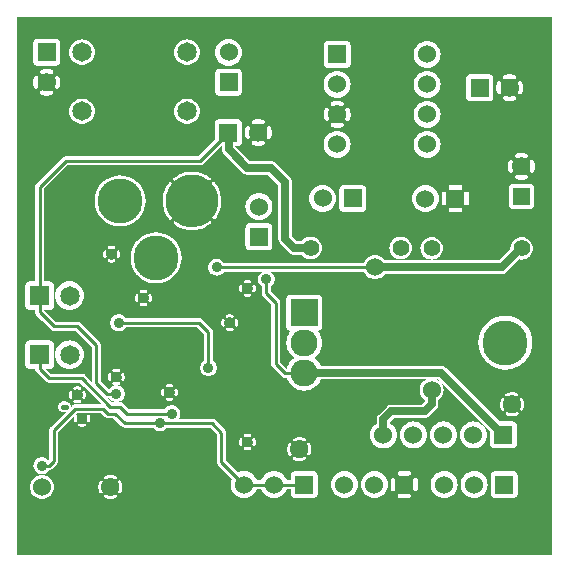
<source format=gbr>
G04 start of page 3 for group 1 idx 1 *
G04 Title: (unknown), solder *
G04 Creator: pcb 20091103 *
G04 CreationDate: Fri 28 Jan 2011 22:03:10 GMT UTC *
G04 For: thomas *
G04 Format: Gerber/RS-274X *
G04 PCB-Dimensions: 179130 179130 *
G04 PCB-Coordinate-Origin: lower left *
%MOIN*%
%FSLAX25Y25*%
%LNBACK*%
%ADD11C,0.0250*%
%ADD12C,0.0100*%
%ADD13C,0.0200*%
%ADD14C,0.0600*%
%ADD15C,0.0650*%
%ADD16C,0.1750*%
%ADD17C,0.1500*%
%ADD18C,0.0550*%
%ADD19C,0.0900*%
%ADD20C,0.0360*%
%ADD25C,0.0380*%
%ADD26C,0.0400*%
%ADD27C,0.0430*%
%ADD28C,0.0300*%
%ADD29C,0.1250*%
%ADD30C,0.1100*%
%ADD31C,0.0280*%
%ADD32C,0.0290*%
%ADD33C,0.1300*%
%ADD34C,0.0350*%
%ADD35C,0.0150*%
G54D13*G36*
X172117Y179917D02*X178741D01*
Y389D01*
X172117D01*
Y101506D01*
X172276Y102101D01*
X172333Y102752D01*
X172276Y103403D01*
X172117Y103998D01*
Y116105D01*
X172218Y116176D01*
X172403Y116361D01*
X172553Y116575D01*
X172664Y116812D01*
X172731Y117065D01*
X172754Y117325D01*
Y122825D01*
X172731Y123085D01*
X172664Y123338D01*
X172553Y123575D01*
X172403Y123789D01*
X172218Y123974D01*
X172117Y124045D01*
Y127935D01*
X172212Y127957D01*
X172333Y128008D01*
X172442Y128080D01*
X172538Y128169D01*
X172617Y128273D01*
X172676Y128390D01*
X172818Y128797D01*
X172921Y129217D01*
X172983Y129644D01*
X173004Y130075D01*
X172983Y130507D01*
X172921Y130934D01*
X172818Y131354D01*
X172676Y131761D01*
X172675D01*
X172616Y131877D01*
X172537Y131982D01*
X172441Y132071D01*
X172332Y132142D01*
X172211Y132193D01*
X172117Y132214D01*
Y179917D01*
G37*
G36*
Y103998D02*X172107Y104035D01*
X171831Y104627D01*
X171456Y105162D01*
X170993Y105625D01*
X170458Y106000D01*
X169866Y106276D01*
X169234Y106445D01*
X168583Y106502D01*
X168504Y106495D01*
Y115825D01*
X171254D01*
X171514Y115848D01*
X171767Y115915D01*
X172004Y116026D01*
X172117Y116105D01*
Y103998D01*
G37*
G36*
Y389D02*X168504D01*
Y48647D01*
X168548Y48653D01*
X168631Y48678D01*
X168709Y48718D01*
X168778Y48770D01*
X168838Y48834D01*
X168885Y48907D01*
X169040Y49233D01*
X169165Y49573D01*
X169259Y49922D01*
X169321Y50278D01*
X169351Y50639D01*
X169348Y51000D01*
X169312Y51360D01*
X169244Y51715D01*
X169144Y52063D01*
X169013Y52400D01*
X168852Y52724D01*
X168853Y52723D01*
X168804Y52795D01*
X168744Y52858D01*
X168673Y52910D01*
X168595Y52948D01*
X168511Y52972D01*
X168504Y52973D01*
Y64117D01*
X168895Y64391D01*
X170004Y65500D01*
X170904Y66785D01*
X171567Y68207D01*
X171973Y69722D01*
X172110Y71285D01*
X171973Y72848D01*
X171567Y74363D01*
X170904Y75785D01*
X170004Y77070D01*
X168895Y78179D01*
X168504Y78453D01*
Y99009D01*
X168583Y99002D01*
X169234Y99059D01*
X169866Y99228D01*
X170458Y99504D01*
X170993Y99879D01*
X171456Y100342D01*
X171831Y100877D01*
X172107Y101469D01*
X172117Y101506D01*
Y389D01*
G37*
G36*
X168504Y179917D02*X172117D01*
Y132214D01*
X172084Y132222D01*
X171954Y132229D01*
X171824Y132213D01*
X171699Y132175D01*
X171583Y132116D01*
X171478Y132037D01*
X171389Y131941D01*
X171318Y131832D01*
X171267Y131711D01*
X171238Y131584D01*
X171231Y131454D01*
X171247Y131324D01*
X171285Y131199D01*
X171380Y130928D01*
X171448Y130648D01*
X171490Y130363D01*
X171504Y130075D01*
X171490Y129788D01*
X171448Y129503D01*
X171380Y129223D01*
X171285Y128952D01*
X171284D01*
X171246Y128827D01*
X171230Y128697D01*
X171237Y128566D01*
X171266Y128439D01*
X171317Y128318D01*
X171389Y128209D01*
X171478Y128113D01*
X171582Y128034D01*
X171699Y127975D01*
X171824Y127937D01*
X171954Y127921D01*
X172085Y127928D01*
X172117Y127935D01*
Y124045D01*
X172004Y124124D01*
X171767Y124235D01*
X171514Y124302D01*
X171254Y124325D01*
X168504D01*
Y125575D01*
X168935Y125596D01*
X169362Y125658D01*
X169782Y125761D01*
X170189Y125903D01*
Y125904D01*
X170305Y125963D01*
X170410Y126042D01*
X170499Y126138D01*
X170570Y126247D01*
X170621Y126368D01*
X170650Y126495D01*
X170657Y126625D01*
X170641Y126755D01*
X170603Y126880D01*
X170544Y126996D01*
X170465Y127101D01*
X170369Y127190D01*
X170260Y127261D01*
X170139Y127312D01*
X170012Y127341D01*
X169882Y127348D01*
X169752Y127332D01*
X169627Y127294D01*
X169356Y127199D01*
X169076Y127131D01*
X168791Y127089D01*
X168504Y127075D01*
Y133075D01*
X168791Y133062D01*
X169076Y133020D01*
X169356Y132952D01*
X169627Y132857D01*
Y132856D01*
X169752Y132818D01*
X169882Y132802D01*
X170013Y132809D01*
X170140Y132838D01*
X170261Y132889D01*
X170370Y132961D01*
X170466Y133050D01*
X170545Y133154D01*
X170604Y133271D01*
X170642Y133396D01*
X170658Y133526D01*
X170651Y133657D01*
X170622Y133784D01*
X170571Y133905D01*
X170499Y134014D01*
X170410Y134110D01*
X170306Y134189D01*
X170189Y134248D01*
X169782Y134390D01*
X169362Y134493D01*
X168935Y134555D01*
X168504Y134575D01*
Y154298D01*
X168506Y154299D01*
X168602Y154388D01*
X168681Y154492D01*
X168740Y154609D01*
X168882Y155016D01*
X168985Y155436D01*
X169047Y155863D01*
X169068Y156294D01*
X169047Y156726D01*
X168985Y157153D01*
X168882Y157573D01*
X168740Y157980D01*
X168739D01*
X168680Y158096D01*
X168601Y158201D01*
X168505Y158290D01*
X168504Y158291D01*
Y179917D01*
G37*
G36*
Y78453D02*X167643Y79056D01*
X167610Y79079D01*
X166856Y79431D01*
X166188Y79742D01*
X166069Y79774D01*
X164673Y80148D01*
X163110Y80285D01*
X162756Y80254D01*
Y94339D01*
X162868Y94391D01*
X162933Y94415D01*
X162996Y94451D01*
X163109Y94504D01*
X163204Y94571D01*
X163273Y94611D01*
X163333Y94661D01*
X163430Y94729D01*
X163516Y94815D01*
X163573Y94863D01*
X167803Y99093D01*
X167932Y99059D01*
X168504Y99009D01*
Y78453D01*
G37*
G36*
Y389D02*X165327D01*
Y19512D01*
X165756D01*
X166016Y19535D01*
X166269Y19602D01*
X166506Y19713D01*
X166720Y19863D01*
X166905Y20048D01*
X167055Y20262D01*
X167166Y20499D01*
X167233Y20752D01*
X167256Y21012D01*
Y27012D01*
X167233Y27272D01*
X167166Y27525D01*
X167055Y27762D01*
X166905Y27976D01*
X166720Y28161D01*
X166506Y28311D01*
X166269Y28422D01*
X166016Y28489D01*
X165756Y28512D01*
X165327D01*
Y36047D01*
X165520D01*
X165780Y36070D01*
X166033Y36137D01*
X166270Y36248D01*
X166484Y36398D01*
X166669Y36583D01*
X166819Y36797D01*
X166930Y37034D01*
X166997Y37287D01*
X167020Y37547D01*
Y43547D01*
X166997Y43807D01*
X166930Y44060D01*
X166819Y44297D01*
X166669Y44511D01*
X166484Y44696D01*
X166270Y44846D01*
X166033Y44957D01*
X165780Y45024D01*
X165520Y45047D01*
X165327D01*
Y46788D01*
X165569Y46790D01*
X165929Y46826D01*
X166284Y46894D01*
X166632Y46994D01*
X166969Y47125D01*
X167293Y47286D01*
X167292Y47285D01*
X167364Y47334D01*
X167427Y47394D01*
X167479Y47465D01*
X167517Y47543D01*
X167541Y47627D01*
X167550Y47714D01*
X167544Y47801D01*
X167523Y47885D01*
X167488Y47965D01*
X167439Y48037D01*
X167379Y48100D01*
X167308Y48152D01*
X167230Y48190D01*
X167146Y48214D01*
X167059Y48223D01*
X166972Y48217D01*
X166888Y48196D01*
X166808Y48161D01*
X166565Y48040D01*
X166312Y47942D01*
X166052Y47867D01*
X165785Y47816D01*
X165515Y47789D01*
X165327Y47787D01*
Y53781D01*
X165463Y53783D01*
X165733Y53760D01*
X166000Y53714D01*
X166262Y53643D01*
X166517Y53550D01*
X166762Y53433D01*
X166763Y53434D01*
X166843Y53400D01*
X166928Y53381D01*
X167015Y53376D01*
X167101Y53387D01*
X167184Y53412D01*
X167262Y53452D01*
X167331Y53504D01*
X167391Y53568D01*
X167438Y53641D01*
X167472Y53721D01*
X167491Y53806D01*
X167496Y53893D01*
X167485Y53979D01*
X167460Y54062D01*
X167420Y54140D01*
X167368Y54209D01*
X167304Y54269D01*
X167231Y54316D01*
X166905Y54471D01*
X166565Y54596D01*
X166216Y54690D01*
X165860Y54752D01*
X165499Y54782D01*
X165327Y54781D01*
Y62597D01*
X166069Y62796D01*
X166188Y62828D01*
X166856Y63139D01*
X167533Y63455D01*
X167610Y63491D01*
X168504Y64117D01*
Y52973D01*
X168424Y52981D01*
X168337Y52975D01*
X168253Y52954D01*
X168173Y52919D01*
X168101Y52870D01*
X168038Y52810D01*
X167986Y52739D01*
X167948Y52661D01*
X167924Y52577D01*
X167915Y52490D01*
X167921Y52403D01*
X167942Y52319D01*
X167977Y52239D01*
X168098Y51996D01*
X168196Y51743D01*
X168271Y51483D01*
X168322Y51216D01*
X168349Y50946D01*
X168352Y50675D01*
X168329Y50405D01*
X168283Y50138D01*
X168212Y49876D01*
X168119Y49621D01*
X168002Y49376D01*
X168003Y49375D01*
X167969Y49295D01*
X167950Y49210D01*
X167945Y49123D01*
X167956Y49037D01*
X167981Y48954D01*
X168021Y48876D01*
X168073Y48807D01*
X168137Y48747D01*
X168210Y48700D01*
X168290Y48666D01*
X168375Y48647D01*
X168462Y48642D01*
X168504Y48647D01*
Y389D01*
G37*
G36*
X165327Y45047D02*X162756D01*
Y48902D01*
X162759Y48908D01*
X162783Y48992D01*
X162792Y49079D01*
X162786Y49166D01*
X162765Y49250D01*
X162756Y49271D01*
Y52355D01*
X162757Y52359D01*
X162762Y52446D01*
X162756Y52493D01*
Y62316D01*
X163110Y62285D01*
X164673Y62422D01*
X165327Y62597D01*
Y54781D01*
X165138Y54779D01*
X164778Y54743D01*
X164423Y54675D01*
X164075Y54575D01*
X163738Y54444D01*
X163414Y54283D01*
X163415Y54284D01*
X163343Y54235D01*
X163280Y54175D01*
X163228Y54104D01*
X163190Y54026D01*
X163166Y53942D01*
X163157Y53859D01*
Y53855D01*
X163163Y53768D01*
X163184Y53684D01*
X163219Y53604D01*
X163268Y53532D01*
X163328Y53469D01*
X163399Y53417D01*
X163477Y53379D01*
X163561Y53355D01*
X163648Y53346D01*
X163735Y53352D01*
X163819Y53373D01*
X163899Y53408D01*
X164142Y53529D01*
X164395Y53627D01*
X164655Y53702D01*
X164922Y53753D01*
X165192Y53780D01*
X165327Y53781D01*
Y47787D01*
X165244Y47786D01*
X164974Y47809D01*
X164707Y47855D01*
X164445Y47926D01*
X164190Y48019D01*
X163945Y48136D01*
X163944Y48135D01*
X163864Y48169D01*
X163779Y48188D01*
X163692Y48193D01*
X163606Y48182D01*
X163523Y48157D01*
X163445Y48117D01*
X163376Y48065D01*
X163316Y48001D01*
X163269Y47928D01*
X163235Y47848D01*
X163216Y47763D01*
X163211Y47676D01*
X163222Y47590D01*
X163247Y47507D01*
X163287Y47429D01*
X163339Y47360D01*
X163403Y47300D01*
X163476Y47253D01*
X163802Y47098D01*
X164142Y46973D01*
X164491Y46879D01*
X164847Y46817D01*
X165208Y46787D01*
X165327Y46788D01*
Y45047D01*
G37*
G36*
Y28512D02*X162756D01*
Y36047D01*
X165327D01*
Y28512D01*
G37*
G36*
Y389D02*X162756D01*
Y19512D01*
X165327D01*
Y389D01*
G37*
G36*
X164891Y116105D02*X165004Y116026D01*
X165241Y115915D01*
X165494Y115848D01*
X165754Y115825D01*
X168504D01*
Y106495D01*
X167932Y106445D01*
X167300Y106276D01*
X166708Y106000D01*
X166173Y105625D01*
X165710Y105162D01*
X165335Y104627D01*
X165059Y104035D01*
X164891Y103407D01*
Y116105D01*
G37*
G36*
Y179917D02*X168504D01*
Y158291D01*
X168396Y158361D01*
X168275Y158412D01*
X168148Y158441D01*
X168018Y158448D01*
X167888Y158432D01*
X167763Y158394D01*
X167647Y158335D01*
X167542Y158256D01*
X167453Y158160D01*
X167382Y158051D01*
X167331Y157930D01*
X167302Y157803D01*
X167295Y157673D01*
X167311Y157543D01*
X167349Y157418D01*
X167444Y157147D01*
X167512Y156867D01*
X167554Y156582D01*
X167568Y156294D01*
X167554Y156007D01*
X167512Y155722D01*
X167444Y155442D01*
X167349Y155171D01*
X167348D01*
X167310Y155046D01*
X167294Y154916D01*
X167301Y154785D01*
X167330Y154658D01*
X167381Y154537D01*
X167453Y154428D01*
X167542Y154332D01*
X167646Y154253D01*
X167763Y154194D01*
X167888Y154156D01*
X168018Y154140D01*
X168149Y154147D01*
X168276Y154176D01*
X168397Y154227D01*
X168504Y154298D01*
Y134575D01*
X168072Y134555D01*
X167645Y134493D01*
X167225Y134390D01*
X166818Y134248D01*
Y134247D01*
X166702Y134188D01*
X166597Y134109D01*
X166508Y134013D01*
X166437Y133904D01*
X166386Y133783D01*
X166357Y133656D01*
X166350Y133526D01*
X166366Y133396D01*
X166404Y133271D01*
X166463Y133155D01*
X166542Y133050D01*
X166638Y132961D01*
X166747Y132890D01*
X166868Y132839D01*
X166995Y132810D01*
X167125Y132803D01*
X167255Y132819D01*
X167380Y132857D01*
X167651Y132952D01*
X167931Y133020D01*
X168216Y133062D01*
X168504Y133075D01*
Y127075D01*
X168216Y127089D01*
X167931Y127131D01*
X167651Y127199D01*
X167380Y127294D01*
Y127295D01*
X167255Y127333D01*
X167125Y127349D01*
X166994Y127342D01*
X166867Y127313D01*
X166746Y127262D01*
X166637Y127190D01*
X166541Y127101D01*
X166462Y126997D01*
X166403Y126880D01*
X166365Y126755D01*
X166349Y126625D01*
X166356Y126494D01*
X166385Y126367D01*
X166436Y126246D01*
X166508Y126137D01*
X166597Y126041D01*
X166701Y125962D01*
X166818Y125903D01*
X167225Y125761D01*
X167645Y125658D01*
X168072Y125596D01*
X168504Y125575D01*
Y124325D01*
X165754D01*
X165494Y124302D01*
X165241Y124235D01*
X165004Y124124D01*
X164891Y124045D01*
Y127936D01*
X164923Y127929D01*
X165053Y127922D01*
X165183Y127938D01*
X165308Y127976D01*
X165424Y128035D01*
X165529Y128114D01*
X165618Y128210D01*
X165689Y128319D01*
X165740Y128440D01*
X165769Y128567D01*
X165776Y128697D01*
X165760Y128827D01*
X165722Y128952D01*
X165627Y129223D01*
X165559Y129503D01*
X165517Y129788D01*
X165504Y130075D01*
X165517Y130363D01*
X165559Y130648D01*
X165627Y130928D01*
X165722Y131199D01*
X165723D01*
X165761Y131324D01*
X165777Y131454D01*
X165770Y131585D01*
X165741Y131712D01*
X165690Y131833D01*
X165618Y131942D01*
X165529Y132038D01*
X165425Y132117D01*
X165308Y132176D01*
X165183Y132214D01*
X165053Y132230D01*
X164922Y132223D01*
X164891Y132216D01*
Y151810D01*
X164999Y151815D01*
X165426Y151877D01*
X165846Y151980D01*
X166253Y152122D01*
Y152123D01*
X166369Y152182D01*
X166474Y152261D01*
X166563Y152357D01*
X166634Y152466D01*
X166685Y152587D01*
X166714Y152714D01*
X166721Y152844D01*
X166705Y152974D01*
X166667Y153099D01*
X166608Y153215D01*
X166529Y153320D01*
X166433Y153409D01*
X166324Y153480D01*
X166203Y153531D01*
X166076Y153560D01*
X165946Y153567D01*
X165816Y153551D01*
X165691Y153513D01*
X165420Y153418D01*
X165140Y153350D01*
X164891Y153313D01*
Y159276D01*
X165140Y159239D01*
X165420Y159171D01*
X165691Y159076D01*
Y159075D01*
X165816Y159037D01*
X165946Y159021D01*
X166077Y159028D01*
X166204Y159057D01*
X166325Y159108D01*
X166434Y159180D01*
X166530Y159269D01*
X166609Y159373D01*
X166668Y159490D01*
X166706Y159615D01*
X166722Y159745D01*
X166715Y159876D01*
X166686Y160003D01*
X166635Y160124D01*
X166563Y160233D01*
X166474Y160329D01*
X166370Y160408D01*
X166253Y160467D01*
X165846Y160609D01*
X165426Y160712D01*
X164999Y160774D01*
X164891Y160779D01*
Y179917D01*
G37*
G36*
Y153313D02*X164855Y153308D01*
X164568Y153294D01*
X164280Y153308D01*
X163995Y153350D01*
X163715Y153418D01*
X163444Y153513D01*
Y153514D01*
X163319Y153552D01*
X163189Y153568D01*
X163058Y153561D01*
X162931Y153532D01*
X162810Y153481D01*
X162756Y153445D01*
Y159145D01*
X162811Y159109D01*
X162932Y159058D01*
X163059Y159029D01*
X163189Y159022D01*
X163319Y159038D01*
X163444Y159076D01*
X163715Y159171D01*
X163995Y159239D01*
X164280Y159281D01*
X164568Y159294D01*
X164855Y159281D01*
X164891Y159276D01*
Y153313D01*
G37*
G36*
Y124045D02*X164790Y123974D01*
X164605Y123789D01*
X164455Y123575D01*
X164344Y123338D01*
X164277Y123085D01*
X164254Y122825D01*
Y117325D01*
X164277Y117065D01*
X164344Y116812D01*
X164455Y116575D01*
X164605Y116361D01*
X164790Y116176D01*
X164891Y116105D01*
Y103407D01*
X164890Y103403D01*
X164833Y102752D01*
X164854Y102506D01*
X162756Y100408D01*
Y152188D01*
X162765Y152181D01*
X162882Y152122D01*
X163289Y151980D01*
X163709Y151877D01*
X164136Y151815D01*
X164568Y151794D01*
X164891Y151810D01*
Y132216D01*
X164795Y132194D01*
X164674Y132143D01*
X164565Y132071D01*
X164469Y131982D01*
X164390Y131878D01*
X164331Y131761D01*
X164189Y131354D01*
X164086Y130934D01*
X164024Y130507D01*
X164004Y130075D01*
X164024Y129644D01*
X164086Y129217D01*
X164189Y128797D01*
X164331Y128390D01*
X164332D01*
X164391Y128274D01*
X164470Y128169D01*
X164566Y128080D01*
X164675Y128009D01*
X164796Y127958D01*
X164891Y127936D01*
Y124045D01*
G37*
G36*
X162756Y179917D02*X164891D01*
Y160779D01*
X164568Y160794D01*
X164136Y160774D01*
X163709Y160712D01*
X163289Y160609D01*
X162882Y160467D01*
Y160466D01*
X162766Y160407D01*
X162756Y160399D01*
Y179917D01*
G37*
G36*
X162705Y52193D02*X162704Y52194D01*
X162738Y52274D01*
X162756Y52355D01*
Y49271D01*
X162730Y49330D01*
X162609Y49573D01*
X162511Y49826D01*
X162436Y50086D01*
X162385Y50353D01*
X162358Y50623D01*
X162355Y50894D01*
X162378Y51164D01*
X162424Y51431D01*
X162495Y51693D01*
X162588Y51948D01*
X162705Y52193D01*
G37*
G36*
X162756Y45047D02*X161201D01*
X143373Y62875D01*
X143311Y62927D01*
X143229Y63009D01*
X143136Y63074D01*
X143073Y63127D01*
X142990Y63175D01*
X142908Y63234D01*
X142803Y63283D01*
X142756Y63310D01*
Y94203D01*
X161983D01*
Y94202D01*
X162109Y94213D01*
X162179D01*
X162247Y94225D01*
X162374Y94236D01*
X162493Y94268D01*
X162565Y94281D01*
X162642Y94309D01*
X162753Y94338D01*
X162756Y94339D01*
Y80254D01*
X161547Y80148D01*
X160032Y79742D01*
X158610Y79079D01*
X158577Y79056D01*
X157325Y78179D01*
X156216Y77070D01*
X155316Y75785D01*
X154653Y74363D01*
X154333Y73169D01*
X154247Y72848D01*
X154110Y71285D01*
X154247Y69722D01*
X154653Y68207D01*
X155316Y66785D01*
X156216Y65500D01*
X157325Y64391D01*
X158610Y63491D01*
X158687Y63455D01*
X160032Y62828D01*
X161547Y62422D01*
X162756Y62316D01*
Y52493D01*
X162751Y52532D01*
X162726Y52615D01*
X162686Y52693D01*
X162634Y52762D01*
X162570Y52822D01*
X162497Y52869D01*
X162417Y52903D01*
X162332Y52922D01*
X162245Y52927D01*
X162159Y52916D01*
X162076Y52891D01*
X161998Y52851D01*
X161929Y52799D01*
X161869Y52735D01*
X161822Y52662D01*
X161667Y52336D01*
X161542Y51996D01*
X161448Y51647D01*
X161386Y51291D01*
X161356Y50930D01*
X161359Y50569D01*
X161395Y50209D01*
X161463Y49854D01*
X161563Y49506D01*
X161694Y49169D01*
X161855Y48845D01*
X161854Y48846D01*
X161903Y48774D01*
X161963Y48711D01*
X162034Y48659D01*
X162112Y48621D01*
X162196Y48597D01*
X162283Y48588D01*
X162370Y48594D01*
X162454Y48615D01*
X162534Y48650D01*
X162606Y48699D01*
X162669Y48759D01*
X162721Y48830D01*
X162756Y48902D01*
Y45047D01*
G37*
G36*
Y389D02*X152520D01*
Y19533D01*
X152756Y19512D01*
X153537Y19580D01*
X154295Y19783D01*
X155006Y20115D01*
X155649Y20565D01*
X156203Y21119D01*
X156653Y21762D01*
X156985Y22473D01*
X157188Y23231D01*
X157256Y24012D01*
X157188Y24793D01*
X156985Y25551D01*
X156653Y26262D01*
X156203Y26905D01*
X155649Y27459D01*
X155006Y27909D01*
X154295Y28241D01*
X153537Y28444D01*
X152756Y28512D01*
X152520Y28491D01*
Y36047D01*
X153301Y36115D01*
X154059Y36318D01*
X154770Y36650D01*
X155413Y37100D01*
X155967Y37654D01*
X156417Y38297D01*
X156749Y39008D01*
X156952Y39766D01*
X157020Y40547D01*
X156952Y41328D01*
X156749Y42086D01*
X156417Y42797D01*
X155967Y43440D01*
X155413Y43994D01*
X154770Y44444D01*
X154059Y44776D01*
X153301Y44979D01*
X152520Y45047D01*
Y47366D01*
X158020Y41866D01*
Y37547D01*
X158043Y37287D01*
X158110Y37034D01*
X158221Y36797D01*
X158371Y36583D01*
X158556Y36398D01*
X158770Y36248D01*
X159007Y36137D01*
X159260Y36070D01*
X159520Y36047D01*
X162756D01*
Y28512D01*
X159756D01*
X159496Y28489D01*
X159243Y28422D01*
X159006Y28311D01*
X158792Y28161D01*
X158607Y27976D01*
X158457Y27762D01*
X158346Y27525D01*
X158279Y27272D01*
X158256Y27012D01*
Y21012D01*
X158279Y20752D01*
X158346Y20499D01*
X158457Y20262D01*
X158607Y20048D01*
X158792Y19863D01*
X159006Y19713D01*
X159243Y19602D01*
X159496Y19535D01*
X159756Y19512D01*
X162756D01*
Y389D01*
G37*
G36*
X152520D02*X142756D01*
Y19512D01*
X143537Y19580D01*
X144295Y19783D01*
X145006Y20115D01*
X145649Y20565D01*
X146203Y21119D01*
X146653Y21762D01*
X146985Y22473D01*
X147188Y23231D01*
X147256Y24012D01*
X147188Y24793D01*
X146985Y25551D01*
X146653Y26262D01*
X146203Y26905D01*
X145649Y27459D01*
X145006Y27909D01*
X144295Y28241D01*
X143537Y28444D01*
X142756Y28512D01*
Y36068D01*
X143301Y36115D01*
X144059Y36318D01*
X144770Y36650D01*
X145413Y37100D01*
X145967Y37654D01*
X146417Y38297D01*
X146749Y39008D01*
X146952Y39766D01*
X147020Y40547D01*
X146952Y41328D01*
X146749Y42086D01*
X146417Y42797D01*
X145967Y43440D01*
X145413Y43994D01*
X144770Y44444D01*
X144059Y44776D01*
X143301Y44979D01*
X142756Y45026D01*
Y57130D01*
X152520Y47366D01*
Y45047D01*
X151739Y44979D01*
X150981Y44776D01*
X150270Y44444D01*
X149627Y43994D01*
X149073Y43440D01*
X148623Y42797D01*
X148291Y42086D01*
X148088Y41328D01*
X148020Y40547D01*
X148088Y39766D01*
X148291Y39008D01*
X148623Y38297D01*
X149073Y37654D01*
X149627Y37100D01*
X150270Y36650D01*
X150981Y36318D01*
X151739Y36115D01*
X152520Y36047D01*
Y28491D01*
X151975Y28444D01*
X151217Y28241D01*
X150506Y27909D01*
X149863Y27459D01*
X149309Y26905D01*
X148859Y26262D01*
X148527Y25551D01*
X148324Y24793D01*
X148256Y24012D01*
X148324Y23231D01*
X148527Y22473D01*
X148859Y21762D01*
X149309Y21119D01*
X149863Y20565D01*
X150506Y20115D01*
X151217Y19783D01*
X151975Y19580D01*
X152520Y19533D01*
Y389D01*
G37*
G36*
X160955Y179917D02*X162756D01*
Y160399D01*
X162661Y160328D01*
X162572Y160232D01*
X162501Y160123D01*
X162450Y160002D01*
X162421Y159875D01*
X162414Y159745D01*
X162430Y159615D01*
X162468Y159490D01*
X162527Y159374D01*
X162606Y159269D01*
X162702Y159180D01*
X162756Y159145D01*
Y153445D01*
X162701Y153409D01*
X162605Y153320D01*
X162526Y153216D01*
X162467Y153099D01*
X162429Y152974D01*
X162413Y152844D01*
X162420Y152713D01*
X162449Y152586D01*
X162500Y152465D01*
X162572Y152356D01*
X162661Y152260D01*
X162756Y152188D01*
Y100408D01*
X161052Y98704D01*
X160955D01*
Y154155D01*
X160987Y154148D01*
X161117Y154141D01*
X161247Y154157D01*
X161372Y154195D01*
X161488Y154254D01*
X161593Y154333D01*
X161682Y154429D01*
X161753Y154538D01*
X161804Y154659D01*
X161833Y154786D01*
X161840Y154916D01*
X161824Y155046D01*
X161786Y155171D01*
X161691Y155442D01*
X161623Y155722D01*
X161581Y156007D01*
X161568Y156294D01*
X161581Y156582D01*
X161623Y156867D01*
X161691Y157147D01*
X161786Y157418D01*
X161787D01*
X161825Y157543D01*
X161841Y157673D01*
X161834Y157804D01*
X161805Y157931D01*
X161754Y158052D01*
X161682Y158161D01*
X161593Y158257D01*
X161489Y158336D01*
X161372Y158395D01*
X161247Y158433D01*
X161117Y158449D01*
X160986Y158442D01*
X160955Y158435D01*
Y179917D01*
G37*
G36*
X154568D02*X160955D01*
Y158435D01*
X160859Y158413D01*
X160738Y158362D01*
X160629Y158290D01*
X160533Y158201D01*
X160454Y158097D01*
X160395Y157980D01*
X160253Y157573D01*
X160150Y157153D01*
X160088Y156726D01*
X160068Y156294D01*
X160088Y155863D01*
X160150Y155436D01*
X160253Y155016D01*
X160395Y154609D01*
X160396D01*
X160455Y154493D01*
X160534Y154388D01*
X160630Y154299D01*
X160739Y154228D01*
X160860Y154177D01*
X160955Y154155D01*
Y98704D01*
X154568D01*
Y151794D01*
X157568D01*
X157828Y151817D01*
X158081Y151884D01*
X158318Y151995D01*
X158532Y152145D01*
X158717Y152330D01*
X158867Y152544D01*
X158978Y152781D01*
X159045Y153034D01*
X159068Y153294D01*
Y159294D01*
X159045Y159554D01*
X158978Y159807D01*
X158867Y160044D01*
X158717Y160258D01*
X158532Y160443D01*
X158318Y160593D01*
X158081Y160704D01*
X157828Y160771D01*
X157568Y160794D01*
X154568D01*
Y179917D01*
G37*
G36*
X150207Y152676D02*X150269Y152544D01*
X150419Y152330D01*
X150604Y152145D01*
X150818Y151995D01*
X151055Y151884D01*
X151308Y151817D01*
X151568Y151794D01*
X154568D01*
Y98704D01*
X150207D01*
Y117037D01*
X150957D01*
Y121537D01*
X150207D01*
Y152676D01*
G37*
G36*
Y179917D02*X154568D01*
Y160794D01*
X151568D01*
X151308Y160771D01*
X151055Y160704D01*
X150818Y160593D01*
X150604Y160443D01*
X150419Y160258D01*
X150269Y160044D01*
X150207Y159912D01*
Y179917D01*
G37*
G36*
X146457D02*X150207D01*
Y159912D01*
X150158Y159807D01*
X150091Y159554D01*
X150068Y159294D01*
Y153294D01*
X150091Y153034D01*
X150158Y152781D01*
X150207Y152676D01*
Y121537D01*
X149457D01*
Y117037D01*
X150207D01*
Y98704D01*
X146457D01*
Y114787D01*
X148707D01*
Y116287D01*
X146457D01*
Y122287D01*
X148707D01*
Y123787D01*
X146457D01*
Y179917D01*
G37*
G36*
X142756D02*X146457D01*
Y123787D01*
X144207D01*
Y122287D01*
X146457D01*
Y116287D01*
X144207D01*
Y114787D01*
X146457D01*
Y98704D01*
X142756D01*
Y117037D01*
X143457D01*
Y121537D01*
X142756D01*
Y179917D01*
G37*
G36*
Y63310D02*X142733Y63323D01*
X142659Y63350D01*
X142552Y63400D01*
X142438Y63431D01*
X142365Y63457D01*
X142289Y63471D01*
X142173Y63502D01*
X142060Y63512D01*
X141979Y63526D01*
X141897D01*
X141782Y63536D01*
X112295D01*
Y94954D01*
X115987D01*
X116221Y94453D01*
X116621Y93882D01*
X117114Y93389D01*
X117685Y92989D01*
X118317Y92694D01*
X118990Y92514D01*
X119685Y92453D01*
X120380Y92514D01*
X121053Y92694D01*
X121685Y92989D01*
X122256Y93389D01*
X122749Y93882D01*
X122974Y94203D01*
X142756D01*
Y63310D01*
G37*
G36*
X132520Y59035D02*X136718D01*
X136583Y58972D01*
X136012Y58572D01*
X135519Y58079D01*
X135119Y57508D01*
X134824Y56876D01*
X134644Y56203D01*
X134583Y55508D01*
X134644Y54813D01*
X134824Y54140D01*
X135119Y53508D01*
X135519Y52937D01*
X136012Y52444D01*
X136333Y52219D01*
Y51716D01*
X135289Y50672D01*
X132520D01*
Y59035D01*
G37*
G36*
X142756Y389D02*X132520D01*
Y22199D01*
X132549Y22137D01*
X132624Y22030D01*
X132717Y21937D01*
X132824Y21862D01*
X132942Y21807D01*
X133069Y21773D01*
X133199Y21762D01*
X133329Y21773D01*
X133456Y21807D01*
X133574Y21862D01*
X133681Y21937D01*
X133774Y22030D01*
X133849Y22137D01*
X133904Y22255D01*
X133938Y22382D01*
X133949Y22512D01*
Y25512D01*
X133938Y25642D01*
X133904Y25769D01*
X133849Y25887D01*
X133774Y25994D01*
X133681Y26087D01*
X133574Y26162D01*
X133456Y26217D01*
X133329Y26251D01*
X133199Y26262D01*
X133069Y26251D01*
X132942Y26217D01*
X132824Y26162D01*
X132717Y26087D01*
X132624Y25994D01*
X132549Y25887D01*
X132520Y25825D01*
Y36047D01*
X133301Y36115D01*
X134059Y36318D01*
X134770Y36650D01*
X135413Y37100D01*
X135967Y37654D01*
X136417Y38297D01*
X136749Y39008D01*
X136952Y39766D01*
X137020Y40547D01*
X136952Y41328D01*
X136749Y42086D01*
X136417Y42797D01*
X135967Y43440D01*
X135413Y43994D01*
X134770Y44444D01*
X134059Y44776D01*
X133301Y44979D01*
X132520Y45047D01*
Y46171D01*
X136220D01*
Y46170D01*
X136346Y46181D01*
X136416D01*
X136484Y46193D01*
X136611Y46204D01*
X136730Y46236D01*
X136802Y46249D01*
X136869Y46274D01*
X136990Y46306D01*
X137104Y46359D01*
X137170Y46383D01*
X137233Y46419D01*
X137346Y46472D01*
X137445Y46542D01*
X137510Y46579D01*
X137567Y46627D01*
X137667Y46697D01*
X137754Y46784D01*
X137810Y46831D01*
X140173Y49194D01*
X140174Y49193D01*
X140237Y49268D01*
X140307Y49338D01*
X140364Y49419D01*
X140426Y49493D01*
X140474Y49576D01*
X140532Y49659D01*
X140575Y49752D01*
X140622Y49833D01*
X140655Y49923D01*
X140697Y50014D01*
X140723Y50112D01*
X140756Y50202D01*
X140772Y50292D01*
X140799Y50393D01*
X140808Y50498D01*
X140824Y50588D01*
Y50680D01*
X140833Y50784D01*
Y52219D01*
X141154Y52444D01*
X141647Y52937D01*
X142047Y53508D01*
X142342Y54140D01*
X142522Y54813D01*
X142583Y55508D01*
X142522Y56203D01*
X142342Y56876D01*
X142047Y57508D01*
X141647Y58079D01*
X141154Y58572D01*
X140583Y58972D01*
X140448Y59035D01*
X140851D01*
X142756Y57130D01*
Y45026D01*
X142520Y45047D01*
X141739Y44979D01*
X140981Y44776D01*
X140270Y44444D01*
X139627Y43994D01*
X139073Y43440D01*
X138623Y42797D01*
X138291Y42086D01*
X138088Y41328D01*
X138020Y40547D01*
X138088Y39766D01*
X138291Y39008D01*
X138623Y38297D01*
X139073Y37654D01*
X139627Y37100D01*
X140270Y36650D01*
X140981Y36318D01*
X141739Y36115D01*
X142520Y36047D01*
X142756Y36068D01*
Y28512D01*
X141975Y28444D01*
X141217Y28241D01*
X140506Y27909D01*
X139863Y27459D01*
X139309Y26905D01*
X138859Y26262D01*
X138527Y25551D01*
X138324Y24793D01*
X138256Y24012D01*
X138324Y23231D01*
X138527Y22473D01*
X138859Y21762D01*
X139309Y21119D01*
X139863Y20565D01*
X140506Y20115D01*
X141217Y19783D01*
X141975Y19580D01*
X142756Y19512D01*
Y389D01*
G37*
G36*
X129449Y46171D02*X132520D01*
Y45047D01*
X131739Y44979D01*
X130981Y44776D01*
X130270Y44444D01*
X129627Y43994D01*
X129449Y43816D01*
Y46171D01*
G37*
G36*
Y59035D02*X132520D01*
Y50672D01*
X129449D01*
Y59035D01*
G37*
G36*
X132520Y389D02*X129449D01*
Y19512D01*
X130949D01*
X131079Y19523D01*
X131206Y19557D01*
X131324Y19612D01*
X131431Y19687D01*
X131524Y19780D01*
X131599Y19887D01*
X131654Y20005D01*
X131688Y20132D01*
X131699Y20262D01*
X131688Y20392D01*
X131654Y20519D01*
X131599Y20637D01*
X131524Y20744D01*
X131431Y20837D01*
X131324Y20912D01*
X131206Y20967D01*
X131079Y21001D01*
X130949Y21012D01*
X129449D01*
Y27012D01*
X130949D01*
X131079Y27023D01*
X131206Y27057D01*
X131324Y27112D01*
X131431Y27187D01*
X131524Y27280D01*
X131599Y27387D01*
X131654Y27505D01*
X131688Y27632D01*
X131699Y27762D01*
X131688Y27892D01*
X131654Y28019D01*
X131599Y28137D01*
X131524Y28244D01*
X131431Y28337D01*
X131324Y28412D01*
X131206Y28467D01*
X131079Y28501D01*
X130949Y28512D01*
X129449D01*
Y37278D01*
X129627Y37100D01*
X130270Y36650D01*
X130981Y36318D01*
X131739Y36115D01*
X132520Y36047D01*
Y25825D01*
X132494Y25769D01*
X132460Y25642D01*
X132449Y25512D01*
Y22512D01*
X132460Y22382D01*
X132494Y22255D01*
X132520Y22199D01*
Y389D01*
G37*
G36*
X125699Y59035D02*X129449D01*
Y50672D01*
X125699D01*
Y59035D01*
G37*
G36*
X129449Y389D02*X125699D01*
Y21762D01*
X125829Y21773D01*
X125956Y21807D01*
X126074Y21862D01*
X126181Y21937D01*
X126274Y22030D01*
X126349Y22137D01*
X126404Y22255D01*
X126438Y22382D01*
X126449Y22512D01*
Y25512D01*
X126438Y25642D01*
X126404Y25769D01*
X126349Y25887D01*
X126274Y25994D01*
X126181Y26087D01*
X126074Y26162D01*
X125956Y26217D01*
X125829Y26251D01*
X125699Y26262D01*
Y37386D01*
X125967Y37654D01*
X126417Y38297D01*
X126749Y39008D01*
X126952Y39766D01*
X127020Y40547D01*
X126952Y41328D01*
X126749Y42086D01*
X126417Y42797D01*
X125967Y43440D01*
X125699Y43708D01*
Y45743D01*
X126127Y46171D01*
X129449D01*
Y43816D01*
X129073Y43440D01*
X128623Y42797D01*
X128291Y42086D01*
X128088Y41328D01*
X128020Y40547D01*
X128088Y39766D01*
X128291Y39008D01*
X128623Y38297D01*
X129073Y37654D01*
X129449Y37278D01*
Y28512D01*
X127949D01*
X127819Y28501D01*
X127692Y28467D01*
X127574Y28412D01*
X127467Y28337D01*
X127374Y28244D01*
X127299Y28137D01*
X127244Y28019D01*
X127210Y27892D01*
X127199Y27762D01*
X127210Y27632D01*
X127244Y27505D01*
X127299Y27387D01*
X127374Y27280D01*
X127467Y27187D01*
X127574Y27112D01*
X127692Y27057D01*
X127819Y27023D01*
X127949Y27012D01*
X129449D01*
Y21012D01*
X127949D01*
X127819Y21001D01*
X127692Y20967D01*
X127574Y20912D01*
X127467Y20837D01*
X127374Y20744D01*
X127299Y20637D01*
X127244Y20519D01*
X127210Y20392D01*
X127199Y20262D01*
X127210Y20132D01*
X127244Y20005D01*
X127299Y19887D01*
X127374Y19780D01*
X127467Y19687D01*
X127574Y19612D01*
X127692Y19557D01*
X127819Y19523D01*
X127949Y19512D01*
X129449D01*
Y389D01*
G37*
G36*
X125699Y43708D02*X125413Y43994D01*
X124770Y44444D01*
Y44814D01*
X125699Y45743D01*
Y43708D01*
G37*
G36*
X119449Y59035D02*X125699D01*
Y50672D01*
X125197D01*
Y50671D01*
X125094Y50662D01*
X125001D01*
X124909Y50646D01*
X124806Y50637D01*
X124704Y50610D01*
X124615Y50594D01*
X124526Y50562D01*
X124427Y50535D01*
X124336Y50493D01*
X124246Y50460D01*
X124164Y50413D01*
X124072Y50370D01*
X123992Y50314D01*
X123906Y50264D01*
X123826Y50197D01*
X123751Y50145D01*
X123681Y50075D01*
X123606Y50012D01*
X120929Y47335D01*
X120930Y47334D01*
X120883Y47278D01*
X120796Y47191D01*
X120726Y47091D01*
X120678Y47034D01*
X120641Y46970D01*
X120571Y46870D01*
X120518Y46756D01*
X120482Y46694D01*
X120457Y46626D01*
X120405Y46514D01*
X120373Y46395D01*
X120348Y46326D01*
X120336Y46257D01*
X120303Y46135D01*
X120292Y46007D01*
X120280Y45940D01*
Y45871D01*
X120269Y45744D01*
Y44443D01*
X119627Y43994D01*
X119449Y43816D01*
Y59035D01*
G37*
G36*
X125699Y389D02*X119449D01*
Y19512D01*
X120230Y19580D01*
X120988Y19783D01*
X121699Y20115D01*
X122342Y20565D01*
X122896Y21119D01*
X123346Y21762D01*
X123678Y22473D01*
X123881Y23231D01*
X123949Y24012D01*
X123881Y24793D01*
X123678Y25551D01*
X123346Y26262D01*
X122896Y26905D01*
X122342Y27459D01*
X121699Y27909D01*
X120988Y28241D01*
X120230Y28444D01*
X119449Y28512D01*
Y37278D01*
X119627Y37100D01*
X120270Y36650D01*
X120981Y36318D01*
X121739Y36115D01*
X122520Y36047D01*
X123301Y36115D01*
X124059Y36318D01*
X124770Y36650D01*
X125413Y37100D01*
X125699Y37386D01*
Y26262D01*
X125569Y26251D01*
X125442Y26217D01*
X125324Y26162D01*
X125217Y26087D01*
X125124Y25994D01*
X125049Y25887D01*
X124994Y25769D01*
X124960Y25642D01*
X124949Y25512D01*
Y22512D01*
X124960Y22382D01*
X124994Y22255D01*
X125049Y22137D01*
X125124Y22030D01*
X125217Y21937D01*
X125324Y21862D01*
X125442Y21807D01*
X125569Y21773D01*
X125699Y21762D01*
Y389D01*
G37*
G36*
X119449D02*X112295D01*
Y20532D01*
X112342Y20565D01*
X112896Y21119D01*
X113346Y21762D01*
X113678Y22473D01*
X113881Y23231D01*
X113949Y24012D01*
X113881Y24793D01*
X113678Y25551D01*
X113346Y26262D01*
X112896Y26905D01*
X112342Y27459D01*
X112295Y27492D01*
Y59035D01*
X119449D01*
Y43816D01*
X119073Y43440D01*
X118623Y42797D01*
X118291Y42086D01*
X118088Y41328D01*
X118020Y40547D01*
X118088Y39766D01*
X118291Y39008D01*
X118623Y38297D01*
X119073Y37654D01*
X119449Y37278D01*
Y28512D01*
X118668Y28444D01*
X117910Y28241D01*
X117199Y27909D01*
X116556Y27459D01*
X116002Y26905D01*
X115552Y26262D01*
X115220Y25551D01*
X115017Y24793D01*
X114949Y24012D01*
X115017Y23231D01*
X115220Y22473D01*
X115552Y21762D01*
X116002Y21119D01*
X116556Y20565D01*
X117199Y20115D01*
X117910Y19783D01*
X118668Y19580D01*
X119449Y19512D01*
Y389D01*
G37*
G36*
X137081Y179917D02*X142756D01*
Y121537D01*
X141957D01*
Y117037D01*
X142756D01*
Y98704D01*
X137081D01*
Y99330D01*
X137300Y99228D01*
X137932Y99059D01*
X138583Y99002D01*
X139234Y99059D01*
X139866Y99228D01*
X140458Y99504D01*
X140993Y99879D01*
X141456Y100342D01*
X141831Y100877D01*
X142107Y101469D01*
X142276Y102101D01*
X142333Y102752D01*
X142276Y103403D01*
X142107Y104035D01*
X141831Y104627D01*
X141456Y105162D01*
X140993Y105625D01*
X140458Y106000D01*
X139866Y106276D01*
X139234Y106445D01*
X138583Y106502D01*
X137932Y106445D01*
X137300Y106276D01*
X137081Y106174D01*
Y114841D01*
X137238Y114855D01*
X137996Y115058D01*
X138707Y115390D01*
X139350Y115840D01*
X139904Y116394D01*
X140354Y117037D01*
X140686Y117748D01*
X140889Y118506D01*
X140957Y119287D01*
X140889Y120068D01*
X140686Y120826D01*
X140354Y121537D01*
X139904Y122180D01*
X139350Y122734D01*
X138707Y123184D01*
X137996Y123516D01*
X137238Y123719D01*
X137081Y123733D01*
Y132920D01*
X137862Y132988D01*
X138620Y133191D01*
X139331Y133523D01*
X139974Y133973D01*
X140528Y134527D01*
X140978Y135170D01*
X141310Y135881D01*
X141513Y136639D01*
X141581Y137420D01*
X141513Y138201D01*
X141310Y138959D01*
X140978Y139670D01*
X140528Y140313D01*
X139974Y140867D01*
X139331Y141317D01*
X138620Y141649D01*
X137862Y141852D01*
X137081Y141920D01*
Y142920D01*
X137862Y142988D01*
X138620Y143191D01*
X139331Y143523D01*
X139974Y143973D01*
X140528Y144527D01*
X140978Y145170D01*
X141310Y145881D01*
X141513Y146639D01*
X141581Y147420D01*
X141513Y148201D01*
X141310Y148959D01*
X140978Y149670D01*
X140528Y150313D01*
X139974Y150867D01*
X139331Y151317D01*
X138620Y151649D01*
X137862Y151852D01*
X137081Y151920D01*
Y152920D01*
X137862Y152988D01*
X138620Y153191D01*
X139331Y153523D01*
X139974Y153973D01*
X140528Y154527D01*
X140978Y155170D01*
X141310Y155881D01*
X141513Y156639D01*
X141581Y157420D01*
X141513Y158201D01*
X141310Y158959D01*
X140978Y159670D01*
X140528Y160313D01*
X139974Y160867D01*
X139331Y161317D01*
X138620Y161649D01*
X137862Y161852D01*
X137081Y161920D01*
Y162920D01*
X137862Y162988D01*
X138620Y163191D01*
X139331Y163523D01*
X139974Y163973D01*
X140528Y164527D01*
X140978Y165170D01*
X141310Y165881D01*
X141513Y166639D01*
X141581Y167420D01*
X141513Y168201D01*
X141310Y168959D01*
X140978Y169670D01*
X140528Y170313D01*
X139974Y170867D01*
X139331Y171317D01*
X138620Y171649D01*
X137862Y171852D01*
X137081Y171920D01*
Y179917D01*
G37*
G36*
X128234D02*X137081D01*
Y171920D01*
X136300Y171852D01*
X135542Y171649D01*
X134831Y171317D01*
X134188Y170867D01*
X133634Y170313D01*
X133184Y169670D01*
X132852Y168959D01*
X132649Y168201D01*
X132581Y167420D01*
X132649Y166639D01*
X132852Y165881D01*
X133184Y165170D01*
X133634Y164527D01*
X134188Y163973D01*
X134831Y163523D01*
X135542Y163191D01*
X136300Y162988D01*
X137081Y162920D01*
Y161920D01*
X136300Y161852D01*
X135542Y161649D01*
X134831Y161317D01*
X134188Y160867D01*
X133634Y160313D01*
X133184Y159670D01*
X132852Y158959D01*
X132649Y158201D01*
X132581Y157420D01*
X132649Y156639D01*
X132852Y155881D01*
X133184Y155170D01*
X133634Y154527D01*
X134188Y153973D01*
X134831Y153523D01*
X135542Y153191D01*
X136300Y152988D01*
X137081Y152920D01*
Y151920D01*
X136300Y151852D01*
X135542Y151649D01*
X134831Y151317D01*
X134188Y150867D01*
X133634Y150313D01*
X133184Y149670D01*
X132852Y148959D01*
X132649Y148201D01*
X132581Y147420D01*
X132649Y146639D01*
X132852Y145881D01*
X133184Y145170D01*
X133634Y144527D01*
X134188Y143973D01*
X134831Y143523D01*
X135542Y143191D01*
X136300Y142988D01*
X137081Y142920D01*
Y141920D01*
X136300Y141852D01*
X135542Y141649D01*
X134831Y141317D01*
X134188Y140867D01*
X133634Y140313D01*
X133184Y139670D01*
X132852Y138959D01*
X132649Y138201D01*
X132581Y137420D01*
X132649Y136639D01*
X132852Y135881D01*
X133184Y135170D01*
X133634Y134527D01*
X134188Y133973D01*
X134831Y133523D01*
X135542Y133191D01*
X136300Y132988D01*
X137081Y132920D01*
Y123733D01*
X136457Y123787D01*
X135676Y123719D01*
X134918Y123516D01*
X134207Y123184D01*
X133564Y122734D01*
X133010Y122180D01*
X132560Y121537D01*
X132228Y120826D01*
X132025Y120068D01*
X131957Y119287D01*
X132025Y118506D01*
X132228Y117748D01*
X132560Y117037D01*
X133010Y116394D01*
X133564Y115840D01*
X134207Y115390D01*
X134918Y115058D01*
X135676Y114855D01*
X136457Y114787D01*
X137081Y114841D01*
Y106174D01*
X136708Y106000D01*
X136173Y105625D01*
X135710Y105162D01*
X135335Y104627D01*
X135059Y104035D01*
X134890Y103403D01*
X134833Y102752D01*
X134890Y102101D01*
X135059Y101469D01*
X135335Y100877D01*
X135710Y100342D01*
X136173Y99879D01*
X136708Y99504D01*
X137081Y99330D01*
Y98704D01*
X128234D01*
Y99087D01*
X128885Y99144D01*
X129517Y99313D01*
X130109Y99589D01*
X130644Y99964D01*
X131107Y100427D01*
X131482Y100962D01*
X131758Y101554D01*
X131927Y102186D01*
X131984Y102837D01*
X131927Y103488D01*
X131758Y104120D01*
X131482Y104712D01*
X131107Y105247D01*
X130644Y105710D01*
X130109Y106085D01*
X129517Y106361D01*
X128885Y106530D01*
X128234Y106587D01*
Y179917D01*
G37*
G36*
X112295D02*X128234D01*
Y106587D01*
X127583Y106530D01*
X126951Y106361D01*
X126359Y106085D01*
X125824Y105710D01*
X125361Y105247D01*
X124986Y104712D01*
X124710Y104120D01*
X124541Y103488D01*
X124484Y102837D01*
X124541Y102186D01*
X124710Y101554D01*
X124986Y100962D01*
X125361Y100427D01*
X125824Y99964D01*
X126359Y99589D01*
X126951Y99313D01*
X127583Y99144D01*
X128234Y99087D01*
Y98704D01*
X122973D01*
X122749Y99024D01*
X122256Y99517D01*
X121685Y99917D01*
X121053Y100212D01*
X120380Y100392D01*
X119685Y100453D01*
X118990Y100392D01*
X118317Y100212D01*
X117685Y99917D01*
X117114Y99517D01*
X116621Y99024D01*
X116221Y98453D01*
X115988Y97953D01*
X112295D01*
Y114876D01*
X115295D01*
X115555Y114899D01*
X115808Y114966D01*
X116045Y115077D01*
X116259Y115227D01*
X116444Y115412D01*
X116594Y115626D01*
X116705Y115863D01*
X116772Y116116D01*
X116795Y116376D01*
Y122376D01*
X116772Y122636D01*
X116705Y122889D01*
X116594Y123126D01*
X116444Y123340D01*
X116259Y123525D01*
X116045Y123675D01*
X115808Y123786D01*
X115555Y123853D01*
X115295Y123876D01*
X112295D01*
Y179917D01*
G37*
G36*
Y63536D02*X101655D01*
X101306Y64285D01*
X100706Y65142D01*
X99967Y65881D01*
X99390Y66285D01*
X99967Y66689D01*
X100706Y67428D01*
X101306Y68285D01*
X101748Y69233D01*
X102019Y70243D01*
X102110Y71285D01*
X102019Y72327D01*
X101748Y73337D01*
X101306Y74285D01*
X100706Y75142D01*
X100563Y75285D01*
X100610D01*
X100870Y75308D01*
X101123Y75375D01*
X101360Y75486D01*
X101574Y75636D01*
X101759Y75821D01*
X101909Y76035D01*
X102020Y76272D01*
X102087Y76525D01*
X102110Y76785D01*
Y85785D01*
X102087Y86045D01*
X102020Y86298D01*
X101909Y86535D01*
X101759Y86749D01*
X101574Y86934D01*
X101360Y87084D01*
X101123Y87195D01*
X100870Y87262D01*
X100610Y87285D01*
X91610D01*
X91350Y87262D01*
X91097Y87195D01*
X90860Y87084D01*
X90646Y86934D01*
X90461Y86749D01*
X90311Y86535D01*
X90200Y86298D01*
X90133Y86045D01*
X90110Y85785D01*
Y76785D01*
X90133Y76525D01*
X90200Y76272D01*
X90311Y76035D01*
X90461Y75821D01*
X90646Y75636D01*
X90860Y75486D01*
X91097Y75375D01*
X91350Y75308D01*
X91610Y75285D01*
X91657D01*
X91514Y75142D01*
X90914Y74285D01*
X90472Y73337D01*
X90201Y72327D01*
X90110Y71285D01*
X90201Y70243D01*
X90472Y69233D01*
X90914Y68285D01*
X91514Y67428D01*
X92253Y66689D01*
X92830Y66285D01*
X92253Y65881D01*
X91514Y65142D01*
X90914Y64285D01*
X90472Y63337D01*
X90281Y62624D01*
X88114Y64791D01*
Y84642D01*
X88108Y84710D01*
Y84773D01*
X88097Y84835D01*
X88091Y84902D01*
X88073Y84971D01*
X88062Y85031D01*
X88043Y85083D01*
X88024Y85155D01*
X87992Y85222D01*
X87973Y85276D01*
X87943Y85328D01*
X87913Y85392D01*
X87873Y85448D01*
X87842Y85503D01*
X87801Y85552D01*
X87763Y85606D01*
X87716Y85653D01*
X87674Y85703D01*
X84965Y88412D01*
Y90161D01*
X85265Y90371D01*
X85610Y90716D01*
X85890Y91116D01*
X86096Y91558D01*
X86222Y92030D01*
X86265Y92516D01*
X86222Y93002D01*
X86096Y93474D01*
X85890Y93916D01*
X85610Y94316D01*
X85265Y94661D01*
X84865Y94941D01*
X84837Y94954D01*
X112295D01*
Y63536D01*
G37*
G36*
X102295Y59035D02*X112295D01*
Y27492D01*
X111699Y27909D01*
X110988Y28241D01*
X110230Y28444D01*
X109449Y28512D01*
X108668Y28444D01*
X107910Y28241D01*
X107199Y27909D01*
X106556Y27459D01*
X106002Y26905D01*
X105552Y26262D01*
X105220Y25551D01*
X105017Y24793D01*
X104949Y24012D01*
X105017Y23231D01*
X105220Y22473D01*
X105552Y21762D01*
X106002Y21119D01*
X106556Y20565D01*
X107199Y20115D01*
X107910Y19783D01*
X108668Y19580D01*
X109449Y19512D01*
X110230Y19580D01*
X110988Y19783D01*
X111699Y20115D01*
X112295Y20532D01*
Y389D01*
X102295D01*
Y59035D01*
G37*
G36*
X110694Y114876D02*X112295D01*
Y97953D01*
X110694D01*
Y114876D01*
G37*
G36*
Y179917D02*X112295D01*
Y123876D01*
X110694D01*
Y134764D01*
X110978Y135170D01*
X111310Y135881D01*
X111513Y136639D01*
X111581Y137420D01*
X111513Y138201D01*
X111310Y138959D01*
X110978Y139670D01*
X110694Y140076D01*
Y145280D01*
X110789Y145302D01*
X110910Y145353D01*
X111019Y145425D01*
X111115Y145514D01*
X111194Y145618D01*
X111253Y145735D01*
X111395Y146142D01*
X111498Y146562D01*
X111560Y146989D01*
X111581Y147420D01*
X111560Y147852D01*
X111498Y148279D01*
X111395Y148699D01*
X111253Y149106D01*
X111252D01*
X111193Y149222D01*
X111114Y149327D01*
X111018Y149416D01*
X110909Y149487D01*
X110788Y149538D01*
X110694Y149559D01*
Y154764D01*
X110978Y155170D01*
X111310Y155881D01*
X111513Y156639D01*
X111581Y157420D01*
X111513Y158201D01*
X111310Y158959D01*
X110978Y159670D01*
X110694Y160076D01*
Y163057D01*
X110831Y163121D01*
X111045Y163271D01*
X111230Y163456D01*
X111380Y163670D01*
X111491Y163907D01*
X111558Y164160D01*
X111581Y164420D01*
Y170420D01*
X111558Y170680D01*
X111491Y170933D01*
X111380Y171170D01*
X111230Y171384D01*
X111045Y171569D01*
X110831Y171719D01*
X110694Y171783D01*
Y179917D01*
G37*
G36*
Y160076D02*X110528Y160313D01*
X109974Y160867D01*
X109331Y161317D01*
X108620Y161649D01*
X107862Y161852D01*
X107081Y161920D01*
Y162920D01*
X110081D01*
X110341Y162943D01*
X110594Y163010D01*
X110694Y163057D01*
Y160076D01*
G37*
G36*
Y140076D02*X110528Y140313D01*
X109974Y140867D01*
X109331Y141317D01*
X108620Y141649D01*
X107862Y141852D01*
X107081Y141920D01*
Y142920D01*
X107512Y142941D01*
X107939Y143003D01*
X108359Y143106D01*
X108766Y143248D01*
Y143249D01*
X108882Y143308D01*
X108987Y143387D01*
X109076Y143483D01*
X109147Y143592D01*
X109198Y143713D01*
X109227Y143840D01*
X109234Y143970D01*
X109218Y144100D01*
X109180Y144225D01*
X109121Y144341D01*
X109042Y144446D01*
X108946Y144535D01*
X108837Y144606D01*
X108716Y144657D01*
X108589Y144686D01*
X108459Y144693D01*
X108329Y144677D01*
X108204Y144639D01*
X107933Y144544D01*
X107653Y144476D01*
X107368Y144434D01*
X107081Y144420D01*
Y150420D01*
X107368Y150407D01*
X107653Y150365D01*
X107933Y150297D01*
X108204Y150202D01*
Y150201D01*
X108329Y150163D01*
X108459Y150147D01*
X108590Y150154D01*
X108717Y150183D01*
X108838Y150234D01*
X108947Y150306D01*
X109043Y150395D01*
X109122Y150499D01*
X109181Y150616D01*
X109219Y150741D01*
X109235Y150871D01*
X109228Y151002D01*
X109199Y151129D01*
X109148Y151250D01*
X109076Y151359D01*
X108987Y151455D01*
X108883Y151534D01*
X108766Y151593D01*
X108359Y151735D01*
X107939Y151838D01*
X107512Y151900D01*
X107081Y151920D01*
Y152920D01*
X107862Y152988D01*
X108620Y153191D01*
X109331Y153523D01*
X109974Y153973D01*
X110528Y154527D01*
X110694Y154764D01*
Y149559D01*
X110661Y149567D01*
X110531Y149574D01*
X110401Y149558D01*
X110276Y149520D01*
X110160Y149461D01*
X110055Y149382D01*
X109966Y149286D01*
X109895Y149177D01*
X109844Y149056D01*
X109815Y148929D01*
X109808Y148799D01*
X109824Y148669D01*
X109862Y148544D01*
X109957Y148273D01*
X110025Y147993D01*
X110067Y147708D01*
X110081Y147420D01*
X110067Y147133D01*
X110025Y146848D01*
X109957Y146568D01*
X109862Y146297D01*
X109861D01*
X109823Y146172D01*
X109807Y146042D01*
X109814Y145911D01*
X109843Y145784D01*
X109894Y145663D01*
X109966Y145554D01*
X110055Y145458D01*
X110159Y145379D01*
X110276Y145320D01*
X110401Y145282D01*
X110531Y145266D01*
X110662Y145273D01*
X110694Y145280D01*
Y140076D01*
G37*
G36*
Y123876D02*X109295D01*
X109035Y123853D01*
X108782Y123786D01*
X108545Y123675D01*
X108331Y123525D01*
X108146Y123340D01*
X107996Y123126D01*
X107885Y122889D01*
X107818Y122636D01*
X107795Y122376D01*
Y116376D01*
X107818Y116116D01*
X107885Y115863D01*
X107996Y115626D01*
X108146Y115412D01*
X108331Y115227D01*
X108545Y115077D01*
X108782Y114966D01*
X109035Y114899D01*
X109295Y114876D01*
X110694D01*
Y97953D01*
X107081D01*
Y132920D01*
X107862Y132988D01*
X108620Y133191D01*
X109331Y133523D01*
X109974Y133973D01*
X110528Y134527D01*
X110694Y134764D01*
Y123876D01*
G37*
G36*
X107081Y179917D02*X110694D01*
Y171783D01*
X110594Y171830D01*
X110341Y171897D01*
X110081Y171920D01*
X107081D01*
Y179917D01*
G37*
G36*
X103468Y134764D02*X103634Y134527D01*
X104188Y133973D01*
X104831Y133523D01*
X105542Y133191D01*
X106300Y132988D01*
X107081Y132920D01*
Y97953D01*
X103468D01*
Y115049D01*
X103834Y115147D01*
X104545Y115479D01*
X105188Y115929D01*
X105742Y116483D01*
X106192Y117126D01*
X106524Y117837D01*
X106727Y118595D01*
X106795Y119376D01*
X106727Y120157D01*
X106524Y120915D01*
X106192Y121626D01*
X105742Y122269D01*
X105188Y122823D01*
X104545Y123273D01*
X103834Y123605D01*
X103468Y123703D01*
Y134764D01*
G37*
G36*
Y154764D02*X103634Y154527D01*
X104188Y153973D01*
X104831Y153523D01*
X105542Y153191D01*
X106300Y152988D01*
X107081Y152920D01*
Y151920D01*
X106649Y151900D01*
X106222Y151838D01*
X105802Y151735D01*
X105395Y151593D01*
Y151592D01*
X105279Y151533D01*
X105174Y151454D01*
X105085Y151358D01*
X105014Y151249D01*
X104963Y151128D01*
X104934Y151001D01*
X104927Y150871D01*
X104943Y150741D01*
X104981Y150616D01*
X105040Y150500D01*
X105119Y150395D01*
X105215Y150306D01*
X105324Y150235D01*
X105445Y150184D01*
X105572Y150155D01*
X105702Y150148D01*
X105832Y150164D01*
X105957Y150202D01*
X106228Y150297D01*
X106508Y150365D01*
X106793Y150407D01*
X107081Y150420D01*
Y144420D01*
X106793Y144434D01*
X106508Y144476D01*
X106228Y144544D01*
X105957Y144639D01*
Y144640D01*
X105832Y144678D01*
X105702Y144694D01*
X105571Y144687D01*
X105444Y144658D01*
X105323Y144607D01*
X105214Y144535D01*
X105118Y144446D01*
X105039Y144342D01*
X104980Y144225D01*
X104942Y144100D01*
X104926Y143970D01*
X104933Y143839D01*
X104962Y143712D01*
X105013Y143591D01*
X105085Y143482D01*
X105174Y143386D01*
X105278Y143307D01*
X105395Y143248D01*
X105802Y143106D01*
X106222Y143003D01*
X106649Y142941D01*
X107081Y142920D01*
Y141920D01*
X106300Y141852D01*
X105542Y141649D01*
X104831Y141317D01*
X104188Y140867D01*
X103634Y140313D01*
X103468Y140076D01*
Y145281D01*
X103500Y145274D01*
X103630Y145267D01*
X103760Y145283D01*
X103885Y145321D01*
X104001Y145380D01*
X104106Y145459D01*
X104195Y145555D01*
X104266Y145664D01*
X104317Y145785D01*
X104346Y145912D01*
X104353Y146042D01*
X104337Y146172D01*
X104299Y146297D01*
X104204Y146568D01*
X104136Y146848D01*
X104094Y147133D01*
X104081Y147420D01*
X104094Y147708D01*
X104136Y147993D01*
X104204Y148273D01*
X104299Y148544D01*
X104300D01*
X104338Y148669D01*
X104354Y148799D01*
X104347Y148930D01*
X104318Y149057D01*
X104267Y149178D01*
X104195Y149287D01*
X104106Y149383D01*
X104002Y149462D01*
X103885Y149521D01*
X103760Y149559D01*
X103630Y149575D01*
X103499Y149568D01*
X103468Y149561D01*
Y154764D01*
G37*
G36*
Y163057D02*X103568Y163010D01*
X103821Y162943D01*
X104081Y162920D01*
X107081D01*
Y161920D01*
X106300Y161852D01*
X105542Y161649D01*
X104831Y161317D01*
X104188Y160867D01*
X103634Y160313D01*
X103468Y160076D01*
Y163057D01*
G37*
G36*
Y179917D02*X107081D01*
Y171920D01*
X104081D01*
X103821Y171897D01*
X103568Y171830D01*
X103468Y171783D01*
Y179917D01*
G37*
G36*
Y97953D02*X102295D01*
Y114876D01*
X103076Y114944D01*
X103468Y115049D01*
Y97953D01*
G37*
G36*
X102295Y179917D02*X103468D01*
Y171783D01*
X103331Y171719D01*
X103117Y171569D01*
X102932Y171384D01*
X102782Y171170D01*
X102671Y170933D01*
X102604Y170680D01*
X102581Y170420D01*
Y164420D01*
X102604Y164160D01*
X102671Y163907D01*
X102782Y163670D01*
X102932Y163456D01*
X103117Y163271D01*
X103331Y163121D01*
X103468Y163057D01*
Y160076D01*
X103184Y159670D01*
X102852Y158959D01*
X102649Y158201D01*
X102581Y157420D01*
X102649Y156639D01*
X102852Y155881D01*
X103184Y155170D01*
X103468Y154764D01*
Y149561D01*
X103372Y149539D01*
X103251Y149488D01*
X103142Y149416D01*
X103046Y149327D01*
X102967Y149223D01*
X102908Y149106D01*
X102766Y148699D01*
X102663Y148279D01*
X102601Y147852D01*
X102581Y147420D01*
X102601Y146989D01*
X102663Y146562D01*
X102766Y146142D01*
X102908Y145735D01*
X102909D01*
X102968Y145619D01*
X103047Y145514D01*
X103143Y145425D01*
X103252Y145354D01*
X103373Y145303D01*
X103468Y145281D01*
Y140076D01*
X103184Y139670D01*
X102852Y138959D01*
X102649Y138201D01*
X102581Y137420D01*
X102649Y136639D01*
X102852Y135881D01*
X103184Y135170D01*
X103468Y134764D01*
Y123703D01*
X103076Y123808D01*
X102295Y123876D01*
Y179917D01*
G37*
G36*
X97767Y55541D02*X98162Y55647D01*
X99110Y56089D01*
X99967Y56689D01*
X100706Y57428D01*
X101306Y58285D01*
X101656Y59035D01*
X102295D01*
Y389D01*
X97767D01*
Y19512D01*
X99063D01*
X99323Y19535D01*
X99576Y19602D01*
X99813Y19713D01*
X100027Y19863D01*
X100212Y20048D01*
X100362Y20262D01*
X100473Y20499D01*
X100540Y20752D01*
X100563Y21012D01*
Y27012D01*
X100540Y27272D01*
X100473Y27525D01*
X100362Y27762D01*
X100212Y27976D01*
X100027Y28161D01*
X99813Y28311D01*
X99576Y28422D01*
X99323Y28489D01*
X99063Y28512D01*
X97767D01*
Y33718D01*
X97843Y33757D01*
X97912Y33809D01*
X97972Y33873D01*
X98019Y33946D01*
X98174Y34272D01*
X98299Y34612D01*
X98393Y34961D01*
X98455Y35317D01*
X98485Y35678D01*
X98482Y36039D01*
X98446Y36399D01*
X98378Y36754D01*
X98278Y37102D01*
X98147Y37439D01*
X97986Y37763D01*
X97987Y37762D01*
X97938Y37834D01*
X97878Y37897D01*
X97807Y37949D01*
X97767Y37968D01*
Y55541D01*
G37*
G36*
Y389D02*X94515D01*
Y19512D01*
X97767D01*
Y389D01*
G37*
G36*
X94515Y55524D02*X95068Y55376D01*
X96110Y55285D01*
X97152Y55376D01*
X97767Y55541D01*
Y37968D01*
X97729Y37987D01*
X97645Y38011D01*
X97558Y38020D01*
X97471Y38014D01*
X97387Y37993D01*
X97307Y37958D01*
X97235Y37909D01*
X97172Y37849D01*
X97120Y37778D01*
X97082Y37700D01*
X97058Y37616D01*
X97049Y37529D01*
X97055Y37442D01*
X97076Y37358D01*
X97111Y37278D01*
X97232Y37035D01*
X97330Y36782D01*
X97405Y36522D01*
X97456Y36255D01*
X97483Y35985D01*
X97486Y35714D01*
X97463Y35444D01*
X97417Y35177D01*
X97346Y34915D01*
X97253Y34660D01*
X97136Y34415D01*
X97137Y34414D01*
X97103Y34334D01*
X97084Y34249D01*
X97079Y34162D01*
X97090Y34076D01*
X97115Y33993D01*
X97155Y33915D01*
X97207Y33846D01*
X97271Y33786D01*
X97344Y33739D01*
X97424Y33705D01*
X97509Y33686D01*
X97596Y33681D01*
X97682Y33692D01*
X97765Y33717D01*
X97767Y33718D01*
Y28512D01*
X94515D01*
Y31827D01*
X94703Y31829D01*
X95063Y31865D01*
X95418Y31933D01*
X95766Y32033D01*
X96103Y32164D01*
X96427Y32325D01*
X96426Y32324D01*
X96498Y32373D01*
X96561Y32433D01*
X96613Y32504D01*
X96651Y32582D01*
X96675Y32666D01*
X96684Y32753D01*
X96678Y32840D01*
X96657Y32924D01*
X96622Y33004D01*
X96573Y33076D01*
X96513Y33139D01*
X96442Y33191D01*
X96364Y33229D01*
X96280Y33253D01*
X96193Y33262D01*
X96106Y33256D01*
X96022Y33235D01*
X95942Y33200D01*
X95699Y33079D01*
X95446Y32981D01*
X95186Y32906D01*
X94919Y32855D01*
X94649Y32828D01*
X94515Y32827D01*
Y38821D01*
X94597Y38822D01*
X94867Y38799D01*
X95134Y38753D01*
X95396Y38682D01*
X95651Y38589D01*
X95896Y38472D01*
X95897Y38473D01*
X95977Y38439D01*
X96062Y38420D01*
X96149Y38415D01*
X96235Y38426D01*
X96318Y38451D01*
X96396Y38491D01*
X96465Y38543D01*
X96525Y38607D01*
X96572Y38680D01*
X96606Y38760D01*
X96625Y38845D01*
X96630Y38932D01*
X96619Y39018D01*
X96594Y39101D01*
X96554Y39179D01*
X96502Y39248D01*
X96438Y39308D01*
X96365Y39355D01*
X96039Y39510D01*
X95699Y39635D01*
X95350Y39729D01*
X94994Y39791D01*
X94633Y39821D01*
X94515Y39820D01*
Y55524D01*
G37*
G36*
Y389D02*X81016D01*
Y22512D01*
X81824D01*
X81834Y22473D01*
X82166Y21762D01*
X82616Y21119D01*
X83170Y20565D01*
X83813Y20115D01*
X84524Y19783D01*
X85282Y19580D01*
X86063Y19512D01*
X86844Y19580D01*
X87602Y19783D01*
X88313Y20115D01*
X88956Y20565D01*
X89510Y21119D01*
X89960Y21762D01*
X90292Y22473D01*
X90302Y22512D01*
X91563D01*
Y21012D01*
X91586Y20752D01*
X91653Y20499D01*
X91764Y20262D01*
X91914Y20048D01*
X92099Y19863D01*
X92313Y19713D01*
X92550Y19602D01*
X92803Y19535D01*
X93063Y19512D01*
X94515D01*
Y389D01*
G37*
G36*
X91208Y57865D02*X91514Y57428D01*
X92253Y56689D01*
X93110Y56089D01*
X94058Y55647D01*
X94515Y55524D01*
Y39820D01*
X94272Y39818D01*
X93912Y39782D01*
X93557Y39714D01*
X93209Y39614D01*
X92872Y39483D01*
X92548Y39322D01*
X92549Y39323D01*
X92477Y39274D01*
X92414Y39214D01*
X92362Y39143D01*
X92324Y39065D01*
X92300Y38981D01*
X92291Y38894D01*
X92297Y38807D01*
X92318Y38723D01*
X92353Y38643D01*
X92402Y38571D01*
X92462Y38508D01*
X92533Y38456D01*
X92611Y38418D01*
X92695Y38394D01*
X92782Y38385D01*
X92869Y38391D01*
X92953Y38412D01*
X93033Y38447D01*
X93276Y38568D01*
X93529Y38666D01*
X93789Y38741D01*
X94056Y38792D01*
X94326Y38819D01*
X94515Y38821D01*
Y32827D01*
X94378Y32825D01*
X94108Y32848D01*
X93841Y32894D01*
X93579Y32965D01*
X93324Y33058D01*
X93079Y33175D01*
X93078Y33174D01*
X92998Y33208D01*
X92913Y33227D01*
X92826Y33232D01*
X92740Y33221D01*
X92657Y33196D01*
X92579Y33156D01*
X92510Y33104D01*
X92450Y33040D01*
X92403Y32967D01*
X92369Y32887D01*
X92350Y32802D01*
X92345Y32715D01*
X92356Y32629D01*
X92381Y32546D01*
X92421Y32468D01*
X92473Y32399D01*
X92537Y32339D01*
X92610Y32292D01*
X92936Y32137D01*
X93276Y32012D01*
X93625Y31918D01*
X93981Y31856D01*
X94342Y31826D01*
X94515Y31827D01*
Y28512D01*
X93063D01*
X92803Y28489D01*
X92550Y28422D01*
X92313Y28311D01*
X92099Y28161D01*
X91914Y27976D01*
X91764Y27762D01*
X91653Y27525D01*
X91586Y27272D01*
X91563Y27012D01*
Y25512D01*
X91208D01*
Y33679D01*
X91246Y33660D01*
X91330Y33636D01*
X91417Y33627D01*
X91504Y33633D01*
X91588Y33654D01*
X91668Y33689D01*
X91740Y33738D01*
X91803Y33798D01*
X91855Y33869D01*
X91893Y33947D01*
X91917Y34031D01*
X91926Y34118D01*
X91920Y34205D01*
X91899Y34289D01*
X91864Y34369D01*
X91743Y34612D01*
X91645Y34865D01*
X91570Y35125D01*
X91519Y35392D01*
X91492Y35662D01*
X91489Y35933D01*
X91512Y36203D01*
X91558Y36470D01*
X91629Y36732D01*
X91722Y36987D01*
X91839Y37232D01*
X91838Y37233D01*
X91872Y37313D01*
X91891Y37398D01*
X91896Y37485D01*
X91885Y37571D01*
X91860Y37654D01*
X91820Y37732D01*
X91768Y37801D01*
X91704Y37861D01*
X91631Y37908D01*
X91551Y37942D01*
X91466Y37961D01*
X91379Y37966D01*
X91293Y37955D01*
X91210Y37930D01*
X91208Y37929D01*
Y57865D01*
G37*
G36*
X81016Y91167D02*X81040Y91116D01*
X81320Y90716D01*
X81665Y90371D01*
X81964Y90162D01*
Y87791D01*
X81965D01*
X81971Y87723D01*
Y87661D01*
X81982Y87598D01*
X81988Y87531D01*
X82005Y87467D01*
X82016Y87404D01*
X82037Y87346D01*
X82055Y87278D01*
X82084Y87216D01*
X82105Y87158D01*
X82138Y87101D01*
X82166Y87041D01*
X82203Y86988D01*
X82236Y86931D01*
X82279Y86880D01*
X82316Y86827D01*
X82362Y86781D01*
X82404Y86731D01*
X85114Y84021D01*
Y64170D01*
X85120Y64102D01*
Y64040D01*
X85131Y63977D01*
X85137Y63910D01*
X85154Y63846D01*
X85165Y63783D01*
X85186Y63725D01*
X85204Y63657D01*
X85233Y63595D01*
X85254Y63537D01*
X85287Y63480D01*
X85315Y63420D01*
X85352Y63367D01*
X85385Y63310D01*
X85428Y63259D01*
X85465Y63206D01*
X85511Y63160D01*
X85553Y63110D01*
X88704Y59959D01*
X88754Y59917D01*
X88800Y59871D01*
X88853Y59834D01*
X88904Y59791D01*
X88961Y59758D01*
X89014Y59721D01*
X89074Y59693D01*
X89131Y59660D01*
X89189Y59639D01*
X89251Y59610D01*
X89319Y59592D01*
X89377Y59571D01*
X89440Y59560D01*
X89504Y59543D01*
X89571Y59537D01*
X89634Y59526D01*
X89696D01*
X89764Y59520D01*
X90395D01*
X90472Y59233D01*
X90914Y58285D01*
X91208Y57865D01*
Y37929D01*
X91132Y37890D01*
X91063Y37838D01*
X91003Y37774D01*
X90956Y37701D01*
X90801Y37375D01*
X90676Y37035D01*
X90582Y36686D01*
X90520Y36330D01*
X90490Y35969D01*
X90493Y35608D01*
X90529Y35248D01*
X90597Y34893D01*
X90697Y34545D01*
X90828Y34208D01*
X90989Y33884D01*
X90988Y33885D01*
X91037Y33813D01*
X91097Y33750D01*
X91168Y33698D01*
X91208Y33679D01*
Y25512D01*
X90302D01*
X90292Y25551D01*
X89960Y26262D01*
X89510Y26905D01*
X88956Y27459D01*
X88313Y27909D01*
X87602Y28241D01*
X86844Y28444D01*
X86063Y28512D01*
X85282Y28444D01*
X84524Y28241D01*
X83813Y27909D01*
X83170Y27459D01*
X82616Y26905D01*
X82166Y26262D01*
X81834Y25551D01*
X81824Y25512D01*
X81016D01*
Y91167D01*
G37*
G36*
Y94954D02*X82093D01*
X82065Y94941D01*
X81665Y94661D01*
X81320Y94316D01*
X81040Y93916D01*
X81016Y93865D01*
Y94954D01*
G37*
G36*
X84419Y179917D02*X102295D01*
Y123876D01*
X101514Y123808D01*
X100756Y123605D01*
X100045Y123273D01*
X99402Y122823D01*
X98848Y122269D01*
X98398Y121626D01*
X98066Y120915D01*
X97863Y120157D01*
X97795Y119376D01*
X97863Y118595D01*
X98066Y117837D01*
X98398Y117126D01*
X98848Y116483D01*
X99402Y115929D01*
X100045Y115479D01*
X100756Y115147D01*
X101514Y114944D01*
X102295Y114876D01*
Y97953D01*
X84419D01*
Y102204D01*
X84529Y102233D01*
X84766Y102344D01*
X84980Y102494D01*
X85165Y102679D01*
X85315Y102893D01*
X85426Y103130D01*
X85493Y103383D01*
X85516Y103643D01*
Y109643D01*
X85493Y109903D01*
X85426Y110156D01*
X85315Y110393D01*
X85165Y110607D01*
X84980Y110792D01*
X84766Y110942D01*
X84529Y111053D01*
X84419Y111082D01*
Y113706D01*
X84463Y113750D01*
X84913Y114393D01*
X85245Y115104D01*
X85448Y115862D01*
X85516Y116643D01*
X85448Y117424D01*
X85245Y118182D01*
X84913Y118893D01*
X84463Y119536D01*
X84419Y119580D01*
Y126963D01*
X87513Y123869D01*
Y105902D01*
X87514D01*
X87523Y105799D01*
Y105707D01*
X87539Y105614D01*
X87548Y105511D01*
X87574Y105415D01*
X87591Y105321D01*
X87623Y105232D01*
X87650Y105132D01*
X87694Y105037D01*
X87725Y104952D01*
X87769Y104875D01*
X87815Y104777D01*
X87876Y104690D01*
X87921Y104612D01*
X87979Y104542D01*
X88040Y104456D01*
X88115Y104381D01*
X88173Y104312D01*
X91239Y101246D01*
X91308Y101188D01*
X91383Y101113D01*
X91469Y101052D01*
X91539Y100994D01*
X91617Y100949D01*
X91704Y100888D01*
X91802Y100842D01*
X91879Y100798D01*
X91964Y100767D01*
X92059Y100723D01*
X92159Y100696D01*
X92248Y100664D01*
X92335Y100649D01*
X92438Y100621D01*
X92547Y100611D01*
X92634Y100596D01*
X92725D01*
X92829Y100587D01*
X95249D01*
X95361Y100427D01*
X95824Y99964D01*
X96359Y99589D01*
X96951Y99313D01*
X97583Y99144D01*
X98234Y99087D01*
X98885Y99144D01*
X99517Y99313D01*
X100109Y99589D01*
X100644Y99964D01*
X101107Y100427D01*
X101482Y100962D01*
X101758Y101554D01*
X101927Y102186D01*
X101984Y102837D01*
X101927Y103488D01*
X101758Y104120D01*
X101482Y104712D01*
X101107Y105247D01*
X100644Y105710D01*
X100109Y106085D01*
X99517Y106361D01*
X98885Y106530D01*
X98234Y106587D01*
X97583Y106530D01*
X96951Y106361D01*
X96359Y106085D01*
X95824Y105710D01*
X95361Y105247D01*
X95250Y105088D01*
X93759D01*
X92014Y106833D01*
Y124799D01*
X92015D01*
X92005Y124914D01*
Y124996D01*
X91991Y125073D01*
X91981Y125190D01*
X91949Y125308D01*
X91936Y125382D01*
X91910Y125453D01*
X91879Y125569D01*
X91828Y125678D01*
X91802Y125750D01*
X91763Y125817D01*
X91713Y125925D01*
X91646Y126020D01*
X91606Y126090D01*
X91553Y126154D01*
X91488Y126246D01*
X91407Y126327D01*
X91354Y126390D01*
X86630Y131114D01*
X86563Y131170D01*
X86485Y131248D01*
X86397Y131309D01*
X86330Y131366D01*
X86253Y131411D01*
X86164Y131473D01*
X86063Y131520D01*
X85990Y131562D01*
X85908Y131592D01*
X85809Y131638D01*
X85703Y131667D01*
X85622Y131696D01*
X85540Y131711D01*
X85430Y131740D01*
X85324Y131749D01*
X85236Y131765D01*
X85143D01*
X85039Y131774D01*
X84419D01*
Y139205D01*
X84514Y139227D01*
X84635Y139278D01*
X84744Y139350D01*
X84840Y139439D01*
X84919Y139543D01*
X84978Y139660D01*
X85120Y140067D01*
X85223Y140487D01*
X85285Y140914D01*
X85306Y141345D01*
X85285Y141777D01*
X85223Y142204D01*
X85120Y142624D01*
X84978Y143031D01*
X84977D01*
X84918Y143147D01*
X84839Y143252D01*
X84743Y143341D01*
X84634Y143412D01*
X84513Y143463D01*
X84419Y143484D01*
Y179917D01*
G37*
G36*
Y119580D02*X83909Y120090D01*
X83266Y120540D01*
X82555Y120872D01*
X81797Y121075D01*
X81016Y121143D01*
Y127274D01*
X84108D01*
X84419Y126963D01*
Y119580D01*
G37*
G36*
Y111082D02*X84276Y111120D01*
X84016Y111143D01*
X81016D01*
Y112143D01*
X81797Y112211D01*
X82555Y112414D01*
X83266Y112746D01*
X83909Y113196D01*
X84419Y113706D01*
Y111082D01*
G37*
G36*
Y97953D02*X81016D01*
Y102143D01*
X84016D01*
X84276Y102166D01*
X84419Y102204D01*
Y97953D01*
G37*
G36*
X81016Y179917D02*X84419D01*
Y143484D01*
X84386Y143492D01*
X84256Y143499D01*
X84126Y143483D01*
X84001Y143445D01*
X83885Y143386D01*
X83780Y143307D01*
X83691Y143211D01*
X83620Y143102D01*
X83569Y142981D01*
X83540Y142854D01*
X83533Y142724D01*
X83549Y142594D01*
X83587Y142469D01*
X83682Y142198D01*
X83750Y141918D01*
X83792Y141633D01*
X83806Y141345D01*
X83792Y141058D01*
X83750Y140773D01*
X83682Y140493D01*
X83587Y140222D01*
X83586D01*
X83548Y140097D01*
X83532Y139967D01*
X83539Y139836D01*
X83568Y139709D01*
X83619Y139588D01*
X83691Y139479D01*
X83780Y139383D01*
X83884Y139304D01*
X84001Y139245D01*
X84126Y139207D01*
X84256Y139191D01*
X84387Y139198D01*
X84419Y139205D01*
Y131774D01*
X81016D01*
Y136855D01*
X81237Y136866D01*
X81664Y136928D01*
X82084Y137031D01*
X82491Y137173D01*
Y137174D01*
X82607Y137233D01*
X82712Y137312D01*
X82801Y137408D01*
X82872Y137517D01*
X82923Y137638D01*
X82952Y137765D01*
X82959Y137895D01*
X82943Y138025D01*
X82905Y138150D01*
X82846Y138266D01*
X82767Y138371D01*
X82671Y138460D01*
X82562Y138531D01*
X82441Y138582D01*
X82314Y138611D01*
X82184Y138618D01*
X82054Y138602D01*
X81929Y138564D01*
X81658Y138469D01*
X81378Y138401D01*
X81093Y138359D01*
X81016Y138355D01*
Y144335D01*
X81093Y144332D01*
X81378Y144290D01*
X81658Y144222D01*
X81929Y144127D01*
Y144126D01*
X82054Y144088D01*
X82184Y144072D01*
X82315Y144079D01*
X82442Y144108D01*
X82563Y144159D01*
X82672Y144231D01*
X82768Y144320D01*
X82847Y144424D01*
X82906Y144541D01*
X82944Y144666D01*
X82960Y144796D01*
X82953Y144927D01*
X82924Y145054D01*
X82873Y145175D01*
X82801Y145284D01*
X82712Y145380D01*
X82608Y145459D01*
X82491Y145518D01*
X82084Y145660D01*
X81664Y145763D01*
X81237Y145825D01*
X81016Y145835D01*
Y179917D01*
G37*
G36*
Y389D02*X57047D01*
Y42984D01*
X64734D01*
X67004Y40714D01*
Y31571D01*
X67010Y31503D01*
Y31441D01*
X67021Y31378D01*
X67027Y31311D01*
X67044Y31247D01*
X67055Y31184D01*
X67076Y31126D01*
X67094Y31058D01*
X67123Y30996D01*
X67144Y30938D01*
X67177Y30881D01*
X67205Y30821D01*
X67242Y30768D01*
X67275Y30711D01*
X67318Y30660D01*
X67355Y30607D01*
X67401Y30561D01*
X67443Y30511D01*
X72015Y25939D01*
X71834Y25551D01*
X71631Y24793D01*
X71563Y24012D01*
X71631Y23231D01*
X71834Y22473D01*
X72166Y21762D01*
X72616Y21119D01*
X73170Y20565D01*
X73813Y20115D01*
X74524Y19783D01*
X75282Y19580D01*
X76063Y19512D01*
X76844Y19580D01*
X77602Y19783D01*
X78313Y20115D01*
X78956Y20565D01*
X79510Y21119D01*
X79960Y21762D01*
X80292Y22473D01*
X80302Y22512D01*
X81016D01*
Y389D01*
G37*
G36*
X79396Y94954D02*X81016D01*
Y93865D01*
X80834Y93474D01*
X80708Y93002D01*
X80665Y92516D01*
X80708Y92030D01*
X80834Y91558D01*
X81016Y91167D01*
Y25512D01*
X80302D01*
X80292Y25551D01*
X79960Y26262D01*
X79510Y26905D01*
X79396Y27019D01*
Y36905D01*
X79413Y36906D01*
X79497Y36929D01*
X79576Y36966D01*
X79648Y37016D01*
X79709Y37078D01*
X79759Y37149D01*
X79796Y37228D01*
X79869Y37461D01*
X79922Y37699D01*
X79954Y37941D01*
X79965Y38185D01*
X79954Y38430D01*
X79922Y38672D01*
X79869Y38910D01*
X79796Y39143D01*
X79759Y39222D01*
X79709Y39293D01*
X79648Y39355D01*
X79576Y39405D01*
X79497Y39442D01*
X79413Y39465D01*
X79396Y39466D01*
Y88086D01*
X79413Y88087D01*
X79497Y88110D01*
X79576Y88147D01*
X79648Y88197D01*
X79709Y88259D01*
X79759Y88330D01*
X79796Y88409D01*
X79869Y88642D01*
X79922Y88880D01*
X79954Y89122D01*
X79965Y89366D01*
X79954Y89611D01*
X79922Y89853D01*
X79869Y90091D01*
X79796Y90324D01*
X79759Y90403D01*
X79709Y90474D01*
X79648Y90536D01*
X79576Y90586D01*
X79497Y90623D01*
X79413Y90646D01*
X79396Y90647D01*
Y94954D01*
G37*
G36*
X77165D02*X79396D01*
Y90647D01*
X79326Y90653D01*
X79239Y90646D01*
X79155Y90623D01*
X79076Y90586D01*
X79005Y90536D01*
X78943Y90475D01*
X78893Y90403D01*
X78856Y90324D01*
X78833Y90240D01*
X78826Y90153D01*
X78833Y90066D01*
X78856Y89982D01*
X78903Y89832D01*
X78937Y89679D01*
X78958Y89523D01*
X78965Y89366D01*
X78958Y89210D01*
X78937Y89054D01*
X78903Y88901D01*
X78856Y88751D01*
X78833Y88667D01*
X78826Y88580D01*
X78833Y88493D01*
X78856Y88409D01*
X78893Y88330D01*
X78943Y88258D01*
X79005Y88197D01*
X79076Y88147D01*
X79155Y88110D01*
X79239Y88087D01*
X79326Y88080D01*
X79396Y88086D01*
Y39466D01*
X79326Y39472D01*
X79239Y39465D01*
X79155Y39442D01*
X79076Y39405D01*
X79005Y39355D01*
X78943Y39294D01*
X78893Y39222D01*
X78856Y39143D01*
X78833Y39059D01*
X78826Y38972D01*
X78833Y38885D01*
X78856Y38801D01*
X78903Y38651D01*
X78937Y38498D01*
X78958Y38342D01*
X78965Y38185D01*
X78958Y38029D01*
X78937Y37873D01*
X78903Y37720D01*
X78856Y37570D01*
X78833Y37486D01*
X78826Y37399D01*
X78833Y37312D01*
X78856Y37228D01*
X78893Y37149D01*
X78943Y37077D01*
X79005Y37016D01*
X79076Y36966D01*
X79155Y36929D01*
X79239Y36906D01*
X79326Y36899D01*
X79396Y36905D01*
Y27019D01*
X78956Y27459D01*
X78313Y27909D01*
X77602Y28241D01*
X77165Y28358D01*
Y35385D01*
X77409Y35396D01*
X77651Y35428D01*
X77889Y35481D01*
X78122Y35554D01*
X78201Y35591D01*
X78272Y35641D01*
X78334Y35702D01*
X78384Y35774D01*
X78421Y35853D01*
X78444Y35937D01*
X78451Y36024D01*
X78444Y36111D01*
X78421Y36195D01*
X78384Y36274D01*
X78334Y36345D01*
X78273Y36407D01*
X78201Y36457D01*
X78122Y36494D01*
X78038Y36517D01*
X77951Y36524D01*
X77864Y36517D01*
X77780Y36494D01*
X77630Y36447D01*
X77477Y36413D01*
X77321Y36392D01*
X77165Y36385D01*
Y39985D01*
X77321Y39979D01*
X77477Y39958D01*
X77630Y39924D01*
X77780Y39877D01*
X77864Y39854D01*
X77951Y39847D01*
X78038Y39854D01*
X78122Y39877D01*
X78201Y39914D01*
X78273Y39964D01*
X78334Y40026D01*
X78384Y40097D01*
X78421Y40176D01*
X78444Y40260D01*
X78451Y40347D01*
X78444Y40434D01*
X78421Y40518D01*
X78384Y40597D01*
X78334Y40669D01*
X78272Y40730D01*
X78201Y40780D01*
X78122Y40817D01*
X77889Y40890D01*
X77651Y40943D01*
X77409Y40975D01*
X77165Y40985D01*
Y86566D01*
X77409Y86577D01*
X77651Y86609D01*
X77889Y86662D01*
X78122Y86735D01*
X78201Y86772D01*
X78272Y86822D01*
X78334Y86883D01*
X78384Y86955D01*
X78421Y87034D01*
X78444Y87118D01*
X78451Y87205D01*
X78444Y87292D01*
X78421Y87376D01*
X78384Y87455D01*
X78334Y87526D01*
X78273Y87588D01*
X78201Y87638D01*
X78122Y87675D01*
X78038Y87698D01*
X77951Y87705D01*
X77864Y87698D01*
X77780Y87675D01*
X77630Y87628D01*
X77477Y87594D01*
X77321Y87573D01*
X77165Y87566D01*
Y91166D01*
X77321Y91160D01*
X77477Y91139D01*
X77630Y91105D01*
X77780Y91058D01*
X77864Y91035D01*
X77951Y91028D01*
X78038Y91035D01*
X78122Y91058D01*
X78201Y91095D01*
X78273Y91145D01*
X78334Y91207D01*
X78384Y91278D01*
X78421Y91357D01*
X78444Y91441D01*
X78451Y91528D01*
X78444Y91615D01*
X78421Y91699D01*
X78384Y91778D01*
X78334Y91850D01*
X78272Y91911D01*
X78201Y91961D01*
X78122Y91998D01*
X77889Y92071D01*
X77651Y92124D01*
X77409Y92156D01*
X77165Y92166D01*
Y94954D01*
G37*
G36*
X74934D02*X77165D01*
Y92166D01*
X76920Y92156D01*
X76678Y92124D01*
X76440Y92071D01*
X76207Y91998D01*
X76128Y91961D01*
X76057Y91911D01*
X75995Y91850D01*
X75945Y91778D01*
X75908Y91699D01*
X75885Y91615D01*
X75878Y91528D01*
X75885Y91441D01*
X75908Y91357D01*
X75945Y91278D01*
X75995Y91207D01*
X76056Y91145D01*
X76128Y91095D01*
X76207Y91058D01*
X76291Y91035D01*
X76378Y91028D01*
X76465Y91035D01*
X76549Y91058D01*
X76699Y91105D01*
X76852Y91139D01*
X77008Y91160D01*
X77165Y91166D01*
Y87566D01*
X77008Y87573D01*
X76852Y87594D01*
X76699Y87628D01*
X76549Y87675D01*
X76465Y87698D01*
X76378Y87705D01*
X76291Y87698D01*
X76207Y87675D01*
X76128Y87638D01*
X76056Y87588D01*
X75995Y87526D01*
X75945Y87455D01*
X75908Y87376D01*
X75885Y87292D01*
X75878Y87205D01*
X75885Y87118D01*
X75908Y87034D01*
X75945Y86955D01*
X75995Y86883D01*
X76057Y86822D01*
X76128Y86772D01*
X76207Y86735D01*
X76440Y86662D01*
X76678Y86609D01*
X76920Y86577D01*
X77165Y86566D01*
Y40985D01*
X76920Y40975D01*
X76678Y40943D01*
X76440Y40890D01*
X76207Y40817D01*
X76128Y40780D01*
X76057Y40730D01*
X75995Y40669D01*
X75945Y40597D01*
X75908Y40518D01*
X75885Y40434D01*
X75878Y40347D01*
X75885Y40260D01*
X75908Y40176D01*
X75945Y40097D01*
X75995Y40026D01*
X76056Y39964D01*
X76128Y39914D01*
X76207Y39877D01*
X76291Y39854D01*
X76378Y39847D01*
X76465Y39854D01*
X76549Y39877D01*
X76699Y39924D01*
X76852Y39958D01*
X77008Y39979D01*
X77165Y39985D01*
Y36385D01*
X77008Y36392D01*
X76852Y36413D01*
X76699Y36447D01*
X76549Y36494D01*
X76465Y36517D01*
X76378Y36524D01*
X76291Y36517D01*
X76207Y36494D01*
X76128Y36457D01*
X76056Y36407D01*
X75995Y36345D01*
X75945Y36274D01*
X75908Y36195D01*
X75885Y36111D01*
X75878Y36024D01*
X75885Y35937D01*
X75908Y35853D01*
X75945Y35774D01*
X75995Y35702D01*
X76057Y35641D01*
X76128Y35591D01*
X76207Y35554D01*
X76440Y35481D01*
X76678Y35428D01*
X76920Y35396D01*
X77165Y35385D01*
Y28358D01*
X76844Y28444D01*
X76063Y28512D01*
X75282Y28444D01*
X74934Y28351D01*
Y36905D01*
X75003Y36899D01*
X75090Y36906D01*
X75174Y36929D01*
X75253Y36966D01*
X75324Y37016D01*
X75386Y37077D01*
X75436Y37149D01*
X75473Y37228D01*
X75496Y37312D01*
X75503Y37399D01*
X75496Y37486D01*
X75473Y37570D01*
X75426Y37720D01*
X75392Y37873D01*
X75371Y38029D01*
X75365Y38185D01*
X75371Y38342D01*
X75392Y38498D01*
X75426Y38651D01*
X75473Y38801D01*
X75496Y38885D01*
X75503Y38972D01*
X75496Y39059D01*
X75473Y39143D01*
X75436Y39222D01*
X75386Y39294D01*
X75324Y39355D01*
X75253Y39405D01*
X75174Y39442D01*
X75090Y39465D01*
X75003Y39472D01*
X74934Y39466D01*
Y88086D01*
X75003Y88080D01*
X75090Y88087D01*
X75174Y88110D01*
X75253Y88147D01*
X75324Y88197D01*
X75386Y88258D01*
X75436Y88330D01*
X75473Y88409D01*
X75496Y88493D01*
X75503Y88580D01*
X75496Y88667D01*
X75473Y88751D01*
X75426Y88901D01*
X75392Y89054D01*
X75371Y89210D01*
X75365Y89366D01*
X75371Y89523D01*
X75392Y89679D01*
X75426Y89832D01*
X75473Y89982D01*
X75496Y90066D01*
X75503Y90153D01*
X75496Y90240D01*
X75473Y90324D01*
X75436Y90403D01*
X75386Y90475D01*
X75324Y90536D01*
X75253Y90586D01*
X75174Y90623D01*
X75090Y90646D01*
X75003Y90653D01*
X74934Y90647D01*
Y94954D01*
G37*
G36*
X81016Y97953D02*X74934D01*
Y128574D01*
X75575Y127933D01*
X75644Y127875D01*
X75719Y127800D01*
X75805Y127739D01*
X75875Y127681D01*
X75953Y127636D01*
X76040Y127575D01*
X76138Y127529D01*
X76215Y127485D01*
X76300Y127454D01*
X76395Y127410D01*
X76495Y127383D01*
X76584Y127351D01*
X76672Y127336D01*
X76774Y127308D01*
X76883Y127299D01*
X76970Y127283D01*
X77061D01*
X77165Y127274D01*
X81016D01*
Y121143D01*
X80235Y121075D01*
X79477Y120872D01*
X78766Y120540D01*
X78123Y120090D01*
X77569Y119536D01*
X77119Y118893D01*
X76787Y118182D01*
X76584Y117424D01*
X76516Y116643D01*
X76584Y115862D01*
X76787Y115104D01*
X77119Y114393D01*
X77569Y113750D01*
X78123Y113196D01*
X78766Y112746D01*
X79477Y112414D01*
X80235Y112211D01*
X81016Y112143D01*
Y111143D01*
X78016D01*
X77756Y111120D01*
X77503Y111053D01*
X77266Y110942D01*
X77052Y110792D01*
X76867Y110607D01*
X76717Y110393D01*
X76606Y110156D01*
X76539Y109903D01*
X76516Y109643D01*
Y103643D01*
X76539Y103383D01*
X76606Y103130D01*
X76717Y102893D01*
X76867Y102679D01*
X77052Y102494D01*
X77266Y102344D01*
X77503Y102233D01*
X77756Y102166D01*
X78016Y102143D01*
X81016D01*
Y97953D01*
G37*
G36*
X73490Y94954D02*X74934D01*
Y90647D01*
X74916Y90646D01*
X74832Y90623D01*
X74753Y90586D01*
X74681Y90536D01*
X74620Y90474D01*
X74570Y90403D01*
X74533Y90324D01*
X74460Y90091D01*
X74407Y89853D01*
X74375Y89611D01*
X74365Y89366D01*
X74375Y89122D01*
X74407Y88880D01*
X74460Y88642D01*
X74533Y88409D01*
X74570Y88330D01*
X74620Y88259D01*
X74681Y88197D01*
X74753Y88147D01*
X74832Y88110D01*
X74916Y88087D01*
X74934Y88086D01*
Y39466D01*
X74916Y39465D01*
X74832Y39442D01*
X74753Y39405D01*
X74681Y39355D01*
X74620Y39293D01*
X74570Y39222D01*
X74533Y39143D01*
X74460Y38910D01*
X74407Y38672D01*
X74375Y38430D01*
X74365Y38185D01*
X74375Y37941D01*
X74407Y37699D01*
X74460Y37461D01*
X74533Y37228D01*
X74570Y37149D01*
X74620Y37078D01*
X74681Y37016D01*
X74753Y36966D01*
X74832Y36929D01*
X74916Y36906D01*
X74934Y36905D01*
Y28351D01*
X74524Y28241D01*
X74136Y28060D01*
X73490Y28706D01*
Y76669D01*
X73507Y76670D01*
X73591Y76693D01*
X73670Y76730D01*
X73742Y76780D01*
X73803Y76842D01*
X73853Y76913D01*
X73890Y76992D01*
X73963Y77225D01*
X74016Y77463D01*
X74048Y77705D01*
X74059Y77949D01*
X74048Y78194D01*
X74016Y78436D01*
X73963Y78674D01*
X73890Y78907D01*
X73853Y78986D01*
X73803Y79057D01*
X73742Y79119D01*
X73670Y79169D01*
X73591Y79206D01*
X73507Y79229D01*
X73490Y79230D01*
Y94954D01*
G37*
G36*
X71259D02*X73490D01*
Y79230D01*
X73420Y79236D01*
X73333Y79229D01*
X73249Y79206D01*
X73170Y79169D01*
X73099Y79119D01*
X73037Y79058D01*
X72987Y78986D01*
X72950Y78907D01*
X72927Y78823D01*
X72920Y78736D01*
X72927Y78649D01*
X72950Y78565D01*
X72997Y78415D01*
X73031Y78262D01*
X73052Y78106D01*
X73059Y77949D01*
X73052Y77793D01*
X73031Y77637D01*
X72997Y77484D01*
X72950Y77334D01*
X72927Y77250D01*
X72920Y77163D01*
X72927Y77076D01*
X72950Y76992D01*
X72987Y76913D01*
X73037Y76841D01*
X73099Y76780D01*
X73170Y76730D01*
X73249Y76693D01*
X73333Y76670D01*
X73420Y76663D01*
X73490Y76669D01*
Y28706D01*
X71259Y30937D01*
Y75149D01*
X71503Y75160D01*
X71745Y75192D01*
X71983Y75245D01*
X72216Y75318D01*
X72295Y75355D01*
X72366Y75405D01*
X72428Y75466D01*
X72478Y75538D01*
X72515Y75617D01*
X72538Y75701D01*
X72545Y75788D01*
X72538Y75875D01*
X72515Y75959D01*
X72478Y76038D01*
X72428Y76109D01*
X72367Y76171D01*
X72295Y76221D01*
X72216Y76258D01*
X72132Y76281D01*
X72045Y76288D01*
X71958Y76281D01*
X71874Y76258D01*
X71724Y76211D01*
X71571Y76177D01*
X71415Y76156D01*
X71259Y76149D01*
Y79749D01*
X71415Y79743D01*
X71571Y79722D01*
X71724Y79688D01*
X71874Y79641D01*
X71958Y79618D01*
X72045Y79611D01*
X72132Y79618D01*
X72216Y79641D01*
X72295Y79678D01*
X72367Y79728D01*
X72428Y79790D01*
X72478Y79861D01*
X72515Y79940D01*
X72538Y80024D01*
X72545Y80111D01*
X72538Y80198D01*
X72515Y80282D01*
X72478Y80361D01*
X72428Y80433D01*
X72366Y80494D01*
X72295Y80544D01*
X72216Y80581D01*
X71983Y80654D01*
X71745Y80707D01*
X71503Y80739D01*
X71259Y80749D01*
Y94954D01*
G37*
G36*
X74934Y97953D02*X71259D01*
Y132249D01*
X74934Y128574D01*
Y97953D01*
G37*
G36*
X69028Y94607D02*X69074Y94653D01*
X69285Y94954D01*
X71259D01*
Y80749D01*
X71014Y80739D01*
X70772Y80707D01*
X70534Y80654D01*
X70301Y80581D01*
X70222Y80544D01*
X70151Y80494D01*
X70089Y80433D01*
X70039Y80361D01*
X70002Y80282D01*
X69979Y80198D01*
X69972Y80111D01*
X69979Y80024D01*
X70002Y79940D01*
X70039Y79861D01*
X70089Y79790D01*
X70150Y79728D01*
X70222Y79678D01*
X70301Y79641D01*
X70385Y79618D01*
X70472Y79611D01*
X70559Y79618D01*
X70643Y79641D01*
X70793Y79688D01*
X70946Y79722D01*
X71102Y79743D01*
X71259Y79749D01*
Y76149D01*
X71102Y76156D01*
X70946Y76177D01*
X70793Y76211D01*
X70643Y76258D01*
X70559Y76281D01*
X70472Y76288D01*
X70385Y76281D01*
X70301Y76258D01*
X70222Y76221D01*
X70150Y76171D01*
X70089Y76109D01*
X70039Y76038D01*
X70002Y75959D01*
X69979Y75875D01*
X69972Y75788D01*
X69979Y75701D01*
X70002Y75617D01*
X70039Y75538D01*
X70089Y75466D01*
X70151Y75405D01*
X70222Y75355D01*
X70301Y75318D01*
X70534Y75245D01*
X70772Y75192D01*
X71014Y75160D01*
X71259Y75149D01*
Y30937D01*
X70004Y32192D01*
Y41335D01*
X69998Y41403D01*
Y41466D01*
X69987Y41528D01*
X69981Y41595D01*
X69963Y41664D01*
X69952Y41724D01*
X69933Y41776D01*
X69914Y41848D01*
X69882Y41915D01*
X69863Y41969D01*
X69833Y42021D01*
X69803Y42085D01*
X69763Y42141D01*
X69732Y42196D01*
X69691Y42245D01*
X69653Y42299D01*
X69606Y42346D01*
X69564Y42396D01*
X69028Y42932D01*
Y76669D01*
X69097Y76663D01*
X69184Y76670D01*
X69268Y76693D01*
X69347Y76730D01*
X69418Y76780D01*
X69480Y76841D01*
X69530Y76913D01*
X69567Y76992D01*
X69590Y77076D01*
X69597Y77163D01*
X69590Y77250D01*
X69567Y77334D01*
X69520Y77484D01*
X69486Y77637D01*
X69465Y77793D01*
X69459Y77949D01*
X69465Y78106D01*
X69486Y78262D01*
X69520Y78415D01*
X69567Y78565D01*
X69590Y78649D01*
X69597Y78736D01*
X69590Y78823D01*
X69567Y78907D01*
X69530Y78986D01*
X69480Y79058D01*
X69418Y79119D01*
X69347Y79169D01*
X69268Y79206D01*
X69184Y79229D01*
X69097Y79236D01*
X69028Y79230D01*
Y94607D01*
G37*
G36*
X71259Y97953D02*X69284D01*
X69074Y98253D01*
X69028Y98299D01*
Y134527D01*
X69081Y134463D01*
X69142Y134377D01*
X69217Y134302D01*
X69275Y134233D01*
X71259Y132249D01*
Y97953D01*
G37*
G36*
X66923Y121552D02*X67006Y121336D01*
X67221Y120582D01*
X67367Y119813D01*
X67444Y119033D01*
X67451Y118249D01*
X67388Y117468D01*
X67255Y116696D01*
X67053Y115938D01*
X66923Y115581D01*
Y121552D01*
G37*
G36*
Y93654D02*X66929Y93653D01*
X67415Y93696D01*
X67887Y93822D01*
X68329Y94028D01*
X68729Y94308D01*
X69028Y94607D01*
Y79230D01*
X69010Y79229D01*
X68926Y79206D01*
X68847Y79169D01*
X68775Y79119D01*
X68714Y79057D01*
X68664Y78986D01*
X68627Y78907D01*
X68554Y78674D01*
X68501Y78436D01*
X68469Y78194D01*
X68459Y77949D01*
X68469Y77705D01*
X68501Y77463D01*
X68554Y77225D01*
X68627Y76992D01*
X68664Y76913D01*
X68714Y76842D01*
X68775Y76780D01*
X68847Y76730D01*
X68926Y76693D01*
X69010Y76670D01*
X69028Y76669D01*
Y42932D01*
X66923Y45037D01*
Y62476D01*
X66930Y62502D01*
X66973Y62988D01*
X66930Y63474D01*
X66923Y63500D01*
Y93654D01*
G37*
G36*
X69028Y98299D02*X68729Y98598D01*
X68329Y98878D01*
X67887Y99084D01*
X67415Y99210D01*
X66929Y99253D01*
X66923Y99252D01*
Y113319D01*
X67336Y114027D01*
X67708Y114818D01*
X68007Y115638D01*
X68231Y116482D01*
X68380Y117343D01*
X68450Y118213D01*
X68443Y119086D01*
X68357Y119955D01*
X68194Y120813D01*
X67954Y121653D01*
X67641Y122468D01*
X67256Y123252D01*
X66923Y123799D01*
Y135342D01*
X68426Y136845D01*
X68616D01*
Y135823D01*
X68625Y135721D01*
Y135628D01*
X68641Y135540D01*
X68650Y135432D01*
X68678Y135329D01*
X68693Y135242D01*
X68724Y135157D01*
X68752Y135053D01*
X68797Y134957D01*
X68827Y134873D01*
X68871Y134796D01*
X68917Y134698D01*
X68980Y134608D01*
X69023Y134533D01*
X69028Y134527D01*
Y98299D01*
G37*
G36*
X66923Y45037D02*X66416Y45544D01*
X66379Y45575D01*
X66320Y45634D01*
X66254Y45680D01*
X66216Y45712D01*
X66174Y45736D01*
X66106Y45784D01*
X66033Y45818D01*
X65989Y45843D01*
X65941Y45860D01*
X65868Y45894D01*
X65792Y45914D01*
X65744Y45932D01*
X65694Y45941D01*
X65616Y45962D01*
X65537Y45969D01*
X65486Y45978D01*
X65434D01*
X65355Y45985D01*
X57047D01*
Y76450D01*
X60401D01*
X62673Y74178D01*
Y65343D01*
X62373Y65133D01*
X62028Y64788D01*
X61748Y64388D01*
X61542Y63946D01*
X61416Y63474D01*
X61373Y62988D01*
X61416Y62502D01*
X61542Y62030D01*
X61748Y61588D01*
X62028Y61188D01*
X62373Y60843D01*
X62773Y60563D01*
X63215Y60357D01*
X63687Y60231D01*
X64173Y60188D01*
X64659Y60231D01*
X65131Y60357D01*
X65573Y60563D01*
X65973Y60843D01*
X66318Y61188D01*
X66598Y61588D01*
X66804Y62030D01*
X66923Y62476D01*
Y45037D01*
G37*
G36*
Y99252D02*X66443Y99210D01*
X65971Y99084D01*
X65529Y98878D01*
X65129Y98598D01*
X64784Y98253D01*
X64504Y97853D01*
X64298Y97411D01*
X64172Y96939D01*
X64129Y96453D01*
X64172Y95967D01*
X64298Y95495D01*
X64504Y95053D01*
X64784Y94653D01*
X65129Y94308D01*
X65529Y94028D01*
X65971Y93822D01*
X66443Y93696D01*
X66923Y93654D01*
Y63500D01*
X66804Y63946D01*
X66598Y64388D01*
X66318Y64788D01*
X65973Y65133D01*
X65672Y65344D01*
Y74799D01*
X65673D01*
X65667Y74867D01*
Y74930D01*
X65656Y74993D01*
X65650Y75059D01*
X65632Y75128D01*
X65621Y75188D01*
X65602Y75240D01*
X65583Y75312D01*
X65552Y75379D01*
X65532Y75433D01*
X65502Y75485D01*
X65472Y75549D01*
X65433Y75605D01*
X65401Y75660D01*
X65360Y75708D01*
X65322Y75763D01*
X65275Y75810D01*
X65233Y75860D01*
X62084Y79009D01*
X62034Y79051D01*
X61987Y79098D01*
X61932Y79136D01*
X61884Y79177D01*
X61829Y79209D01*
X61773Y79248D01*
X61709Y79278D01*
X61657Y79308D01*
X61603Y79328D01*
X61536Y79359D01*
X61464Y79378D01*
X61412Y79397D01*
X61352Y79408D01*
X61283Y79426D01*
X61217Y79432D01*
X61154Y79443D01*
X61091D01*
X61023Y79449D01*
X57047D01*
Y108967D01*
X57485Y108891D01*
X58355Y108821D01*
X59228Y108828D01*
X60097Y108914D01*
X60955Y109077D01*
X61795Y109317D01*
X62610Y109630D01*
X63394Y110015D01*
X64140Y110469D01*
X64842Y110987D01*
X64843Y110988D01*
X64906Y111049D01*
X64957Y111119D01*
X64995Y111197D01*
X65019Y111281D01*
X65028Y111368D01*
X65022Y111455D01*
X65000Y111539D01*
X64965Y111619D01*
X64916Y111691D01*
X64855Y111754D01*
X64785Y111805D01*
X64707Y111843D01*
X64623Y111867D01*
X64536Y111876D01*
X64449Y111870D01*
X64365Y111848D01*
X64285Y111813D01*
X64213Y111764D01*
X63583Y111299D01*
X62913Y110892D01*
X62210Y110546D01*
X61478Y110265D01*
X60724Y110050D01*
X59955Y109904D01*
X59175Y109827D01*
X58391Y109820D01*
X57610Y109883D01*
X57047Y109980D01*
Y127147D01*
X57458Y127225D01*
X58238Y127302D01*
X59022Y127309D01*
X59803Y127246D01*
X60575Y127113D01*
X61333Y126911D01*
X62069Y126643D01*
X62778Y126309D01*
X63455Y125914D01*
X64094Y125460D01*
X64093D01*
X64166Y125413D01*
X64246Y125378D01*
X64331Y125359D01*
X64418Y125354D01*
X64505Y125365D01*
X64588Y125390D01*
X64666Y125430D01*
X64736Y125482D01*
X64795Y125546D01*
X64842Y125619D01*
X64877Y125699D01*
X64896Y125784D01*
X64901Y125871D01*
X64890Y125958D01*
X64865Y126041D01*
X64825Y126119D01*
X64773Y126189D01*
X64709Y126248D01*
X63998Y126754D01*
X63244Y127194D01*
X62453Y127566D01*
X61633Y127865D01*
X60789Y128089D01*
X59928Y128238D01*
X59058Y128308D01*
X58185Y128301D01*
X57316Y128215D01*
X57047Y128164D01*
Y130386D01*
X61347D01*
Y130385D01*
X61439Y130393D01*
X61478D01*
X61519Y130400D01*
X61608Y130408D01*
X61692Y130431D01*
X61735Y130438D01*
X61779Y130454D01*
X61860Y130476D01*
X61934Y130510D01*
X61981Y130527D01*
X62023Y130551D01*
X62098Y130586D01*
X62171Y130637D01*
X62207Y130658D01*
X62237Y130683D01*
X62312Y130736D01*
X62376Y130800D01*
X62407Y130826D01*
X66923Y135342D01*
Y123799D01*
X66802Y123998D01*
X66284Y124700D01*
X66283Y124701D01*
X66222Y124764D01*
X66152Y124815D01*
X66074Y124853D01*
X65990Y124877D01*
X65903Y124886D01*
X65816Y124880D01*
X65732Y124858D01*
X65652Y124823D01*
X65580Y124774D01*
X65517Y124713D01*
X65466Y124643D01*
X65428Y124565D01*
X65404Y124481D01*
X65395Y124394D01*
X65401Y124307D01*
X65423Y124223D01*
X65458Y124143D01*
X65507Y124071D01*
X65972Y123441D01*
X66379Y122771D01*
X66725Y122068D01*
X66923Y121552D01*
Y115581D01*
X66785Y115202D01*
X66451Y114493D01*
X66056Y113816D01*
X65602Y113177D01*
Y113178D01*
X65555Y113105D01*
X65520Y113025D01*
X65501Y112940D01*
X65496Y112853D01*
X65507Y112766D01*
X65532Y112683D01*
X65572Y112605D01*
X65624Y112535D01*
X65688Y112476D01*
X65761Y112429D01*
X65841Y112394D01*
X65926Y112375D01*
X66013Y112370D01*
X66100Y112381D01*
X66183Y112406D01*
X66261Y112446D01*
X66331Y112498D01*
X66390Y112562D01*
X66896Y113273D01*
X66923Y113319D01*
Y99252D01*
G37*
G36*
X77193Y179917D02*X81016D01*
Y145835D01*
X80806Y145845D01*
X80374Y145825D01*
X79947Y145763D01*
X79527Y145660D01*
X79120Y145518D01*
Y145517D01*
X79004Y145458D01*
X78899Y145379D01*
X78810Y145283D01*
X78739Y145174D01*
X78688Y145053D01*
X78659Y144926D01*
X78652Y144796D01*
X78668Y144666D01*
X78706Y144541D01*
X78765Y144425D01*
X78844Y144320D01*
X78940Y144231D01*
X79049Y144160D01*
X79170Y144109D01*
X79297Y144080D01*
X79427Y144073D01*
X79557Y144089D01*
X79682Y144127D01*
X79953Y144222D01*
X80233Y144290D01*
X80518Y144332D01*
X80806Y144345D01*
X81016Y144335D01*
Y138355D01*
X80806Y138345D01*
X80518Y138359D01*
X80233Y138401D01*
X79953Y138469D01*
X79682Y138564D01*
Y138565D01*
X79557Y138603D01*
X79427Y138619D01*
X79296Y138612D01*
X79169Y138583D01*
X79048Y138532D01*
X78939Y138460D01*
X78843Y138371D01*
X78764Y138267D01*
X78705Y138150D01*
X78667Y138025D01*
X78651Y137895D01*
X78658Y137764D01*
X78687Y137637D01*
X78738Y137516D01*
X78810Y137407D01*
X78899Y137311D01*
X79003Y137232D01*
X79120Y137173D01*
X79527Y137031D01*
X79947Y136928D01*
X80374Y136866D01*
X80806Y136845D01*
X81016Y136855D01*
Y131774D01*
X78096D01*
X77193Y132677D01*
Y139206D01*
X77225Y139199D01*
X77355Y139192D01*
X77485Y139208D01*
X77610Y139246D01*
X77726Y139305D01*
X77831Y139384D01*
X77920Y139480D01*
X77991Y139589D01*
X78042Y139710D01*
X78071Y139837D01*
X78078Y139967D01*
X78062Y140097D01*
X78024Y140222D01*
X77929Y140493D01*
X77861Y140773D01*
X77819Y141058D01*
X77806Y141345D01*
X77819Y141633D01*
X77861Y141918D01*
X77929Y142198D01*
X78024Y142469D01*
X78025D01*
X78063Y142594D01*
X78079Y142724D01*
X78072Y142855D01*
X78043Y142982D01*
X77992Y143103D01*
X77920Y143212D01*
X77831Y143308D01*
X77727Y143387D01*
X77610Y143446D01*
X77485Y143484D01*
X77355Y143500D01*
X77224Y143493D01*
X77193Y143486D01*
Y179917D01*
G37*
G36*
X70866D02*X77193D01*
Y143486D01*
X77097Y143464D01*
X76976Y143413D01*
X76867Y143341D01*
X76771Y143252D01*
X76692Y143148D01*
X76633Y143031D01*
X76491Y142624D01*
X76388Y142204D01*
X76326Y141777D01*
X76306Y141345D01*
X76326Y140914D01*
X76388Y140487D01*
X76491Y140067D01*
X76633Y139660D01*
X76634D01*
X76693Y139544D01*
X76772Y139439D01*
X76868Y139350D01*
X76977Y139279D01*
X77098Y139228D01*
X77193Y139206D01*
Y132677D01*
X73116Y136754D01*
Y136845D01*
X73806D01*
X74066Y136868D01*
X74319Y136935D01*
X74556Y137046D01*
X74770Y137196D01*
X74955Y137381D01*
X75105Y137595D01*
X75216Y137832D01*
X75283Y138085D01*
X75306Y138345D01*
Y144345D01*
X75283Y144605D01*
X75216Y144858D01*
X75105Y145095D01*
X74955Y145309D01*
X74770Y145494D01*
X74556Y145644D01*
X74319Y145755D01*
X74066Y145822D01*
X73806Y145845D01*
X70866D01*
Y153606D01*
X73866D01*
X74126Y153629D01*
X74379Y153696D01*
X74616Y153807D01*
X74830Y153957D01*
X75015Y154142D01*
X75165Y154356D01*
X75276Y154593D01*
X75343Y154846D01*
X75366Y155106D01*
Y161106D01*
X75343Y161366D01*
X75276Y161619D01*
X75165Y161856D01*
X75015Y162070D01*
X74830Y162255D01*
X74616Y162405D01*
X74379Y162516D01*
X74126Y162583D01*
X73866Y162606D01*
X70866D01*
Y163606D01*
X71647Y163674D01*
X72405Y163877D01*
X73116Y164209D01*
X73759Y164659D01*
X74313Y165213D01*
X74763Y165856D01*
X75095Y166567D01*
X75298Y167325D01*
X75366Y168106D01*
X75298Y168887D01*
X75095Y169645D01*
X74763Y170356D01*
X74313Y170999D01*
X73759Y171553D01*
X73116Y172003D01*
X72405Y172335D01*
X71647Y172538D01*
X70866Y172606D01*
Y179917D01*
G37*
G36*
X57047D02*X70866D01*
Y172606D01*
X70085Y172538D01*
X69327Y172335D01*
X68616Y172003D01*
X67973Y171553D01*
X67419Y170999D01*
X66969Y170356D01*
X66637Y169645D01*
X66434Y168887D01*
X66366Y168106D01*
X66434Y167325D01*
X66637Y166567D01*
X66969Y165856D01*
X67419Y165213D01*
X67973Y164659D01*
X68616Y164209D01*
X69327Y163877D01*
X70085Y163674D01*
X70866Y163606D01*
Y162606D01*
X67866D01*
X67606Y162583D01*
X67353Y162516D01*
X67116Y162405D01*
X66902Y162255D01*
X66717Y162070D01*
X66567Y161856D01*
X66456Y161619D01*
X66389Y161366D01*
X66366Y161106D01*
Y155106D01*
X66389Y154846D01*
X66456Y154593D01*
X66567Y154356D01*
X66717Y154142D01*
X66902Y153957D01*
X67116Y153807D01*
X67353Y153696D01*
X67606Y153629D01*
X67866Y153606D01*
X70866D01*
Y145845D01*
X67806D01*
X67546Y145822D01*
X67293Y145755D01*
X67056Y145644D01*
X66842Y145494D01*
X66657Y145309D01*
X66507Y145095D01*
X66396Y144858D01*
X66329Y144605D01*
X66306Y144345D01*
Y138967D01*
X60726Y133387D01*
X57047D01*
Y144171D01*
X57785Y144236D01*
X58501Y144427D01*
X59172Y144740D01*
X59779Y145165D01*
X60303Y145689D01*
X60728Y146296D01*
X61041Y146967D01*
X61232Y147683D01*
X61297Y148421D01*
X61232Y149159D01*
X61041Y149875D01*
X60728Y150546D01*
X60303Y151153D01*
X59779Y151677D01*
X59172Y152102D01*
X58501Y152415D01*
X57785Y152606D01*
X57047Y152671D01*
Y163856D01*
X57785Y163921D01*
X58501Y164112D01*
X59172Y164425D01*
X59779Y164850D01*
X60303Y165374D01*
X60728Y165981D01*
X61041Y166652D01*
X61232Y167368D01*
X61297Y168106D01*
X61232Y168844D01*
X61041Y169560D01*
X60728Y170231D01*
X60303Y170838D01*
X59779Y171362D01*
X59172Y171787D01*
X58501Y172100D01*
X57785Y172291D01*
X57047Y172356D01*
Y179917D01*
G37*
G36*
Y79449D02*X50491D01*
Y91986D01*
X50957Y92203D01*
X52171Y93053D01*
X53218Y94100D01*
X54068Y95314D01*
X54694Y96657D01*
X55078Y98088D01*
X55207Y99564D01*
X55078Y101040D01*
X54694Y102471D01*
X54068Y103814D01*
X53218Y105028D01*
X52171Y106075D01*
X50957Y106925D01*
X50491Y107142D01*
Y113328D01*
X50611Y113131D01*
X51129Y112429D01*
X51130Y112428D01*
X51191Y112365D01*
X51261Y112314D01*
X51339Y112276D01*
X51423Y112252D01*
X51510Y112243D01*
X51597Y112249D01*
X51681Y112271D01*
X51761Y112306D01*
X51833Y112355D01*
X51896Y112416D01*
X51947Y112486D01*
X51985Y112564D01*
X52009Y112648D01*
X52018Y112735D01*
X52012Y112822D01*
X51990Y112906D01*
X51955Y112986D01*
X51906Y113058D01*
X51441Y113688D01*
X51034Y114358D01*
X50688Y115061D01*
X50491Y115574D01*
Y121551D01*
X50628Y121927D01*
X50962Y122636D01*
X51357Y123313D01*
X51811Y123952D01*
Y123951D01*
X51858Y124024D01*
X51893Y124104D01*
X51912Y124189D01*
X51917Y124276D01*
X51906Y124363D01*
X51881Y124446D01*
X51841Y124524D01*
X51789Y124594D01*
X51725Y124653D01*
X51652Y124700D01*
X51572Y124735D01*
X51487Y124754D01*
X51400Y124759D01*
X51313Y124748D01*
X51230Y124723D01*
X51152Y124683D01*
X51082Y124631D01*
X51023Y124567D01*
X50517Y123856D01*
X50491Y123811D01*
Y130386D01*
X57047D01*
Y128164D01*
X56458Y128052D01*
X55618Y127812D01*
X54803Y127499D01*
X54019Y127114D01*
X53273Y126660D01*
X52571Y126142D01*
X52570Y126141D01*
X52507Y126080D01*
X52456Y126010D01*
X52418Y125932D01*
X52394Y125848D01*
X52385Y125761D01*
X52391Y125674D01*
X52413Y125590D01*
X52448Y125510D01*
X52497Y125438D01*
X52558Y125375D01*
X52628Y125324D01*
X52706Y125286D01*
X52790Y125262D01*
X52877Y125253D01*
X52964Y125259D01*
X53048Y125281D01*
X53128Y125316D01*
X53200Y125365D01*
X53830Y125830D01*
X54500Y126237D01*
X55203Y126583D01*
X55935Y126864D01*
X56689Y127079D01*
X57047Y127147D01*
Y109980D01*
X56838Y110016D01*
X56080Y110218D01*
X55344Y110486D01*
X54635Y110820D01*
X53958Y111215D01*
X53319Y111669D01*
X53320D01*
X53247Y111716D01*
X53167Y111751D01*
X53082Y111770D01*
X52995Y111775D01*
X52908Y111764D01*
X52825Y111739D01*
X52747Y111699D01*
X52677Y111647D01*
X52618Y111583D01*
X52571Y111510D01*
X52536Y111430D01*
X52517Y111345D01*
X52512Y111258D01*
X52523Y111171D01*
X52548Y111088D01*
X52588Y111010D01*
X52640Y110940D01*
X52704Y110881D01*
X53415Y110375D01*
X54169Y109935D01*
X54960Y109563D01*
X55780Y109264D01*
X56624Y109040D01*
X57047Y108967D01*
Y79449D01*
G37*
G36*
X50491Y115574D02*X50407Y115793D01*
X50192Y116547D01*
X50046Y117316D01*
X49969Y118096D01*
X49962Y118880D01*
X50025Y119661D01*
X50158Y120433D01*
X50360Y121191D01*
X50491Y121551D01*
Y115574D01*
G37*
G36*
Y107142D02*X49614Y107551D01*
X48183Y107935D01*
X46707Y108064D01*
Y130386D01*
X50491D01*
Y123811D01*
X50077Y123102D01*
X49705Y122311D01*
X49406Y121491D01*
X49182Y120647D01*
X49033Y119786D01*
X48963Y118916D01*
X48970Y118043D01*
X49056Y117174D01*
X49219Y116316D01*
X49459Y115476D01*
X49772Y114661D01*
X50157Y113877D01*
X50491Y113328D01*
Y107142D01*
G37*
G36*
Y79449D02*X46707D01*
Y91064D01*
X48183Y91193D01*
X49614Y91577D01*
X50491Y91986D01*
Y79449D01*
G37*
G36*
X57047Y45985D02*X54220D01*
X54394Y46234D01*
X54600Y46676D01*
X54726Y47148D01*
X54769Y47634D01*
X54726Y48120D01*
X54600Y48592D01*
X54394Y49034D01*
X54114Y49434D01*
X53769Y49779D01*
X53412Y50029D01*
Y53441D01*
X53429Y53442D01*
X53513Y53465D01*
X53592Y53502D01*
X53664Y53552D01*
X53725Y53614D01*
X53775Y53685D01*
X53812Y53764D01*
X53885Y53997D01*
X53938Y54235D01*
X53970Y54477D01*
X53981Y54721D01*
X53970Y54966D01*
X53938Y55208D01*
X53885Y55446D01*
X53812Y55679D01*
X53775Y55758D01*
X53725Y55829D01*
X53664Y55891D01*
X53592Y55941D01*
X53513Y55978D01*
X53429Y56001D01*
X53412Y56002D01*
Y76450D01*
X57047D01*
Y45985D01*
G37*
G36*
X53412Y50029D02*X53369Y50059D01*
X52927Y50265D01*
X52455Y50391D01*
X51969Y50434D01*
X51483Y50391D01*
X51181Y50310D01*
Y51921D01*
X51425Y51932D01*
X51667Y51964D01*
X51905Y52017D01*
X52138Y52090D01*
X52217Y52127D01*
X52288Y52177D01*
X52350Y52238D01*
X52400Y52310D01*
X52437Y52389D01*
X52460Y52473D01*
X52467Y52560D01*
X52460Y52647D01*
X52437Y52731D01*
X52400Y52810D01*
X52350Y52881D01*
X52289Y52943D01*
X52217Y52993D01*
X52138Y53030D01*
X52054Y53053D01*
X51967Y53060D01*
X51880Y53053D01*
X51796Y53030D01*
X51646Y52983D01*
X51493Y52949D01*
X51337Y52928D01*
X51181Y52921D01*
Y56521D01*
X51337Y56515D01*
X51493Y56494D01*
X51646Y56460D01*
X51796Y56413D01*
X51880Y56390D01*
X51967Y56383D01*
X52054Y56390D01*
X52138Y56413D01*
X52217Y56450D01*
X52289Y56500D01*
X52350Y56562D01*
X52400Y56633D01*
X52437Y56712D01*
X52460Y56796D01*
X52467Y56883D01*
X52460Y56970D01*
X52437Y57054D01*
X52400Y57133D01*
X52350Y57205D01*
X52288Y57266D01*
X52217Y57316D01*
X52138Y57353D01*
X51905Y57426D01*
X51667Y57479D01*
X51425Y57511D01*
X51181Y57521D01*
Y76450D01*
X53412D01*
Y56002D01*
X53342Y56008D01*
X53255Y56001D01*
X53171Y55978D01*
X53092Y55941D01*
X53021Y55891D01*
X52959Y55830D01*
X52909Y55758D01*
X52872Y55679D01*
X52849Y55595D01*
X52842Y55508D01*
X52849Y55421D01*
X52872Y55337D01*
X52919Y55187D01*
X52953Y55034D01*
X52974Y54878D01*
X52981Y54721D01*
X52974Y54565D01*
X52953Y54409D01*
X52919Y54256D01*
X52872Y54106D01*
X52849Y54022D01*
X52842Y53935D01*
X52849Y53848D01*
X52872Y53764D01*
X52909Y53685D01*
X52959Y53613D01*
X53021Y53552D01*
X53092Y53502D01*
X53171Y53465D01*
X53255Y53442D01*
X53342Y53435D01*
X53412Y53441D01*
Y50029D01*
G37*
G36*
X51181Y50310D02*X51011Y50265D01*
X50569Y50059D01*
X50169Y49779D01*
X49824Y49434D01*
X49615Y49135D01*
X48950D01*
Y53441D01*
X49019Y53435D01*
X49106Y53442D01*
X49190Y53465D01*
X49269Y53502D01*
X49340Y53552D01*
X49402Y53613D01*
X49452Y53685D01*
X49489Y53764D01*
X49512Y53848D01*
X49519Y53935D01*
X49512Y54022D01*
X49489Y54106D01*
X49442Y54256D01*
X49408Y54409D01*
X49387Y54565D01*
X49381Y54721D01*
X49387Y54878D01*
X49408Y55034D01*
X49442Y55187D01*
X49489Y55337D01*
X49512Y55421D01*
X49519Y55508D01*
X49512Y55595D01*
X49489Y55679D01*
X49452Y55758D01*
X49402Y55830D01*
X49340Y55891D01*
X49269Y55941D01*
X49190Y55978D01*
X49106Y56001D01*
X49019Y56008D01*
X48950Y56002D01*
Y76450D01*
X51181D01*
Y57521D01*
X50936Y57511D01*
X50694Y57479D01*
X50456Y57426D01*
X50223Y57353D01*
X50144Y57316D01*
X50073Y57266D01*
X50011Y57205D01*
X49961Y57133D01*
X49924Y57054D01*
X49901Y56970D01*
X49894Y56883D01*
X49901Y56796D01*
X49924Y56712D01*
X49961Y56633D01*
X50011Y56562D01*
X50072Y56500D01*
X50144Y56450D01*
X50223Y56413D01*
X50307Y56390D01*
X50394Y56383D01*
X50481Y56390D01*
X50565Y56413D01*
X50715Y56460D01*
X50868Y56494D01*
X51024Y56515D01*
X51181Y56521D01*
Y52921D01*
X51024Y52928D01*
X50868Y52949D01*
X50715Y52983D01*
X50565Y53030D01*
X50481Y53053D01*
X50394Y53060D01*
X50307Y53053D01*
X50223Y53030D01*
X50144Y52993D01*
X50072Y52943D01*
X50011Y52881D01*
X49961Y52810D01*
X49924Y52731D01*
X49901Y52647D01*
X49894Y52560D01*
X49901Y52473D01*
X49924Y52389D01*
X49961Y52310D01*
X50011Y52238D01*
X50073Y52177D01*
X50144Y52127D01*
X50223Y52090D01*
X50456Y52017D01*
X50694Y51964D01*
X50936Y51932D01*
X51181Y51921D01*
Y50310D01*
G37*
G36*
X48950Y49135D02*X46707D01*
Y76450D01*
X48950D01*
Y56002D01*
X48932Y56001D01*
X48848Y55978D01*
X48769Y55941D01*
X48697Y55891D01*
X48636Y55829D01*
X48586Y55758D01*
X48549Y55679D01*
X48476Y55446D01*
X48423Y55208D01*
X48391Y54966D01*
X48381Y54721D01*
X48391Y54477D01*
X48423Y54235D01*
X48476Y53997D01*
X48549Y53764D01*
X48586Y53685D01*
X48636Y53614D01*
X48697Y53552D01*
X48769Y53502D01*
X48848Y53465D01*
X48932Y53442D01*
X48950Y53441D01*
Y49135D01*
G37*
G36*
X57047Y389D02*X46707D01*
Y42024D01*
X47073Y41853D01*
X47545Y41727D01*
X48031Y41684D01*
X48517Y41727D01*
X48989Y41853D01*
X49431Y42059D01*
X49831Y42339D01*
X50176Y42684D01*
X50386Y42984D01*
X57047D01*
Y389D01*
G37*
G36*
X46707Y179917D02*X57047D01*
Y172356D01*
X56309Y172291D01*
X55593Y172100D01*
X54922Y171787D01*
X54315Y171362D01*
X53791Y170838D01*
X53366Y170231D01*
X53053Y169560D01*
X52862Y168844D01*
X52797Y168106D01*
X52862Y167368D01*
X53053Y166652D01*
X53366Y165981D01*
X53791Y165374D01*
X54315Y164850D01*
X54922Y164425D01*
X55593Y164112D01*
X56309Y163921D01*
X57047Y163856D01*
Y152671D01*
X56309Y152606D01*
X55593Y152415D01*
X54922Y152102D01*
X54315Y151677D01*
X53791Y151153D01*
X53366Y150546D01*
X53053Y149875D01*
X52862Y149159D01*
X52797Y148421D01*
X52862Y147683D01*
X53053Y146967D01*
X53366Y146296D01*
X53791Y145689D01*
X54315Y145165D01*
X54922Y144740D01*
X55593Y144427D01*
X56309Y144236D01*
X57047Y144171D01*
Y133387D01*
X46707D01*
Y179917D01*
G37*
G36*
X40289Y76450D02*X46707D01*
Y49135D01*
X40289D01*
Y76450D01*
G37*
G36*
X44751Y91322D02*X45231Y91193D01*
X46707Y91064D01*
Y79449D01*
X44751D01*
Y84937D01*
X44768Y84938D01*
X44852Y84961D01*
X44931Y84998D01*
X45003Y85048D01*
X45064Y85110D01*
X45114Y85181D01*
X45151Y85260D01*
X45224Y85493D01*
X45277Y85731D01*
X45309Y85973D01*
X45320Y86217D01*
X45309Y86462D01*
X45277Y86704D01*
X45224Y86942D01*
X45151Y87175D01*
X45114Y87254D01*
X45064Y87325D01*
X45003Y87387D01*
X44931Y87437D01*
X44852Y87474D01*
X44768Y87497D01*
X44751Y87498D01*
Y91322D01*
G37*
G36*
X42520Y92174D02*X43800Y91577D01*
X44751Y91322D01*
Y87498D01*
X44681Y87504D01*
X44594Y87497D01*
X44510Y87474D01*
X44431Y87437D01*
X44360Y87387D01*
X44298Y87326D01*
X44248Y87254D01*
X44211Y87175D01*
X44188Y87091D01*
X44181Y87004D01*
X44188Y86917D01*
X44211Y86833D01*
X44258Y86683D01*
X44292Y86530D01*
X44313Y86374D01*
X44320Y86217D01*
X44313Y86061D01*
X44292Y85905D01*
X44258Y85752D01*
X44211Y85602D01*
X44188Y85518D01*
X44181Y85431D01*
X44188Y85344D01*
X44211Y85260D01*
X44248Y85181D01*
X44298Y85109D01*
X44360Y85048D01*
X44431Y84998D01*
X44510Y84961D01*
X44594Y84938D01*
X44681Y84931D01*
X44751Y84937D01*
Y79449D01*
X42520D01*
Y83417D01*
X42764Y83428D01*
X43006Y83460D01*
X43244Y83513D01*
X43477Y83586D01*
X43556Y83623D01*
X43627Y83673D01*
X43689Y83734D01*
X43739Y83806D01*
X43776Y83885D01*
X43799Y83969D01*
X43806Y84056D01*
X43799Y84143D01*
X43776Y84227D01*
X43739Y84306D01*
X43689Y84377D01*
X43628Y84439D01*
X43556Y84489D01*
X43477Y84526D01*
X43393Y84549D01*
X43306Y84556D01*
X43219Y84549D01*
X43135Y84526D01*
X42985Y84479D01*
X42832Y84445D01*
X42676Y84424D01*
X42520Y84417D01*
Y88017D01*
X42676Y88011D01*
X42832Y87990D01*
X42985Y87956D01*
X43135Y87909D01*
X43219Y87886D01*
X43306Y87879D01*
X43393Y87886D01*
X43477Y87909D01*
X43556Y87946D01*
X43628Y87996D01*
X43689Y88058D01*
X43739Y88129D01*
X43776Y88208D01*
X43799Y88292D01*
X43806Y88379D01*
X43799Y88466D01*
X43776Y88550D01*
X43739Y88629D01*
X43689Y88701D01*
X43627Y88762D01*
X43556Y88812D01*
X43477Y88849D01*
X43244Y88922D01*
X43006Y88975D01*
X42764Y89007D01*
X42520Y89017D01*
Y92174D01*
G37*
G36*
X40289Y94007D02*X41243Y93053D01*
X42457Y92203D01*
X42520Y92174D01*
Y89017D01*
X42275Y89007D01*
X42033Y88975D01*
X41795Y88922D01*
X41562Y88849D01*
X41483Y88812D01*
X41412Y88762D01*
X41350Y88701D01*
X41300Y88629D01*
X41263Y88550D01*
X41240Y88466D01*
X41233Y88379D01*
X41240Y88292D01*
X41263Y88208D01*
X41300Y88129D01*
X41350Y88058D01*
X41411Y87996D01*
X41483Y87946D01*
X41562Y87909D01*
X41646Y87886D01*
X41733Y87879D01*
X41820Y87886D01*
X41904Y87909D01*
X42054Y87956D01*
X42207Y87990D01*
X42363Y88011D01*
X42520Y88017D01*
Y84417D01*
X42363Y84424D01*
X42207Y84445D01*
X42054Y84479D01*
X41904Y84526D01*
X41820Y84549D01*
X41733Y84556D01*
X41646Y84549D01*
X41562Y84526D01*
X41483Y84489D01*
X41411Y84439D01*
X41350Y84377D01*
X41300Y84306D01*
X41263Y84227D01*
X41240Y84143D01*
X41233Y84056D01*
X41240Y83969D01*
X41263Y83885D01*
X41300Y83806D01*
X41350Y83734D01*
X41412Y83673D01*
X41483Y83623D01*
X41562Y83586D01*
X41795Y83513D01*
X42033Y83460D01*
X42275Y83428D01*
X42520Y83417D01*
Y79449D01*
X40289D01*
Y84937D01*
X40358Y84931D01*
X40445Y84938D01*
X40529Y84961D01*
X40608Y84998D01*
X40679Y85048D01*
X40741Y85109D01*
X40791Y85181D01*
X40828Y85260D01*
X40851Y85344D01*
X40858Y85431D01*
X40851Y85518D01*
X40828Y85602D01*
X40781Y85752D01*
X40747Y85905D01*
X40726Y86061D01*
X40720Y86217D01*
X40726Y86374D01*
X40747Y86530D01*
X40781Y86683D01*
X40828Y86833D01*
X40851Y86917D01*
X40858Y87004D01*
X40851Y87091D01*
X40828Y87175D01*
X40791Y87254D01*
X40741Y87326D01*
X40679Y87387D01*
X40608Y87437D01*
X40529Y87474D01*
X40445Y87497D01*
X40358Y87504D01*
X40289Y87498D01*
Y94007D01*
G37*
G36*
X46707Y108064D02*X45231Y107935D01*
X43800Y107551D01*
X42457Y106925D01*
X41243Y106075D01*
X40289Y105121D01*
Y112171D01*
X41218Y113100D01*
X42068Y114314D01*
X42694Y115657D01*
X43078Y117088D01*
X43207Y118564D01*
X43078Y120040D01*
X42694Y121471D01*
X42068Y122814D01*
X41218Y124028D01*
X40289Y124957D01*
Y130386D01*
X46707D01*
Y108064D01*
G37*
G36*
X35695Y130386D02*X40289D01*
Y124957D01*
X40171Y125075D01*
X38957Y125925D01*
X37614Y126551D01*
X36183Y126935D01*
X35695Y126978D01*
Y130386D01*
G37*
G36*
Y75554D02*X36052Y75804D01*
X36397Y76149D01*
X36608Y76450D01*
X40289D01*
Y49135D01*
X37628D01*
X35707Y51056D01*
X35695Y51066D01*
Y52650D01*
X35889Y52927D01*
X36095Y53369D01*
X36221Y53841D01*
X36264Y54327D01*
X36221Y54813D01*
X36095Y55285D01*
X35889Y55727D01*
X35695Y56004D01*
Y58558D01*
X35712Y58559D01*
X35796Y58582D01*
X35875Y58619D01*
X35947Y58669D01*
X36008Y58731D01*
X36058Y58802D01*
X36095Y58881D01*
X36168Y59114D01*
X36221Y59352D01*
X36253Y59594D01*
X36264Y59838D01*
X36253Y60083D01*
X36221Y60325D01*
X36168Y60563D01*
X36095Y60796D01*
X36058Y60875D01*
X36008Y60946D01*
X35947Y61008D01*
X35875Y61058D01*
X35796Y61095D01*
X35712Y61118D01*
X35695Y61119D01*
Y75554D01*
G37*
G36*
X40289Y105121D02*X40196Y105028D01*
X39346Y103814D01*
X38720Y102471D01*
X38336Y101040D01*
X38207Y99564D01*
X38336Y98088D01*
X38720Y96657D01*
X39346Y95314D01*
X40196Y94100D01*
X40289Y94007D01*
Y87498D01*
X40271Y87497D01*
X40187Y87474D01*
X40108Y87437D01*
X40036Y87387D01*
X39975Y87325D01*
X39925Y87254D01*
X39888Y87175D01*
X39815Y86942D01*
X39762Y86704D01*
X39730Y86462D01*
X39720Y86217D01*
X39730Y85973D01*
X39762Y85731D01*
X39815Y85493D01*
X39888Y85260D01*
X39925Y85181D01*
X39975Y85110D01*
X40036Y85048D01*
X40108Y84998D01*
X40187Y84961D01*
X40271Y84938D01*
X40289Y84937D01*
Y79449D01*
X36607D01*
X36397Y79749D01*
X36052Y80094D01*
X35695Y80344D01*
Y110150D01*
X36183Y110193D01*
X37614Y110577D01*
X38957Y111203D01*
X40171Y112053D01*
X40289Y112171D01*
Y105121D01*
G37*
G36*
X35695Y51066D02*X35657Y51098D01*
X35610Y51145D01*
X35556Y51183D01*
X35507Y51224D01*
X35452Y51255D01*
X35396Y51295D01*
X35332Y51325D01*
X35280Y51355D01*
X35226Y51374D01*
X35159Y51406D01*
X35087Y51425D01*
X35035Y51444D01*
X34975Y51455D01*
X34906Y51473D01*
X34839Y51479D01*
X34777Y51490D01*
X34714D01*
X34646Y51496D01*
X32117D01*
X30786Y52827D01*
X31109D01*
X31319Y52527D01*
X31664Y52182D01*
X32064Y51902D01*
X32506Y51696D01*
X32978Y51570D01*
X33464Y51527D01*
X33950Y51570D01*
X34422Y51696D01*
X34864Y51902D01*
X35264Y52182D01*
X35609Y52527D01*
X35695Y52650D01*
Y51066D01*
G37*
G36*
X33464Y130386D02*X35695D01*
Y126978D01*
X34707Y127064D01*
X33464Y126955D01*
Y130386D01*
G37*
G36*
Y75273D02*X33766Y75192D01*
X34252Y75149D01*
X34738Y75192D01*
X35210Y75318D01*
X35652Y75524D01*
X35695Y75554D01*
Y61119D01*
X35625Y61125D01*
X35538Y61118D01*
X35454Y61095D01*
X35375Y61058D01*
X35304Y61008D01*
X35242Y60947D01*
X35192Y60875D01*
X35155Y60796D01*
X35132Y60712D01*
X35125Y60625D01*
X35132Y60538D01*
X35155Y60454D01*
X35202Y60304D01*
X35236Y60151D01*
X35257Y59995D01*
X35264Y59838D01*
X35257Y59682D01*
X35236Y59526D01*
X35202Y59373D01*
X35155Y59223D01*
X35132Y59139D01*
X35125Y59052D01*
X35132Y58965D01*
X35155Y58881D01*
X35192Y58802D01*
X35242Y58730D01*
X35304Y58669D01*
X35375Y58619D01*
X35454Y58582D01*
X35538Y58559D01*
X35625Y58552D01*
X35695Y58558D01*
Y56004D01*
X35609Y56127D01*
X35264Y56472D01*
X34864Y56752D01*
X34422Y56958D01*
X33956Y57082D01*
X34188Y57134D01*
X34421Y57207D01*
X34500Y57244D01*
X34571Y57294D01*
X34633Y57355D01*
X34683Y57427D01*
X34720Y57506D01*
X34743Y57590D01*
X34750Y57677D01*
X34743Y57764D01*
X34720Y57848D01*
X34683Y57927D01*
X34633Y57998D01*
X34572Y58060D01*
X34500Y58110D01*
X34421Y58147D01*
X34337Y58170D01*
X34250Y58177D01*
X34163Y58170D01*
X34079Y58147D01*
X33929Y58100D01*
X33776Y58066D01*
X33620Y58045D01*
X33464Y58038D01*
Y61638D01*
X33620Y61632D01*
X33776Y61611D01*
X33929Y61577D01*
X34079Y61530D01*
X34163Y61507D01*
X34250Y61500D01*
X34337Y61507D01*
X34421Y61530D01*
X34500Y61567D01*
X34572Y61617D01*
X34633Y61679D01*
X34683Y61750D01*
X34720Y61829D01*
X34743Y61913D01*
X34750Y62000D01*
X34743Y62087D01*
X34720Y62171D01*
X34683Y62250D01*
X34633Y62322D01*
X34571Y62383D01*
X34500Y62433D01*
X34421Y62470D01*
X34188Y62543D01*
X33950Y62596D01*
X33708Y62628D01*
X33464Y62638D01*
Y75273D01*
G37*
G36*
X35695Y80344D02*X35652Y80374D01*
X35210Y80580D01*
X34738Y80706D01*
X34252Y80749D01*
X34120Y80737D01*
Y99503D01*
X34137Y99504D01*
X34221Y99527D01*
X34300Y99564D01*
X34372Y99614D01*
X34433Y99676D01*
X34483Y99747D01*
X34520Y99826D01*
X34593Y100059D01*
X34646Y100297D01*
X34678Y100539D01*
X34689Y100783D01*
X34678Y101028D01*
X34646Y101270D01*
X34593Y101508D01*
X34520Y101741D01*
X34483Y101820D01*
X34433Y101891D01*
X34372Y101953D01*
X34300Y102003D01*
X34221Y102040D01*
X34137Y102063D01*
X34120Y102064D01*
Y110115D01*
X34707Y110064D01*
X35695Y110150D01*
Y80344D01*
G37*
G36*
X34120Y80737D02*X33766Y80706D01*
X33464Y80625D01*
Y110173D01*
X34120Y110115D01*
Y102064D01*
X34050Y102070D01*
X33963Y102063D01*
X33879Y102040D01*
X33800Y102003D01*
X33729Y101953D01*
X33667Y101892D01*
X33617Y101820D01*
X33580Y101741D01*
X33557Y101657D01*
X33550Y101570D01*
X33557Y101483D01*
X33580Y101399D01*
X33627Y101249D01*
X33661Y101096D01*
X33682Y100940D01*
X33689Y100783D01*
X33682Y100627D01*
X33661Y100471D01*
X33627Y100318D01*
X33580Y100168D01*
X33557Y100084D01*
X33550Y99997D01*
X33557Y99910D01*
X33580Y99826D01*
X33617Y99747D01*
X33667Y99675D01*
X33729Y99614D01*
X33800Y99564D01*
X33879Y99527D01*
X33963Y99504D01*
X34050Y99497D01*
X34120Y99503D01*
Y80737D01*
G37*
G36*
X31233Y130386D02*X33464D01*
Y126955D01*
X33231Y126935D01*
X31800Y126551D01*
X31233Y126287D01*
Y130386D01*
G37*
G36*
X33464Y80625D02*X33294Y80580D01*
X33197Y80535D01*
X32852Y80374D01*
X32452Y80094D01*
X32107Y79749D01*
X31827Y79349D01*
X31621Y78907D01*
X31495Y78435D01*
X31452Y77949D01*
X31495Y77463D01*
X31621Y76991D01*
X31827Y76549D01*
X32107Y76149D01*
X32452Y75804D01*
X32852Y75524D01*
X33294Y75318D01*
X33464Y75273D01*
Y62638D01*
X33219Y62628D01*
X32977Y62596D01*
X32739Y62543D01*
X32506Y62470D01*
X32427Y62433D01*
X32356Y62383D01*
X32294Y62322D01*
X32244Y62250D01*
X32207Y62171D01*
X32184Y62087D01*
X32177Y62000D01*
X32184Y61913D01*
X32207Y61829D01*
X32244Y61750D01*
X32294Y61679D01*
X32355Y61617D01*
X32427Y61567D01*
X32506Y61530D01*
X32590Y61507D01*
X32677Y61500D01*
X32764Y61507D01*
X32848Y61530D01*
X32998Y61577D01*
X33151Y61611D01*
X33307Y61632D01*
X33464Y61638D01*
Y58038D01*
X33307Y58045D01*
X33151Y58066D01*
X32998Y58100D01*
X32848Y58147D01*
X32764Y58170D01*
X32677Y58177D01*
X32590Y58170D01*
X32506Y58147D01*
X32427Y58110D01*
X32355Y58060D01*
X32294Y57998D01*
X32244Y57927D01*
X32207Y57848D01*
X32184Y57764D01*
X32177Y57677D01*
X32184Y57590D01*
X32207Y57506D01*
X32244Y57427D01*
X32294Y57355D01*
X32356Y57294D01*
X32427Y57244D01*
X32506Y57207D01*
X32739Y57134D01*
X32971Y57082D01*
X32506Y56958D01*
X32064Y56752D01*
X31664Y56472D01*
X31319Y56127D01*
X31233Y56004D01*
Y58558D01*
X31302Y58552D01*
X31389Y58559D01*
X31473Y58582D01*
X31552Y58619D01*
X31623Y58669D01*
X31685Y58730D01*
X31735Y58802D01*
X31772Y58881D01*
X31795Y58965D01*
X31802Y59052D01*
X31795Y59139D01*
X31772Y59223D01*
X31725Y59373D01*
X31691Y59526D01*
X31670Y59682D01*
X31664Y59838D01*
X31670Y59995D01*
X31691Y60151D01*
X31725Y60304D01*
X31772Y60454D01*
X31795Y60538D01*
X31802Y60625D01*
X31795Y60712D01*
X31772Y60796D01*
X31735Y60875D01*
X31685Y60947D01*
X31623Y61008D01*
X31552Y61058D01*
X31473Y61095D01*
X31389Y61118D01*
X31302Y61125D01*
X31233Y61119D01*
Y98064D01*
X31402Y98026D01*
X31644Y97994D01*
X31889Y97983D01*
X32133Y97994D01*
X32375Y98026D01*
X32613Y98079D01*
X32846Y98152D01*
X32925Y98189D01*
X32996Y98239D01*
X33058Y98300D01*
X33108Y98372D01*
X33145Y98451D01*
X33168Y98535D01*
X33175Y98622D01*
X33168Y98709D01*
X33145Y98793D01*
X33108Y98872D01*
X33058Y98943D01*
X32997Y99005D01*
X32928Y99053D01*
X32925Y99055D01*
X32846Y99092D01*
X32762Y99115D01*
X32675Y99122D01*
X32588Y99115D01*
X32504Y99092D01*
X32354Y99045D01*
X32201Y99011D01*
X32045Y98990D01*
X31889Y98983D01*
X31732Y98990D01*
X31576Y99011D01*
X31423Y99045D01*
X31273Y99092D01*
X31233Y99103D01*
Y102464D01*
X31273Y102475D01*
X31423Y102522D01*
X31576Y102556D01*
X31732Y102577D01*
X31889Y102583D01*
X32045Y102577D01*
X32201Y102556D01*
X32354Y102522D01*
X32504Y102475D01*
X32588Y102452D01*
X32675Y102445D01*
X32762Y102452D01*
X32846Y102475D01*
X32925Y102512D01*
X32997Y102562D01*
X33058Y102624D01*
X33108Y102695D01*
X33145Y102774D01*
X33168Y102858D01*
X33175Y102945D01*
X33168Y103032D01*
X33145Y103116D01*
X33108Y103195D01*
X33058Y103267D01*
X32996Y103328D01*
X32925Y103378D01*
X32846Y103415D01*
X32613Y103488D01*
X32375Y103541D01*
X32133Y103573D01*
X31889Y103583D01*
X31644Y103573D01*
X31402Y103541D01*
X31233Y103503D01*
Y110841D01*
X31800Y110577D01*
X33231Y110193D01*
X33464Y110173D01*
Y80625D01*
G37*
G36*
X29658Y130386D02*X31233D01*
Y126287D01*
X30457Y125925D01*
X29658Y125366D01*
Y130386D01*
G37*
G36*
X31233Y56004D02*X31109Y55827D01*
X30936D01*
X29658Y57105D01*
Y99503D01*
X29727Y99497D01*
X29814Y99504D01*
X29898Y99527D01*
X29977Y99564D01*
X30048Y99614D01*
X30110Y99675D01*
X30160Y99747D01*
X30197Y99826D01*
X30220Y99910D01*
X30227Y99997D01*
X30220Y100084D01*
X30197Y100168D01*
X30150Y100318D01*
X30116Y100471D01*
X30095Y100627D01*
X30089Y100783D01*
X30095Y100940D01*
X30116Y101096D01*
X30150Y101249D01*
X30197Y101399D01*
X30220Y101483D01*
X30227Y101570D01*
X30220Y101657D01*
X30197Y101741D01*
X30160Y101820D01*
X30110Y101892D01*
X30048Y101953D01*
X29977Y102003D01*
X29898Y102040D01*
X29814Y102063D01*
X29727Y102070D01*
X29658Y102064D01*
Y111762D01*
X30457Y111203D01*
X31233Y110841D01*
Y103503D01*
X31164Y103488D01*
X30931Y103415D01*
X30852Y103378D01*
X30781Y103328D01*
X30719Y103267D01*
X30669Y103195D01*
X30632Y103116D01*
X30609Y103032D01*
X30602Y102945D01*
X30609Y102858D01*
X30632Y102774D01*
X30669Y102695D01*
X30719Y102624D01*
X30780Y102562D01*
X30852Y102512D01*
X30931Y102475D01*
X31015Y102452D01*
X31102Y102445D01*
X31189Y102452D01*
X31233Y102464D01*
Y99103D01*
X31189Y99115D01*
X31102Y99122D01*
X31015Y99115D01*
X30931Y99092D01*
X30852Y99055D01*
X30849Y99053D01*
X30780Y99005D01*
X30719Y98943D01*
X30669Y98872D01*
X30632Y98793D01*
X30609Y98709D01*
X30602Y98622D01*
X30609Y98535D01*
X30632Y98451D01*
X30669Y98372D01*
X30719Y98300D01*
X30781Y98239D01*
X30852Y98189D01*
X30931Y98152D01*
X31164Y98079D01*
X31233Y98064D01*
Y61119D01*
X31215Y61118D01*
X31131Y61095D01*
X31052Y61058D01*
X30980Y61008D01*
X30919Y60946D01*
X30869Y60875D01*
X30832Y60796D01*
X30759Y60563D01*
X30706Y60325D01*
X30674Y60083D01*
X30664Y59838D01*
X30674Y59594D01*
X30706Y59352D01*
X30759Y59114D01*
X30832Y58881D01*
X30869Y58802D01*
X30919Y58731D01*
X30980Y58669D01*
X31052Y58619D01*
X31131Y58582D01*
X31215Y58559D01*
X31233Y58558D01*
Y56004D01*
G37*
G36*
X29658Y57105D02*X28272Y58491D01*
Y70468D01*
X28273D01*
X28266Y70547D01*
Y70599D01*
X28257Y70650D01*
X28250Y70729D01*
X28229Y70807D01*
X28220Y70857D01*
X28203Y70905D01*
X28182Y70981D01*
X28149Y71052D01*
X28131Y71102D01*
X28106Y71146D01*
X28072Y71219D01*
X28024Y71288D01*
X28000Y71329D01*
X27970Y71365D01*
X27922Y71433D01*
X27864Y71491D01*
X27832Y71529D01*
X21533Y77828D01*
X21483Y77870D01*
X21436Y77917D01*
X21382Y77955D01*
X21333Y77996D01*
X21278Y78028D01*
X21222Y78067D01*
X21160Y78096D01*
X21106Y78127D01*
X21052Y78146D01*
X20985Y78178D01*
X20913Y78197D01*
X20861Y78216D01*
X20801Y78227D01*
X20732Y78245D01*
X20665Y78251D01*
X20603Y78262D01*
X20540D01*
X20472Y78268D01*
X17874D01*
Y82254D01*
X18699Y82326D01*
X19499Y82540D01*
X20249Y82890D01*
X20927Y83365D01*
X21513Y83951D01*
X21988Y84629D01*
X22338Y85379D01*
X22552Y86179D01*
X22624Y87004D01*
X22552Y87829D01*
X22338Y88629D01*
X21988Y89379D01*
X21513Y90057D01*
X20927Y90643D01*
X20249Y91118D01*
X19499Y91468D01*
X18699Y91682D01*
X17874Y91754D01*
Y130386D01*
X29658D01*
Y125366D01*
X29243Y125075D01*
X28196Y124028D01*
X27346Y122814D01*
X26720Y121471D01*
X26336Y120040D01*
X26207Y118564D01*
X26336Y117088D01*
X26720Y115657D01*
X27346Y114314D01*
X28196Y113100D01*
X29243Y112053D01*
X29658Y111762D01*
Y102064D01*
X29640Y102063D01*
X29556Y102040D01*
X29477Y102003D01*
X29405Y101953D01*
X29344Y101891D01*
X29294Y101820D01*
X29257Y101741D01*
X29184Y101508D01*
X29131Y101270D01*
X29099Y101028D01*
X29089Y100783D01*
X29099Y100539D01*
X29131Y100297D01*
X29184Y100059D01*
X29257Y99826D01*
X29294Y99747D01*
X29344Y99676D01*
X29405Y99614D01*
X29477Y99564D01*
X29556Y99527D01*
X29640Y99504D01*
X29658Y99503D01*
Y57105D01*
G37*
G36*
X17874Y78268D02*X13219D01*
X9374Y82113D01*
Y82254D01*
X11124D01*
X11384Y82277D01*
X11637Y82344D01*
X11874Y82455D01*
X12088Y82605D01*
X12273Y82790D01*
X12423Y83004D01*
X12534Y83241D01*
X12601Y83494D01*
X12624Y83754D01*
Y90254D01*
X12601Y90514D01*
X12534Y90767D01*
X12423Y91004D01*
X12273Y91218D01*
X12088Y91403D01*
X11874Y91553D01*
X11637Y91664D01*
X11384Y91731D01*
X11124Y91754D01*
X9374D01*
Y122605D01*
X17155Y130386D01*
X17874D01*
Y91754D01*
X17049Y91682D01*
X16249Y91468D01*
X15499Y91118D01*
X14821Y90643D01*
X14235Y90057D01*
X13760Y89379D01*
X13410Y88629D01*
X13196Y87829D01*
X13124Y87004D01*
X13196Y86179D01*
X13410Y85379D01*
X13760Y84629D01*
X14235Y83951D01*
X14821Y83365D01*
X15499Y82890D01*
X16249Y82540D01*
X17049Y82326D01*
X17874Y82254D01*
Y78268D01*
G37*
G36*
X34775Y43809D02*X35161Y43423D01*
X35211Y43381D01*
X35257Y43335D01*
X35310Y43298D01*
X35361Y43255D01*
X35418Y43222D01*
X35471Y43185D01*
X35531Y43157D01*
X35588Y43124D01*
X35646Y43103D01*
X35708Y43074D01*
X35776Y43056D01*
X35834Y43035D01*
X35897Y43024D01*
X35961Y43007D01*
X36028Y43001D01*
X36091Y42990D01*
X36153D01*
X36221Y42984D01*
X45676D01*
X45886Y42684D01*
X46231Y42339D01*
X46631Y42059D01*
X46707Y42024D01*
Y389D01*
X34775D01*
Y21119D01*
X34851Y21158D01*
X34920Y21210D01*
X34980Y21274D01*
X35027Y21347D01*
X35182Y21673D01*
X35307Y22013D01*
X35401Y22362D01*
X35463Y22718D01*
X35493Y23079D01*
X35490Y23440D01*
X35454Y23800D01*
X35386Y24155D01*
X35286Y24503D01*
X35155Y24840D01*
X34994Y25164D01*
X34995Y25163D01*
X34946Y25235D01*
X34886Y25298D01*
X34815Y25350D01*
X34775Y25369D01*
Y43809D01*
G37*
G36*
X31523Y46134D02*X32450D01*
X34775Y43809D01*
Y25369D01*
X34737Y25388D01*
X34653Y25412D01*
X34566Y25421D01*
X34479Y25415D01*
X34395Y25394D01*
X34315Y25359D01*
X34243Y25310D01*
X34180Y25250D01*
X34128Y25179D01*
X34090Y25101D01*
X34066Y25017D01*
X34057Y24930D01*
X34063Y24843D01*
X34084Y24759D01*
X34119Y24679D01*
X34240Y24436D01*
X34338Y24183D01*
X34413Y23923D01*
X34464Y23656D01*
X34491Y23386D01*
X34494Y23115D01*
X34471Y22845D01*
X34425Y22578D01*
X34354Y22316D01*
X34261Y22061D01*
X34144Y21816D01*
X34145Y21815D01*
X34111Y21735D01*
X34092Y21650D01*
X34087Y21563D01*
X34098Y21477D01*
X34123Y21394D01*
X34163Y21316D01*
X34215Y21247D01*
X34279Y21187D01*
X34352Y21140D01*
X34432Y21106D01*
X34517Y21087D01*
X34604Y21082D01*
X34690Y21093D01*
X34773Y21118D01*
X34775Y21119D01*
Y389D01*
X31523D01*
Y19228D01*
X31711Y19230D01*
X32071Y19266D01*
X32426Y19334D01*
X32774Y19434D01*
X33111Y19565D01*
X33435Y19726D01*
X33434Y19725D01*
X33506Y19774D01*
X33569Y19834D01*
X33621Y19905D01*
X33659Y19983D01*
X33683Y20067D01*
X33692Y20154D01*
X33686Y20241D01*
X33665Y20325D01*
X33630Y20405D01*
X33581Y20477D01*
X33521Y20540D01*
X33450Y20592D01*
X33372Y20630D01*
X33288Y20654D01*
X33201Y20663D01*
X33114Y20657D01*
X33030Y20636D01*
X32950Y20601D01*
X32707Y20480D01*
X32454Y20382D01*
X32194Y20307D01*
X31927Y20256D01*
X31657Y20229D01*
X31523Y20228D01*
Y26222D01*
X31605Y26223D01*
X31875Y26200D01*
X32142Y26154D01*
X32404Y26083D01*
X32659Y25990D01*
X32904Y25873D01*
X32905Y25874D01*
X32985Y25840D01*
X33070Y25821D01*
X33157Y25816D01*
X33243Y25827D01*
X33326Y25852D01*
X33404Y25892D01*
X33473Y25944D01*
X33533Y26008D01*
X33580Y26081D01*
X33614Y26161D01*
X33633Y26246D01*
X33638Y26333D01*
X33627Y26419D01*
X33602Y26502D01*
X33562Y26580D01*
X33510Y26649D01*
X33446Y26709D01*
X33373Y26756D01*
X33047Y26911D01*
X32707Y27036D01*
X32358Y27130D01*
X32002Y27192D01*
X31641Y27222D01*
X31523Y27221D01*
Y46134D01*
G37*
G36*
X28216Y47709D02*X28513D01*
X29649Y46573D01*
X29699Y46531D01*
X29745Y46485D01*
X29798Y46448D01*
X29849Y46405D01*
X29906Y46372D01*
X29959Y46335D01*
X30019Y46307D01*
X30076Y46274D01*
X30134Y46253D01*
X30196Y46224D01*
X30264Y46206D01*
X30322Y46185D01*
X30385Y46174D01*
X30449Y46157D01*
X30516Y46151D01*
X30579Y46140D01*
X30641D01*
X30709Y46134D01*
X31523D01*
Y27221D01*
X31280Y27219D01*
X30920Y27183D01*
X30565Y27115D01*
X30217Y27015D01*
X29880Y26884D01*
X29556Y26723D01*
X29557Y26724D01*
X29485Y26675D01*
X29422Y26615D01*
X29370Y26544D01*
X29332Y26466D01*
X29308Y26382D01*
X29299Y26295D01*
X29305Y26208D01*
X29326Y26124D01*
X29361Y26044D01*
X29410Y25972D01*
X29470Y25909D01*
X29541Y25857D01*
X29619Y25819D01*
X29703Y25795D01*
X29790Y25786D01*
X29877Y25792D01*
X29961Y25813D01*
X30041Y25848D01*
X30284Y25969D01*
X30537Y26067D01*
X30797Y26142D01*
X31064Y26193D01*
X31334Y26220D01*
X31523Y26222D01*
Y20228D01*
X31386Y20226D01*
X31116Y20249D01*
X30849Y20295D01*
X30587Y20366D01*
X30332Y20459D01*
X30087Y20576D01*
X30086Y20575D01*
X30006Y20609D01*
X29921Y20628D01*
X29834Y20633D01*
X29748Y20622D01*
X29665Y20597D01*
X29587Y20557D01*
X29518Y20505D01*
X29458Y20441D01*
X29411Y20368D01*
X29377Y20288D01*
X29358Y20203D01*
X29353Y20116D01*
X29364Y20030D01*
X29389Y19947D01*
X29429Y19869D01*
X29481Y19800D01*
X29545Y19740D01*
X29618Y19693D01*
X29944Y19538D01*
X30284Y19413D01*
X30633Y19319D01*
X30989Y19257D01*
X31350Y19227D01*
X31523Y19228D01*
Y389D01*
X28216D01*
Y21080D01*
X28254Y21061D01*
X28338Y21037D01*
X28425Y21028D01*
X28512Y21034D01*
X28596Y21055D01*
X28676Y21090D01*
X28748Y21139D01*
X28811Y21199D01*
X28863Y21270D01*
X28901Y21348D01*
X28925Y21432D01*
X28934Y21519D01*
X28928Y21606D01*
X28907Y21690D01*
X28872Y21770D01*
X28751Y22013D01*
X28653Y22266D01*
X28578Y22526D01*
X28527Y22793D01*
X28500Y23063D01*
X28497Y23334D01*
X28520Y23604D01*
X28566Y23871D01*
X28637Y24133D01*
X28730Y24388D01*
X28847Y24633D01*
X28846Y24634D01*
X28880Y24714D01*
X28899Y24799D01*
X28904Y24886D01*
X28893Y24972D01*
X28868Y25055D01*
X28828Y25133D01*
X28776Y25202D01*
X28712Y25262D01*
X28639Y25309D01*
X28559Y25343D01*
X28474Y25362D01*
X28387Y25367D01*
X28301Y25356D01*
X28218Y25331D01*
X28216Y25330D01*
Y47709D01*
G37*
G36*
X24278D02*X28216D01*
Y25330D01*
X28140Y25291D01*
X28071Y25239D01*
X28011Y25175D01*
X27964Y25102D01*
X27809Y24776D01*
X27684Y24436D01*
X27590Y24087D01*
X27528Y23731D01*
X27498Y23370D01*
X27501Y23009D01*
X27537Y22649D01*
X27605Y22294D01*
X27705Y21946D01*
X27836Y21609D01*
X27997Y21285D01*
X27996Y21286D01*
X28045Y21214D01*
X28105Y21151D01*
X28176Y21099D01*
X28216Y21080D01*
Y389D01*
X24278D01*
Y44779D01*
X24295Y44780D01*
X24379Y44803D01*
X24458Y44840D01*
X24530Y44890D01*
X24591Y44952D01*
X24641Y45023D01*
X24678Y45102D01*
X24751Y45335D01*
X24804Y45573D01*
X24836Y45815D01*
X24847Y46059D01*
X24836Y46304D01*
X24804Y46546D01*
X24751Y46784D01*
X24678Y47017D01*
X24641Y47096D01*
X24591Y47167D01*
X24530Y47229D01*
X24458Y47279D01*
X24379Y47316D01*
X24295Y47339D01*
X24278Y47340D01*
Y47709D01*
G37*
G36*
X22047D02*X24278D01*
Y47340D01*
X24208Y47346D01*
X24121Y47339D01*
X24037Y47316D01*
X23958Y47279D01*
X23887Y47229D01*
X23825Y47168D01*
X23775Y47096D01*
X23738Y47017D01*
X23715Y46933D01*
X23708Y46846D01*
X23715Y46759D01*
X23738Y46675D01*
X23785Y46525D01*
X23819Y46372D01*
X23840Y46216D01*
X23847Y46059D01*
X23840Y45903D01*
X23819Y45747D01*
X23785Y45594D01*
X23738Y45444D01*
X23715Y45360D01*
X23708Y45273D01*
X23715Y45186D01*
X23738Y45102D01*
X23775Y45023D01*
X23825Y44951D01*
X23887Y44890D01*
X23958Y44840D01*
X24037Y44803D01*
X24121Y44780D01*
X24208Y44773D01*
X24278Y44779D01*
Y389D01*
X22047D01*
Y43259D01*
X22291Y43270D01*
X22533Y43302D01*
X22771Y43355D01*
X23004Y43428D01*
X23083Y43465D01*
X23154Y43515D01*
X23216Y43576D01*
X23266Y43648D01*
X23303Y43727D01*
X23326Y43811D01*
X23333Y43898D01*
X23326Y43985D01*
X23303Y44069D01*
X23266Y44148D01*
X23216Y44219D01*
X23155Y44281D01*
X23083Y44331D01*
X23004Y44368D01*
X22920Y44391D01*
X22833Y44398D01*
X22746Y44391D01*
X22662Y44368D01*
X22512Y44321D01*
X22359Y44287D01*
X22203Y44266D01*
X22047Y44259D01*
Y47709D01*
G37*
G36*
X8661Y27511D02*X9147Y27554D01*
X9619Y27680D01*
X10061Y27886D01*
X10461Y28166D01*
X10806Y28511D01*
X11016Y28811D01*
X11023D01*
X11103Y28818D01*
X11154D01*
X11207Y28827D01*
X11283Y28834D01*
X11357Y28854D01*
X11411Y28863D01*
X11462Y28881D01*
X11536Y28901D01*
X11601Y28932D01*
X11657Y28952D01*
X11708Y28982D01*
X11773Y29012D01*
X11834Y29054D01*
X11883Y29083D01*
X11927Y29120D01*
X11987Y29162D01*
X12039Y29214D01*
X12083Y29251D01*
X13658Y30826D01*
X13659Y30825D01*
X13706Y30881D01*
X13747Y30922D01*
X13780Y30969D01*
X13827Y31025D01*
X13864Y31089D01*
X13897Y31136D01*
X13923Y31191D01*
X13958Y31252D01*
X13980Y31314D01*
X14008Y31373D01*
X14025Y31437D01*
X14047Y31498D01*
X14059Y31567D01*
X14075Y31626D01*
X14080Y31682D01*
X14093Y31755D01*
Y31829D01*
X14098Y31886D01*
Y41502D01*
X19331Y46735D01*
X19289Y46546D01*
X19257Y46304D01*
X19247Y46059D01*
X19257Y45815D01*
X19289Y45573D01*
X19342Y45335D01*
X19415Y45102D01*
X19452Y45023D01*
X19502Y44952D01*
X19563Y44890D01*
X19635Y44840D01*
X19714Y44803D01*
X19798Y44780D01*
X19885Y44773D01*
X19972Y44780D01*
X20056Y44803D01*
X20135Y44840D01*
X20206Y44890D01*
X20268Y44951D01*
X20318Y45023D01*
X20355Y45102D01*
X20378Y45186D01*
X20385Y45273D01*
X20378Y45360D01*
X20355Y45444D01*
X20308Y45594D01*
X20274Y45747D01*
X20253Y45903D01*
X20247Y46059D01*
X20253Y46216D01*
X20274Y46372D01*
X20308Y46525D01*
X20355Y46675D01*
X20378Y46759D01*
X20385Y46846D01*
X20378Y46933D01*
X20355Y47017D01*
X20318Y47096D01*
X20268Y47168D01*
X20206Y47229D01*
X20135Y47279D01*
X20056Y47316D01*
X19972Y47339D01*
X19938Y47342D01*
X20305Y47709D01*
X22047D01*
Y44259D01*
X21890Y44266D01*
X21734Y44287D01*
X21581Y44321D01*
X21431Y44368D01*
X21347Y44391D01*
X21260Y44398D01*
X21173Y44391D01*
X21089Y44368D01*
X21010Y44331D01*
X20938Y44281D01*
X20877Y44219D01*
X20827Y44148D01*
X20790Y44069D01*
X20767Y43985D01*
X20760Y43898D01*
X20767Y43811D01*
X20790Y43727D01*
X20827Y43648D01*
X20877Y43576D01*
X20939Y43515D01*
X21010Y43465D01*
X21089Y43428D01*
X21322Y43355D01*
X21560Y43302D01*
X21802Y43270D01*
X22047Y43259D01*
Y389D01*
X8661D01*
Y19224D01*
X9356Y19285D01*
X10029Y19465D01*
X10661Y19760D01*
X11232Y20160D01*
X11725Y20653D01*
X12125Y21224D01*
X12420Y21856D01*
X12600Y22529D01*
X12661Y23224D01*
X12600Y23919D01*
X12420Y24592D01*
X12125Y25224D01*
X11725Y25795D01*
X11232Y26288D01*
X10661Y26688D01*
X10029Y26983D01*
X9356Y27163D01*
X8661Y27224D01*
Y27511D01*
G37*
G36*
X22703Y56668D02*X28661Y50710D01*
X22703D01*
Y52653D01*
X22720Y52654D01*
X22804Y52677D01*
X22883Y52714D01*
X22955Y52764D01*
X23016Y52826D01*
X23066Y52897D01*
X23103Y52976D01*
X23176Y53209D01*
X23229Y53447D01*
X23261Y53689D01*
X23272Y53933D01*
X23261Y54178D01*
X23229Y54420D01*
X23176Y54658D01*
X23103Y54891D01*
X23066Y54970D01*
X23016Y55041D01*
X22955Y55103D01*
X22883Y55153D01*
X22804Y55190D01*
X22720Y55213D01*
X22703Y55214D01*
Y56668D01*
G37*
G36*
X20472Y57945D02*X21426D01*
X22703Y56668D01*
Y55214D01*
X22633Y55220D01*
X22546Y55213D01*
X22462Y55190D01*
X22383Y55153D01*
X22312Y55103D01*
X22250Y55042D01*
X22200Y54970D01*
X22163Y54891D01*
X22140Y54807D01*
X22133Y54720D01*
X22140Y54633D01*
X22163Y54549D01*
X22210Y54399D01*
X22244Y54246D01*
X22265Y54090D01*
X22272Y53933D01*
X22265Y53777D01*
X22244Y53621D01*
X22210Y53468D01*
X22163Y53318D01*
X22140Y53234D01*
X22133Y53147D01*
X22140Y53060D01*
X22163Y52976D01*
X22200Y52897D01*
X22250Y52825D01*
X22312Y52764D01*
X22383Y52714D01*
X22462Y52677D01*
X22546Y52654D01*
X22633Y52647D01*
X22703Y52653D01*
Y50710D01*
X20472D01*
Y51133D01*
X20716Y51144D01*
X20958Y51176D01*
X21196Y51229D01*
X21429Y51302D01*
X21508Y51339D01*
X21579Y51389D01*
X21641Y51450D01*
X21691Y51522D01*
X21728Y51601D01*
X21751Y51685D01*
X21758Y51772D01*
X21751Y51859D01*
X21728Y51943D01*
X21691Y52022D01*
X21641Y52093D01*
X21580Y52155D01*
X21508Y52205D01*
X21429Y52242D01*
X21345Y52265D01*
X21258Y52272D01*
X21171Y52265D01*
X21087Y52242D01*
X20937Y52195D01*
X20784Y52161D01*
X20628Y52140D01*
X20472Y52133D01*
Y55733D01*
X20628Y55727D01*
X20784Y55706D01*
X20937Y55672D01*
X21087Y55625D01*
X21171Y55602D01*
X21258Y55595D01*
X21345Y55602D01*
X21429Y55625D01*
X21508Y55662D01*
X21580Y55712D01*
X21641Y55774D01*
X21691Y55845D01*
X21728Y55924D01*
X21751Y56008D01*
X21758Y56095D01*
X21751Y56182D01*
X21728Y56266D01*
X21691Y56345D01*
X21641Y56417D01*
X21579Y56478D01*
X21508Y56528D01*
X21429Y56565D01*
X21196Y56638D01*
X20958Y56691D01*
X20716Y56723D01*
X20472Y56733D01*
Y57945D01*
G37*
G36*
X18241D02*X20472D01*
Y56733D01*
X20227Y56723D01*
X19985Y56691D01*
X19747Y56638D01*
X19514Y56565D01*
X19435Y56528D01*
X19364Y56478D01*
X19302Y56417D01*
X19252Y56345D01*
X19215Y56266D01*
X19192Y56182D01*
X19185Y56095D01*
X19192Y56008D01*
X19215Y55924D01*
X19252Y55845D01*
X19302Y55774D01*
X19363Y55712D01*
X19435Y55662D01*
X19514Y55625D01*
X19598Y55602D01*
X19685Y55595D01*
X19772Y55602D01*
X19856Y55625D01*
X20006Y55672D01*
X20159Y55706D01*
X20315Y55727D01*
X20472Y55733D01*
Y52133D01*
X20315Y52140D01*
X20159Y52161D01*
X20006Y52195D01*
X19856Y52242D01*
X19772Y52265D01*
X19685Y52272D01*
X19598Y52265D01*
X19514Y52242D01*
X19435Y52205D01*
X19363Y52155D01*
X19302Y52093D01*
X19252Y52022D01*
X19215Y51943D01*
X19192Y51859D01*
X19185Y51772D01*
X19192Y51685D01*
X19215Y51601D01*
X19252Y51522D01*
X19302Y51450D01*
X19364Y51389D01*
X19435Y51339D01*
X19514Y51302D01*
X19747Y51229D01*
X19985Y51176D01*
X20227Y51144D01*
X20472Y51133D01*
Y50710D01*
X19685D01*
Y50709D01*
X19628Y50704D01*
X19554D01*
X19483Y50691D01*
X19425Y50686D01*
X19366Y50670D01*
X19297Y50658D01*
X19234Y50635D01*
X19172Y50619D01*
X19114Y50592D01*
X19051Y50569D01*
X18991Y50534D01*
X18935Y50508D01*
X18887Y50474D01*
X18824Y50438D01*
X18767Y50390D01*
X18721Y50358D01*
X18680Y50317D01*
X18624Y50270D01*
X18279Y49925D01*
X18285Y49996D01*
X18258Y50300D01*
X18241Y50363D01*
Y52653D01*
X18310Y52647D01*
X18397Y52654D01*
X18481Y52677D01*
X18560Y52714D01*
X18631Y52764D01*
X18693Y52825D01*
X18743Y52897D01*
X18780Y52976D01*
X18803Y53060D01*
X18810Y53147D01*
X18803Y53234D01*
X18780Y53318D01*
X18733Y53468D01*
X18699Y53621D01*
X18678Y53777D01*
X18672Y53933D01*
X18678Y54090D01*
X18699Y54246D01*
X18733Y54399D01*
X18780Y54549D01*
X18803Y54633D01*
X18810Y54720D01*
X18803Y54807D01*
X18780Y54891D01*
X18743Y54970D01*
X18693Y55042D01*
X18631Y55103D01*
X18560Y55153D01*
X18481Y55190D01*
X18397Y55213D01*
X18310Y55220D01*
X18241Y55214D01*
Y57945D01*
G37*
G36*
X8661Y59687D02*X9964Y58384D01*
X10014Y58342D01*
X10060Y58296D01*
X10113Y58259D01*
X10164Y58216D01*
X10221Y58183D01*
X10274Y58146D01*
X10334Y58118D01*
X10391Y58085D01*
X10449Y58064D01*
X10511Y58035D01*
X10579Y58017D01*
X10637Y57996D01*
X10700Y57985D01*
X10764Y57968D01*
X10831Y57962D01*
X10894Y57951D01*
X10956D01*
X11024Y57945D01*
X18241D01*
Y55214D01*
X18223Y55213D01*
X18139Y55190D01*
X18060Y55153D01*
X17988Y55103D01*
X17927Y55041D01*
X17877Y54970D01*
X17840Y54891D01*
X17767Y54658D01*
X17714Y54420D01*
X17682Y54178D01*
X17672Y53933D01*
X17682Y53689D01*
X17714Y53447D01*
X17767Y53209D01*
X17840Y52976D01*
X17877Y52897D01*
X17927Y52826D01*
X17988Y52764D01*
X18060Y52714D01*
X18139Y52677D01*
X18223Y52654D01*
X18241Y52653D01*
Y50363D01*
X18179Y50595D01*
X18051Y50871D01*
X17876Y51121D01*
X17660Y51337D01*
X17410Y51512D01*
X17134Y51640D01*
X16839Y51719D01*
X16535Y51746D01*
X15747D01*
X15443Y51719D01*
X15148Y51640D01*
X14872Y51512D01*
X14622Y51337D01*
X14406Y51121D01*
X14231Y50871D01*
X14103Y50595D01*
X14024Y50300D01*
X13997Y49996D01*
X14024Y49692D01*
X14103Y49397D01*
X14231Y49121D01*
X14406Y48871D01*
X14622Y48655D01*
X14872Y48480D01*
X15148Y48352D01*
X15443Y48273D01*
X15747Y48246D01*
X16535D01*
X16606Y48252D01*
X11537Y43183D01*
X11538Y43182D01*
X11501Y43138D01*
X11449Y43086D01*
X11407Y43026D01*
X11370Y42982D01*
X11341Y42932D01*
X11299Y42872D01*
X11269Y42808D01*
X11239Y42756D01*
X11220Y42703D01*
X11188Y42635D01*
X11168Y42559D01*
X11150Y42510D01*
X11140Y42455D01*
X11121Y42382D01*
X11114Y42307D01*
X11105Y42253D01*
Y42201D01*
X11098Y42122D01*
Y32508D01*
X10754Y32164D01*
X10461Y32456D01*
X10061Y32736D01*
X9619Y32942D01*
X9147Y33068D01*
X8661Y33111D01*
Y59687D01*
G37*
G36*
X17874Y75268D02*X19851D01*
X25271Y69848D01*
Y58342D01*
X23108Y60505D01*
X23070Y60537D01*
X23012Y60595D01*
X22945Y60642D01*
X22908Y60673D01*
X22867Y60696D01*
X22798Y60745D01*
X22724Y60779D01*
X22681Y60804D01*
X22631Y60822D01*
X22560Y60855D01*
X22485Y60875D01*
X22436Y60893D01*
X22385Y60902D01*
X22308Y60923D01*
X22228Y60930D01*
X22178Y60939D01*
X22126D01*
X22047Y60946D01*
X17874D01*
Y62569D01*
X18699Y62641D01*
X19499Y62855D01*
X20249Y63205D01*
X20927Y63680D01*
X21513Y64266D01*
X21988Y64944D01*
X22338Y65694D01*
X22552Y66494D01*
X22624Y67319D01*
X22552Y68144D01*
X22338Y68944D01*
X21988Y69694D01*
X21513Y70372D01*
X20927Y70958D01*
X20249Y71433D01*
X19499Y71783D01*
X18699Y71997D01*
X17874Y72069D01*
Y75268D01*
G37*
G36*
X8661Y78584D02*X11538Y75707D01*
X11588Y75665D01*
X11634Y75619D01*
X11687Y75582D01*
X11738Y75539D01*
X11795Y75506D01*
X11848Y75469D01*
X11908Y75441D01*
X11965Y75408D01*
X12023Y75387D01*
X12085Y75358D01*
X12153Y75340D01*
X12211Y75319D01*
X12274Y75308D01*
X12338Y75291D01*
X12405Y75285D01*
X12468Y75274D01*
X12530D01*
X12598Y75268D01*
X17874D01*
Y72069D01*
X17049Y71997D01*
X16249Y71783D01*
X15499Y71433D01*
X14821Y70958D01*
X14235Y70372D01*
X13760Y69694D01*
X13410Y68944D01*
X13196Y68144D01*
X13124Y67319D01*
X13196Y66494D01*
X13410Y65694D01*
X13760Y64944D01*
X14235Y64266D01*
X14821Y63680D01*
X15499Y63205D01*
X16249Y62855D01*
X17049Y62641D01*
X17874Y62569D01*
Y60946D01*
X11644D01*
X10021Y62569D01*
X11124D01*
X11384Y62592D01*
X11637Y62659D01*
X11874Y62770D01*
X12088Y62920D01*
X12273Y63105D01*
X12423Y63319D01*
X12534Y63556D01*
X12601Y63809D01*
X12624Y64069D01*
Y70569D01*
X12601Y70829D01*
X12534Y71082D01*
X12423Y71319D01*
X12273Y71533D01*
X12088Y71718D01*
X11874Y71868D01*
X11637Y71979D01*
X11384Y72046D01*
X11124Y72069D01*
X8661D01*
Y78584D01*
G37*
G36*
X22047Y179917D02*X46707D01*
Y133387D01*
X22047D01*
Y144171D01*
X22785Y144236D01*
X23501Y144427D01*
X24172Y144740D01*
X24779Y145165D01*
X25303Y145689D01*
X25728Y146296D01*
X26041Y146967D01*
X26232Y147683D01*
X26297Y148421D01*
X26232Y149159D01*
X26041Y149875D01*
X25728Y150546D01*
X25303Y151153D01*
X24779Y151677D01*
X24172Y152102D01*
X23501Y152415D01*
X22785Y152606D01*
X22047Y152671D01*
Y163856D01*
X22785Y163921D01*
X23501Y164112D01*
X24172Y164425D01*
X24779Y164850D01*
X25303Y165374D01*
X25728Y165981D01*
X26041Y166652D01*
X26232Y167368D01*
X26297Y168106D01*
X26232Y168844D01*
X26041Y169560D01*
X25728Y170231D01*
X25303Y170838D01*
X24779Y171362D01*
X24172Y171787D01*
X23501Y172100D01*
X22785Y172291D01*
X22047Y172356D01*
Y179917D01*
G37*
G36*
X13849D02*X22047D01*
Y172356D01*
X21309Y172291D01*
X20593Y172100D01*
X19922Y171787D01*
X19315Y171362D01*
X18791Y170838D01*
X18366Y170231D01*
X18053Y169560D01*
X17862Y168844D01*
X17797Y168106D01*
X17862Y167368D01*
X18053Y166652D01*
X18366Y165981D01*
X18791Y165374D01*
X19315Y164850D01*
X19922Y164425D01*
X20593Y164112D01*
X21309Y163921D01*
X22047Y163856D01*
Y152671D01*
X21309Y152606D01*
X20593Y152415D01*
X19922Y152102D01*
X19315Y151677D01*
X18791Y151153D01*
X18366Y150546D01*
X18053Y149875D01*
X17862Y149159D01*
X17797Y148421D01*
X17862Y147683D01*
X18053Y146967D01*
X18366Y146296D01*
X18791Y145689D01*
X19315Y145165D01*
X19922Y144740D01*
X20593Y144427D01*
X21309Y144236D01*
X22047Y144171D01*
Y133387D01*
X16535D01*
Y133386D01*
X16478Y133381D01*
X16404D01*
X16331Y133368D01*
X16275Y133363D01*
X16217Y133348D01*
X16147Y133335D01*
X16092Y133315D01*
X16022Y133296D01*
X15960Y133267D01*
X15901Y133246D01*
X15840Y133211D01*
X15785Y133185D01*
X15738Y133152D01*
X15674Y133115D01*
X15618Y133068D01*
X15571Y133035D01*
X15530Y132994D01*
X15474Y132947D01*
X13849Y131322D01*
Y155966D01*
X13944Y155988D01*
X14065Y156039D01*
X14174Y156111D01*
X14270Y156200D01*
X14349Y156304D01*
X14408Y156421D01*
X14550Y156828D01*
X14653Y157248D01*
X14715Y157675D01*
X14736Y158106D01*
X14715Y158538D01*
X14653Y158965D01*
X14550Y159385D01*
X14408Y159792D01*
X14407D01*
X14348Y159908D01*
X14269Y160013D01*
X14173Y160102D01*
X14064Y160173D01*
X13943Y160224D01*
X13849Y160245D01*
Y163743D01*
X13986Y163807D01*
X14200Y163957D01*
X14385Y164142D01*
X14535Y164356D01*
X14646Y164593D01*
X14713Y164846D01*
X14736Y165106D01*
Y171106D01*
X14713Y171366D01*
X14646Y171619D01*
X14535Y171856D01*
X14385Y172070D01*
X14200Y172255D01*
X13986Y172405D01*
X13849Y172469D01*
Y179917D01*
G37*
G36*
Y131322D02*X8661Y126134D01*
Y153895D01*
X8957Y153792D01*
X9377Y153689D01*
X9804Y153627D01*
X10236Y153606D01*
X10667Y153627D01*
X11094Y153689D01*
X11514Y153792D01*
X11921Y153934D01*
Y153935D01*
X12037Y153994D01*
X12142Y154073D01*
X12231Y154169D01*
X12302Y154278D01*
X12353Y154399D01*
X12382Y154526D01*
X12389Y154656D01*
X12373Y154786D01*
X12335Y154911D01*
X12276Y155027D01*
X12197Y155132D01*
X12101Y155221D01*
X11992Y155292D01*
X11871Y155343D01*
X11744Y155372D01*
X11614Y155379D01*
X11484Y155363D01*
X11359Y155325D01*
X11088Y155230D01*
X10808Y155162D01*
X10523Y155120D01*
X10236Y155106D01*
X9948Y155120D01*
X9663Y155162D01*
X9383Y155230D01*
X9112Y155325D01*
Y155326D01*
X8987Y155364D01*
X8857Y155380D01*
X8726Y155373D01*
X8661Y155358D01*
Y160856D01*
X8727Y160841D01*
X8857Y160834D01*
X8987Y160850D01*
X9112Y160888D01*
X9383Y160983D01*
X9663Y161051D01*
X9948Y161093D01*
X10236Y161106D01*
X10523Y161093D01*
X10808Y161051D01*
X11088Y160983D01*
X11359Y160888D01*
Y160887D01*
X11484Y160849D01*
X11614Y160833D01*
X11745Y160840D01*
X11872Y160869D01*
X11993Y160920D01*
X12102Y160992D01*
X12198Y161081D01*
X12277Y161185D01*
X12336Y161302D01*
X12374Y161427D01*
X12390Y161557D01*
X12383Y161688D01*
X12354Y161815D01*
X12303Y161936D01*
X12231Y162045D01*
X12142Y162141D01*
X12038Y162220D01*
X11921Y162279D01*
X11514Y162421D01*
X11094Y162524D01*
X10667Y162586D01*
X10236Y162606D01*
X9804Y162586D01*
X9377Y162524D01*
X8957Y162421D01*
X8661Y162318D01*
Y163606D01*
X13236D01*
X13496Y163629D01*
X13749Y163696D01*
X13849Y163743D01*
Y160245D01*
X13816Y160253D01*
X13686Y160260D01*
X13556Y160244D01*
X13431Y160206D01*
X13315Y160147D01*
X13210Y160068D01*
X13121Y159972D01*
X13050Y159863D01*
X12999Y159742D01*
X12970Y159615D01*
X12963Y159485D01*
X12979Y159355D01*
X13017Y159230D01*
X13112Y158959D01*
X13180Y158679D01*
X13222Y158394D01*
X13236Y158106D01*
X13222Y157819D01*
X13180Y157534D01*
X13112Y157254D01*
X13017Y156983D01*
X13016D01*
X12978Y156858D01*
X12962Y156728D01*
X12969Y156597D01*
X12998Y156470D01*
X13049Y156349D01*
X13121Y156240D01*
X13210Y156144D01*
X13314Y156065D01*
X13431Y156006D01*
X13556Y155968D01*
X13686Y155952D01*
X13817Y155959D01*
X13849Y155966D01*
Y131322D01*
G37*
G36*
X8661Y179917D02*X13849D01*
Y172469D01*
X13749Y172516D01*
X13496Y172583D01*
X13236Y172606D01*
X8661D01*
Y179917D01*
G37*
G36*
X6623Y19787D02*X6661Y19760D01*
X7293Y19465D01*
X7966Y19285D01*
X8661Y19224D01*
Y389D01*
X6623D01*
Y19787D01*
G37*
G36*
Y28404D02*X6861Y28166D01*
X7261Y27886D01*
X7703Y27680D01*
X8175Y27554D01*
X8661Y27511D01*
Y27224D01*
X7966Y27163D01*
X7293Y26983D01*
X6661Y26688D01*
X6623Y26661D01*
Y28404D01*
G37*
G36*
Y61773D02*X6645Y61735D01*
X6688Y61684D01*
X6725Y61631D01*
X6771Y61585D01*
X6813Y61535D01*
X8661Y59687D01*
Y33111D01*
X8175Y33068D01*
X7703Y32942D01*
X7261Y32736D01*
X6861Y32456D01*
X6623Y32218D01*
Y61773D01*
G37*
G36*
Y80670D02*X6645Y80632D01*
X6688Y80581D01*
X6725Y80528D01*
X6771Y80482D01*
X6813Y80432D01*
X8661Y78584D01*
Y72069D01*
X6623D01*
Y80670D01*
G37*
G36*
Y163743D02*X6723Y163696D01*
X6976Y163629D01*
X7236Y163606D01*
X8661D01*
Y162318D01*
X8550Y162279D01*
Y162278D01*
X8434Y162219D01*
X8329Y162140D01*
X8240Y162044D01*
X8169Y161935D01*
X8118Y161814D01*
X8089Y161687D01*
X8082Y161557D01*
X8098Y161427D01*
X8136Y161302D01*
X8195Y161186D01*
X8274Y161081D01*
X8370Y160992D01*
X8479Y160921D01*
X8600Y160870D01*
X8661Y160856D01*
Y155358D01*
X8599Y155344D01*
X8478Y155293D01*
X8369Y155221D01*
X8273Y155132D01*
X8194Y155028D01*
X8135Y154911D01*
X8097Y154786D01*
X8081Y154656D01*
X8088Y154525D01*
X8117Y154398D01*
X8168Y154277D01*
X8240Y154168D01*
X8329Y154072D01*
X8433Y153993D01*
X8550Y153934D01*
X8661Y153895D01*
Y126134D01*
X6813Y124286D01*
X6814Y124285D01*
X6788Y124254D01*
X6724Y124190D01*
X6672Y124116D01*
X6646Y124085D01*
X6625Y124049D01*
X6623Y124046D01*
Y155967D01*
X6655Y155960D01*
X6785Y155953D01*
X6915Y155969D01*
X7040Y156007D01*
X7156Y156066D01*
X7261Y156145D01*
X7350Y156241D01*
X7421Y156350D01*
X7472Y156471D01*
X7501Y156598D01*
X7508Y156728D01*
X7492Y156858D01*
X7454Y156983D01*
X7359Y157254D01*
X7291Y157534D01*
X7249Y157819D01*
X7236Y158106D01*
X7249Y158394D01*
X7291Y158679D01*
X7359Y158959D01*
X7454Y159230D01*
X7455D01*
X7493Y159355D01*
X7509Y159485D01*
X7502Y159616D01*
X7473Y159743D01*
X7422Y159864D01*
X7350Y159973D01*
X7261Y160069D01*
X7157Y160148D01*
X7040Y160207D01*
X6915Y160245D01*
X6785Y160261D01*
X6654Y160254D01*
X6623Y160247D01*
Y163743D01*
G37*
G36*
Y179917D02*X8661D01*
Y172606D01*
X7236D01*
X6976Y172583D01*
X6723Y172516D01*
X6623Y172469D01*
Y179917D01*
G37*
G36*
X213Y389D02*Y179917D01*
X6623D01*
Y172469D01*
X6486Y172405D01*
X6272Y172255D01*
X6087Y172070D01*
X5937Y171856D01*
X5826Y171619D01*
X5759Y171366D01*
X5736Y171106D01*
Y165106D01*
X5759Y164846D01*
X5826Y164593D01*
X5937Y164356D01*
X6087Y164142D01*
X6272Y163957D01*
X6486Y163807D01*
X6623Y163743D01*
Y160247D01*
X6527Y160225D01*
X6406Y160174D01*
X6297Y160102D01*
X6201Y160013D01*
X6122Y159909D01*
X6063Y159792D01*
X5921Y159385D01*
X5818Y158965D01*
X5756Y158538D01*
X5736Y158106D01*
X5756Y157675D01*
X5818Y157248D01*
X5921Y156828D01*
X6063Y156421D01*
X6064D01*
X6123Y156305D01*
X6202Y156200D01*
X6298Y156111D01*
X6407Y156040D01*
X6528Y155989D01*
X6623Y155967D01*
Y124046D01*
X6574Y123976D01*
X6539Y123900D01*
X6515Y123859D01*
X6497Y123810D01*
X6464Y123738D01*
X6443Y123659D01*
X6426Y123613D01*
X6418Y123568D01*
X6396Y123486D01*
X6388Y123397D01*
X6381Y123356D01*
Y123316D01*
X6373Y123225D01*
Y91754D01*
X4624D01*
X4364Y91731D01*
X4111Y91664D01*
X3874Y91553D01*
X3660Y91403D01*
X3475Y91218D01*
X3325Y91004D01*
X3214Y90767D01*
X3147Y90514D01*
X3124Y90254D01*
Y83754D01*
X3147Y83494D01*
X3214Y83241D01*
X3325Y83004D01*
X3475Y82790D01*
X3660Y82605D01*
X3874Y82455D01*
X4111Y82344D01*
X4364Y82277D01*
X4624Y82254D01*
X6373D01*
Y81492D01*
X6374D01*
X6380Y81424D01*
Y81362D01*
X6391Y81299D01*
X6397Y81232D01*
X6414Y81168D01*
X6425Y81105D01*
X6446Y81047D01*
X6464Y80979D01*
X6493Y80917D01*
X6514Y80859D01*
X6547Y80802D01*
X6575Y80742D01*
X6612Y80689D01*
X6623Y80670D01*
Y72069D01*
X4624D01*
X4364Y72046D01*
X4111Y71979D01*
X3874Y71868D01*
X3660Y71718D01*
X3475Y71533D01*
X3325Y71319D01*
X3214Y71082D01*
X3147Y70829D01*
X3124Y70569D01*
Y64069D01*
X3147Y63809D01*
X3214Y63556D01*
X3325Y63319D01*
X3475Y63105D01*
X3660Y62920D01*
X3874Y62770D01*
X4111Y62659D01*
X4364Y62592D01*
X4624Y62569D01*
X6376D01*
X6380Y62524D01*
Y62465D01*
X6391Y62403D01*
X6397Y62335D01*
X6414Y62271D01*
X6425Y62208D01*
X6446Y62150D01*
X6464Y62082D01*
X6493Y62020D01*
X6514Y61962D01*
X6547Y61905D01*
X6575Y61845D01*
X6612Y61792D01*
X6623Y61773D01*
Y32218D01*
X6516Y32111D01*
X6236Y31711D01*
X6030Y31269D01*
X5904Y30797D01*
X5861Y30311D01*
X5904Y29825D01*
X6030Y29353D01*
X6236Y28911D01*
X6516Y28511D01*
X6623Y28404D01*
Y26661D01*
X6090Y26288D01*
X5597Y25795D01*
X5197Y25224D01*
X4902Y24592D01*
X4722Y23919D01*
X4661Y23224D01*
X4722Y22529D01*
X4902Y21856D01*
X5197Y21224D01*
X5597Y20653D01*
X6090Y20160D01*
X6623Y19787D01*
Y389D01*
X213D01*
G37*
G54D12*X34252Y77949D02*X61023D01*
X64173Y74799D01*
Y62988D01*
X68504Y31571D02*X76063Y24012D01*
X96063D01*
X68504Y41335D02*Y31571D01*
X51969Y47634D02*X37008D01*
X34646Y49996D01*
X31496D01*
X36221Y44484D02*X33071Y47634D01*
X86614Y84642D02*Y64170D01*
X36221Y44484D02*X65355D01*
X68504Y41335D01*
G54D11*X89764Y124799D02*X85039Y129524D01*
X77165D01*
X70866Y135823D01*
Y141285D01*
X98234Y102837D02*X92829D01*
X89764Y105902D01*
Y124799D01*
G54D12*X83465Y92516D02*Y87791D01*
X86614Y84642D01*
G54D11*X70866Y141285D02*X70806Y141345D01*
G54D12*X16535Y131886D02*X61347D01*
X70806Y141345D01*
X66929Y96453D02*X119685D01*
G54D11*X161983D01*
X168366Y102836D01*
G54D12*X26772Y70468D02*X20472Y76768D01*
X12598D01*
X7874Y81492D01*
Y123225D01*
X16535Y131886D01*
X33464Y54327D02*X30315D01*
X26772Y57870D01*
X31496Y49996D02*X22047Y59445D01*
X29134Y49209D02*X30709Y47634D01*
X33071D01*
X22047Y59445D02*X11024D01*
X7874Y62595D01*
Y67319D01*
X26772Y57870D02*Y70468D01*
X8661Y30311D02*X11023D01*
X12598Y31886D01*
Y42122D01*
X19685Y49209D01*
G54D35*X15747Y49996D02*X16535D01*
G54D12*X19685Y49209D02*X29134D01*
X86614Y64170D02*X89764Y61020D01*
X95845D01*
X96110Y61285D01*
G54D11*X141782D01*
X136220Y48421D02*X125197D01*
X122835Y46059D01*
X141782Y61285D02*X162520Y40547D01*
X138583Y55508D02*Y50784D01*
X136220Y48421D01*
X122520Y40547D02*Y45744D01*
X125197Y48421D01*
G54D13*G36*
X67866Y161106D02*Y155106D01*
X73866D01*
Y161106D01*
X67866D01*
G37*
G54D14*X86063Y24012D03*
X76063D03*
G54D13*G36*
X7236Y171106D02*Y165106D01*
X13236D01*
Y171106D01*
X7236D01*
G37*
G54D14*X10236Y158106D03*
G54D13*G36*
X4624Y90254D02*Y83754D01*
X11124D01*
Y90254D01*
X4624D01*
G37*
G36*
Y70569D02*Y64069D01*
X11124D01*
Y70569D01*
X4624D01*
G37*
G54D15*X17874Y87004D03*
Y67319D03*
X22047Y168106D03*
Y148421D03*
G54D17*X34707Y118564D03*
G54D14*X70866Y168106D03*
G54D15*X57047D03*
G54D13*G36*
X67806Y144345D02*Y138345D01*
X73806D01*
Y144345D01*
X67806D01*
G37*
G54D14*X80806Y141345D03*
G54D15*X57047Y148421D03*
G54D13*G36*
X78016Y109643D02*Y103643D01*
X84016D01*
Y109643D01*
X78016D01*
G37*
G54D14*X81016Y116643D03*
G54D16*X58707Y118564D03*
G54D17*X46707Y99564D03*
G54D13*G36*
X104081Y170420D02*Y164420D01*
X110081D01*
Y170420D01*
X104081D01*
G37*
G54D14*X107081Y157420D03*
Y147420D03*
Y137420D03*
X137081D03*
Y167420D03*
Y147420D03*
Y157420D03*
G54D13*G36*
X151568Y159294D02*Y153294D01*
X157568D01*
Y159294D01*
X151568D01*
G37*
G54D14*X164568Y156294D03*
G54D13*G36*
X143457Y122287D02*Y116287D01*
X149457D01*
Y122287D01*
X143457D01*
G37*
G54D14*X136457Y119287D03*
G54D13*G36*
X165754Y122825D02*Y117325D01*
X171254D01*
Y122825D01*
X165754D01*
G37*
G54D14*X168504Y130075D03*
X102295Y119376D03*
G54D13*G36*
X109295Y122376D02*Y116376D01*
X115295D01*
Y122376D01*
X109295D01*
G37*
G54D18*X128234Y102837D03*
X98234D03*
X138583Y102752D03*
G54D13*G36*
X159520Y43547D02*Y37547D01*
X165520D01*
Y43547D01*
X159520D01*
G37*
G54D14*X152520Y40547D03*
G54D17*X163110Y71285D03*
G54D18*X168583Y102752D03*
G54D14*X142520Y40547D03*
X132520D03*
X122520D03*
G54D13*G36*
X159756Y27012D02*Y21012D01*
X165756D01*
Y27012D01*
X159756D01*
G37*
G54D14*X152756Y24012D03*
X142756D03*
G54D13*G36*
X126449Y27012D02*Y21012D01*
X132449D01*
Y27012D01*
X126449D01*
G37*
G54D14*X119449Y24012D03*
X109449D03*
G54D13*G36*
X93063Y27012D02*Y21012D01*
X99063D01*
Y27012D01*
X93063D01*
G37*
G36*
X91610Y85785D02*Y76785D01*
X100610D01*
Y85785D01*
X91610D01*
G37*
G54D19*X96110Y71285D03*
Y61285D03*
G54D20*X64173Y62988D03*
X51181Y54721D03*
X20472Y53933D03*
G54D14*X118898Y55508D03*
G54D20*X51969Y47634D03*
X77165Y38185D03*
X48031Y44484D03*
G54D14*X94488Y35823D03*
G54D20*X71259Y77949D03*
G54D14*X118898Y81493D03*
Y74406D03*
Y67320D03*
Y88579D03*
G54D20*X34252Y77949D03*
X33464Y54327D03*
Y59838D03*
X31889Y100783D03*
X42520Y86217D03*
X8661Y30311D03*
X22047Y46059D03*
G54D14*X8661Y23224D03*
X31496D03*
G54D20*X77165Y89366D03*
X66929Y96453D03*
X83465Y92516D03*
G54D14*X119685Y96453D03*
X138583Y55508D03*
X125984D03*
X165354Y50784D03*
X155905Y59445D03*
X162992Y57870D03*
X170078Y59445D03*
G54D20*X151180Y62595D03*
X174802Y66532D03*
Y62595D03*
G54D14*X140157Y81492D03*
Y74405D03*
Y88579D03*
Y67319D03*
G54D20*X151180Y66532D03*
Y75980D03*
G54D14*X133071Y67319D03*
X125984D03*
X133071Y81492D03*
X125984D03*
X133071Y74405D03*
X125984D03*
X133071Y88579D03*
X125984D03*
G54D20*X151180Y79917D03*
G54D14*X155905Y83067D03*
X162992Y84642D03*
G54D20*X174802Y79917D03*
G54D14*X170078Y83067D03*
G54D20*X174802Y75980D03*
G54D25*G54D27*G54D26*G54D30*G54D25*G54D26*G54D28*G54D26*G54D28*G54D29*G54D30*G54D31*G54D28*G54D32*G54D25*G54D33*G54D32*G54D25*G54D14*G54D13*G54D34*G54D13*G54D34*G54D13*G54D34*G54D13*G54D34*G54D13*G54D34*G54D13*G54D34*G54D13*G54D34*G54D13*G54D34*G54D13*G54D34*G54D13*M02*

</source>
